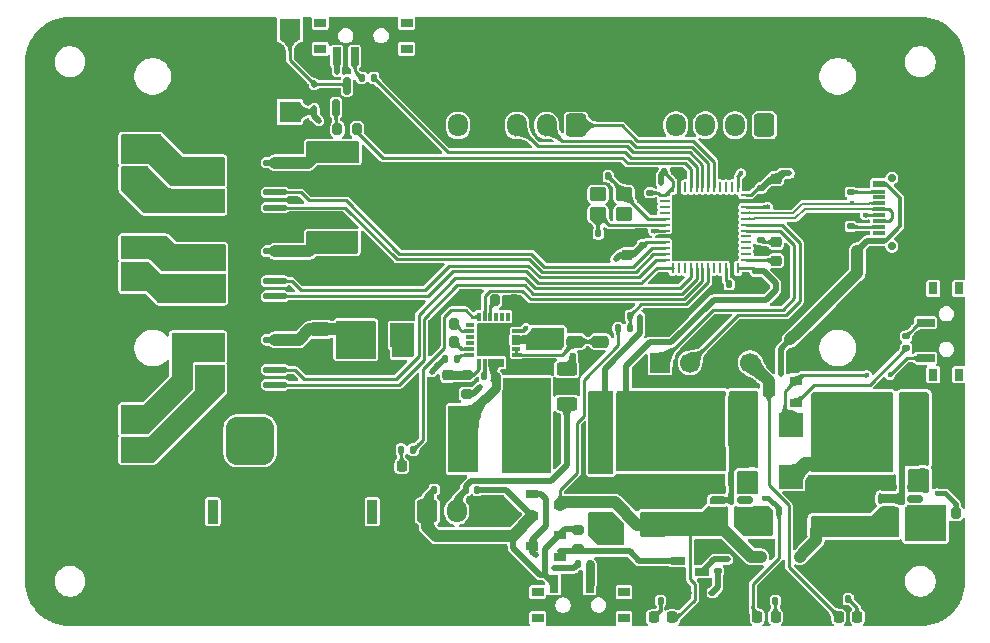
<source format=gbr>
%TF.GenerationSoftware,KiCad,Pcbnew,9.0.2*%
%TF.CreationDate,2025-12-02T14:10:35-05:00*%
%TF.ProjectId,VolleyBot,566f6c6c-6579-4426-9f74-2e6b69636164,rev?*%
%TF.SameCoordinates,Original*%
%TF.FileFunction,Copper,L1,Top*%
%TF.FilePolarity,Positive*%
%FSLAX46Y46*%
G04 Gerber Fmt 4.6, Leading zero omitted, Abs format (unit mm)*
G04 Created by KiCad (PCBNEW 9.0.2) date 2025-12-02 14:10:35*
%MOMM*%
%LPD*%
G01*
G04 APERTURE LIST*
G04 Aperture macros list*
%AMRoundRect*
0 Rectangle with rounded corners*
0 $1 Rounding radius*
0 $2 $3 $4 $5 $6 $7 $8 $9 X,Y pos of 4 corners*
0 Add a 4 corners polygon primitive as box body*
4,1,4,$2,$3,$4,$5,$6,$7,$8,$9,$2,$3,0*
0 Add four circle primitives for the rounded corners*
1,1,$1+$1,$2,$3*
1,1,$1+$1,$4,$5*
1,1,$1+$1,$6,$7*
1,1,$1+$1,$8,$9*
0 Add four rect primitives between the rounded corners*
20,1,$1+$1,$2,$3,$4,$5,0*
20,1,$1+$1,$4,$5,$6,$7,0*
20,1,$1+$1,$6,$7,$8,$9,0*
20,1,$1+$1,$8,$9,$2,$3,0*%
G04 Aperture macros list end*
%TA.AperFunction,ComponentPad*%
%ADD10R,0.900000X2.000000*%
%TD*%
%TA.AperFunction,ComponentPad*%
%ADD11RoundRect,1.025000X1.025000X1.025000X-1.025000X1.025000X-1.025000X-1.025000X1.025000X-1.025000X0*%
%TD*%
%TA.AperFunction,ComponentPad*%
%ADD12C,4.100000*%
%TD*%
%TA.AperFunction,SMDPad,CuDef*%
%ADD13R,1.000000X0.800000*%
%TD*%
%TA.AperFunction,SMDPad,CuDef*%
%ADD14RoundRect,0.200000X0.275000X-0.200000X0.275000X0.200000X-0.275000X0.200000X-0.275000X-0.200000X0*%
%TD*%
%TA.AperFunction,SMDPad,CuDef*%
%ADD15R,0.700000X1.500000*%
%TD*%
%TA.AperFunction,SMDPad,CuDef*%
%ADD16R,0.800000X1.000000*%
%TD*%
%TA.AperFunction,SMDPad,CuDef*%
%ADD17R,1.500000X0.700000*%
%TD*%
%TA.AperFunction,SMDPad,CuDef*%
%ADD18RoundRect,0.062500X-0.375000X-0.062500X0.375000X-0.062500X0.375000X0.062500X-0.375000X0.062500X0*%
%TD*%
%TA.AperFunction,SMDPad,CuDef*%
%ADD19RoundRect,0.062500X-0.062500X-0.375000X0.062500X-0.375000X0.062500X0.375000X-0.062500X0.375000X0*%
%TD*%
%TA.AperFunction,HeatsinkPad*%
%ADD20R,5.600000X5.600000*%
%TD*%
%TA.AperFunction,ComponentPad*%
%ADD21C,0.700000*%
%TD*%
%TA.AperFunction,SMDPad,CuDef*%
%ADD22R,1.100000X0.550000*%
%TD*%
%TA.AperFunction,SMDPad,CuDef*%
%ADD23R,1.100000X0.300000*%
%TD*%
%TA.AperFunction,ComponentPad*%
%ADD24O,2.000000X1.100000*%
%TD*%
%TA.AperFunction,ComponentPad*%
%ADD25O,1.800000X1.200000*%
%TD*%
%TA.AperFunction,SMDPad,CuDef*%
%ADD26RoundRect,0.200000X0.200000X0.275000X-0.200000X0.275000X-0.200000X-0.275000X0.200000X-0.275000X0*%
%TD*%
%TA.AperFunction,SMDPad,CuDef*%
%ADD27RoundRect,0.250000X-0.650000X0.325000X-0.650000X-0.325000X0.650000X-0.325000X0.650000X0.325000X0*%
%TD*%
%TA.AperFunction,SMDPad,CuDef*%
%ADD28O,2.050000X0.590000*%
%TD*%
%TA.AperFunction,SMDPad,CuDef*%
%ADD29RoundRect,0.140000X-0.170000X0.140000X-0.170000X-0.140000X0.170000X-0.140000X0.170000X0.140000X0*%
%TD*%
%TA.AperFunction,SMDPad,CuDef*%
%ADD30RoundRect,0.250000X-0.475000X0.250000X-0.475000X-0.250000X0.475000X-0.250000X0.475000X0.250000X0*%
%TD*%
%TA.AperFunction,SMDPad,CuDef*%
%ADD31RoundRect,0.135000X-0.135000X-0.185000X0.135000X-0.185000X0.135000X0.185000X-0.135000X0.185000X0*%
%TD*%
%TA.AperFunction,SMDPad,CuDef*%
%ADD32RoundRect,0.150000X-0.512500X-0.150000X0.512500X-0.150000X0.512500X0.150000X-0.512500X0.150000X0*%
%TD*%
%TA.AperFunction,SMDPad,CuDef*%
%ADD33RoundRect,0.135000X0.135000X0.185000X-0.135000X0.185000X-0.135000X-0.185000X0.135000X-0.185000X0*%
%TD*%
%TA.AperFunction,SMDPad,CuDef*%
%ADD34RoundRect,0.250000X0.475000X-0.250000X0.475000X0.250000X-0.475000X0.250000X-0.475000X-0.250000X0*%
%TD*%
%TA.AperFunction,SMDPad,CuDef*%
%ADD35RoundRect,0.225000X0.250000X-0.225000X0.250000X0.225000X-0.250000X0.225000X-0.250000X-0.225000X0*%
%TD*%
%TA.AperFunction,SMDPad,CuDef*%
%ADD36R,2.500000X5.700000*%
%TD*%
%TA.AperFunction,SMDPad,CuDef*%
%ADD37RoundRect,0.200000X-0.200000X-0.275000X0.200000X-0.275000X0.200000X0.275000X-0.200000X0.275000X0*%
%TD*%
%TA.AperFunction,SMDPad,CuDef*%
%ADD38R,1.800000X4.200000*%
%TD*%
%TA.AperFunction,ComponentPad*%
%ADD39RoundRect,0.250000X-0.600000X-0.725000X0.600000X-0.725000X0.600000X0.725000X-0.600000X0.725000X0*%
%TD*%
%TA.AperFunction,ComponentPad*%
%ADD40O,1.700000X1.950000*%
%TD*%
%TA.AperFunction,SMDPad,CuDef*%
%ADD41RoundRect,0.135000X-0.185000X0.135000X-0.185000X-0.135000X0.185000X-0.135000X0.185000X0.135000X0*%
%TD*%
%TA.AperFunction,ComponentPad*%
%ADD42R,1.700000X1.700000*%
%TD*%
%TA.AperFunction,ComponentPad*%
%ADD43C,1.700000*%
%TD*%
%TA.AperFunction,SMDPad,CuDef*%
%ADD44RoundRect,0.140000X0.170000X-0.140000X0.170000X0.140000X-0.170000X0.140000X-0.170000X-0.140000X0*%
%TD*%
%TA.AperFunction,SMDPad,CuDef*%
%ADD45RoundRect,0.250000X-0.625000X0.312500X-0.625000X-0.312500X0.625000X-0.312500X0.625000X0.312500X0*%
%TD*%
%TA.AperFunction,SMDPad,CuDef*%
%ADD46RoundRect,0.250000X0.450000X0.350000X-0.450000X0.350000X-0.450000X-0.350000X0.450000X-0.350000X0*%
%TD*%
%TA.AperFunction,SMDPad,CuDef*%
%ADD47RoundRect,0.225000X-0.250000X0.225000X-0.250000X-0.225000X0.250000X-0.225000X0.250000X0.225000X0*%
%TD*%
%TA.AperFunction,SMDPad,CuDef*%
%ADD48RoundRect,0.218750X0.218750X0.256250X-0.218750X0.256250X-0.218750X-0.256250X0.218750X-0.256250X0*%
%TD*%
%TA.AperFunction,SMDPad,CuDef*%
%ADD49R,2.000000X2.000000*%
%TD*%
%TA.AperFunction,SMDPad,CuDef*%
%ADD50RoundRect,0.135000X0.185000X-0.135000X0.185000X0.135000X-0.185000X0.135000X-0.185000X-0.135000X0*%
%TD*%
%TA.AperFunction,SMDPad,CuDef*%
%ADD51R,1.250000X0.700000*%
%TD*%
%TA.AperFunction,SMDPad,CuDef*%
%ADD52RoundRect,0.112500X-0.187500X-0.112500X0.187500X-0.112500X0.187500X0.112500X-0.187500X0.112500X0*%
%TD*%
%TA.AperFunction,SMDPad,CuDef*%
%ADD53RoundRect,0.140000X-0.140000X-0.170000X0.140000X-0.170000X0.140000X0.170000X-0.140000X0.170000X0*%
%TD*%
%TA.AperFunction,ComponentPad*%
%ADD54RoundRect,0.250000X0.600000X0.725000X-0.600000X0.725000X-0.600000X-0.725000X0.600000X-0.725000X0*%
%TD*%
%TA.AperFunction,SMDPad,CuDef*%
%ADD55RoundRect,0.140000X0.140000X0.170000X-0.140000X0.170000X-0.140000X-0.170000X0.140000X-0.170000X0*%
%TD*%
%TA.AperFunction,SMDPad,CuDef*%
%ADD56RoundRect,0.200000X-0.275000X0.200000X-0.275000X-0.200000X0.275000X-0.200000X0.275000X0.200000X0*%
%TD*%
%TA.AperFunction,ComponentPad*%
%ADD57RoundRect,0.250000X-0.750000X0.600000X-0.750000X-0.600000X0.750000X-0.600000X0.750000X0.600000X0*%
%TD*%
%TA.AperFunction,ComponentPad*%
%ADD58O,2.000000X1.700000*%
%TD*%
%TA.AperFunction,SMDPad,CuDef*%
%ADD59RoundRect,0.150000X0.150000X-0.587500X0.150000X0.587500X-0.150000X0.587500X-0.150000X-0.587500X0*%
%TD*%
%TA.AperFunction,SMDPad,CuDef*%
%ADD60RoundRect,0.218750X-0.256250X0.218750X-0.256250X-0.218750X0.256250X-0.218750X0.256250X0.218750X0*%
%TD*%
%TA.AperFunction,SMDPad,CuDef*%
%ADD61R,0.300000X0.700000*%
%TD*%
%TA.AperFunction,SMDPad,CuDef*%
%ADD62R,0.700000X0.300000*%
%TD*%
%TA.AperFunction,SMDPad,CuDef*%
%ADD63R,2.600000X2.600000*%
%TD*%
%TA.AperFunction,SMDPad,CuDef*%
%ADD64RoundRect,0.218750X-0.218750X-0.256250X0.218750X-0.256250X0.218750X0.256250X-0.218750X0.256250X0*%
%TD*%
%TA.AperFunction,SMDPad,CuDef*%
%ADD65RoundRect,0.112500X0.112500X-0.187500X0.112500X0.187500X-0.112500X0.187500X-0.112500X-0.187500X0*%
%TD*%
%TA.AperFunction,SMDPad,CuDef*%
%ADD66R,1.800000X1.800000*%
%TD*%
%TA.AperFunction,ViaPad*%
%ADD67C,0.450000*%
%TD*%
%TA.AperFunction,ViaPad*%
%ADD68C,0.600000*%
%TD*%
%TA.AperFunction,Conductor*%
%ADD69C,0.508000*%
%TD*%
%TA.AperFunction,Conductor*%
%ADD70C,1.016000*%
%TD*%
%TA.AperFunction,Conductor*%
%ADD71C,0.254000*%
%TD*%
%TA.AperFunction,Conductor*%
%ADD72C,0.406400*%
%TD*%
%TA.AperFunction,Conductor*%
%ADD73C,0.762000*%
%TD*%
%TA.AperFunction,Conductor*%
%ADD74C,0.200000*%
%TD*%
%TA.AperFunction,Conductor*%
%ADD75C,0.304800*%
%TD*%
G04 APERTURE END LIST*
D10*
%TO.P,J3,*%
%TO.N,*%
X103100000Y-106350000D03*
X89600000Y-106350000D03*
D11*
%TO.P,J3,1,Pin_1*%
%TO.N,+BATT*%
X92750000Y-100350000D03*
D12*
%TO.P,J3,2,Pin_2*%
%TO.N,-BATT*%
X99950000Y-100350000D03*
%TD*%
D13*
%TO.P,Q5,1,G*%
%TO.N,Net-(Q3-D)*%
X118948586Y-110200000D03*
%TO.P,Q5,2,S*%
%TO.N,+BATT*%
X118948586Y-108300000D03*
%TO.P,Q5,3,D*%
%TO.N,Net-(Q2-G)*%
X116648586Y-109250000D03*
%TD*%
D14*
%TO.P,R25,1*%
%TO.N,Net-(Q3-D)*%
X120500000Y-109525000D03*
%TO.P,R25,2*%
%TO.N,+BATT*%
X120500000Y-107875000D03*
%TD*%
D13*
%TO.P,SW1,*%
%TO.N,*%
X106000000Y-67160000D03*
X106000000Y-64950000D03*
X98700000Y-67160000D03*
X98700000Y-64950000D03*
D15*
%TO.P,SW1,1,A*%
%TO.N,-BATT*%
X104600000Y-67810000D03*
%TO.P,SW1,2,B*%
%TO.N,Net-(SW1-B)*%
X101600000Y-67810000D03*
%TO.P,SW1,3,C*%
%TO.N,+3.3V*%
X100100000Y-67810000D03*
%TD*%
D16*
%TO.P,SW2,*%
%TO.N,*%
X150600000Y-94750000D03*
X152810000Y-94750000D03*
X150600000Y-87450000D03*
X152810000Y-87450000D03*
D17*
%TO.P,SW2,1,A*%
%TO.N,+5V*%
X149950000Y-93350000D03*
%TO.P,SW2,2,B*%
%TO.N,Net-(SW2-B)*%
X149950000Y-90350000D03*
%TO.P,SW2,3,C*%
%TO.N,-BATT*%
X149950000Y-88850000D03*
%TD*%
D13*
%TO.P,SW3,*%
%TO.N,*%
X117100000Y-113150000D03*
X117100000Y-115360000D03*
X124400000Y-113150000D03*
X124400000Y-115360000D03*
D15*
%TO.P,SW3,1,A*%
%TO.N,+BATT*%
X118500000Y-112500000D03*
%TO.P,SW3,2,B*%
%TO.N,Net-(SW3-B)*%
X121500000Y-112500000D03*
%TO.P,SW3,3,C*%
%TO.N,-BATT*%
X123000000Y-112500000D03*
%TD*%
D18*
%TO.P,U1,1,VBAT*%
%TO.N,+3.3V*%
X127862500Y-79550000D03*
%TO.P,U1,2,PC13*%
%TO.N,/NSLEEP1*%
X127862500Y-80050000D03*
%TO.P,U1,3,PC14*%
%TO.N,/NSLEEP2*%
X127862500Y-80550000D03*
%TO.P,U1,4,PC15*%
%TO.N,unconnected-(U1-PC15-Pad4)*%
X127862500Y-81050000D03*
%TO.P,U1,5,PH0*%
%TO.N,/HSE_IN*%
X127862500Y-81550000D03*
%TO.P,U1,6,PH1*%
%TO.N,/HSE_OUT*%
X127862500Y-82050000D03*
%TO.P,U1,7,NRST*%
%TO.N,/NRST*%
X127862500Y-82550000D03*
%TO.P,U1,8,VSSA*%
%TO.N,-BATT*%
X127862500Y-83050000D03*
%TO.P,U1,9,VDDA*%
%TO.N,+3.3VA*%
X127862500Y-83550000D03*
%TO.P,U1,10,PA0*%
%TO.N,/TIM2_CH1*%
X127862500Y-84050000D03*
%TO.P,U1,11,PA1*%
%TO.N,/TIM2_CH2*%
X127862500Y-84550000D03*
%TO.P,U1,12,PA2*%
%TO.N,/TIM2_CH3*%
X127862500Y-85050000D03*
D19*
%TO.P,U1,13,PA3*%
%TO.N,/TIM2_CH4*%
X128550000Y-85737500D03*
%TO.P,U1,14,PA4*%
%TO.N,unconnected-(U1-PA4-Pad14)*%
X129050000Y-85737500D03*
%TO.P,U1,15,PA5*%
%TO.N,unconnected-(U1-PA5-Pad15)*%
X129550000Y-85737500D03*
%TO.P,U1,16,PA6*%
%TO.N,/TIM3_CH1*%
X130050000Y-85737500D03*
%TO.P,U1,17,PA7*%
%TO.N,/TIM3_CH2*%
X130550000Y-85737500D03*
%TO.P,U1,18,PB0*%
%TO.N,/BAT_STAT*%
X131050000Y-85737500D03*
%TO.P,U1,19,PB1*%
%TO.N,/ADC1_IN9*%
X131550000Y-85737500D03*
%TO.P,U1,20,PB2*%
%TO.N,unconnected-(U1-PB2-Pad20)*%
X132050000Y-85737500D03*
%TO.P,U1,21,PB10*%
%TO.N,unconnected-(U1-PB10-Pad21)*%
X132550000Y-85737500D03*
%TO.P,U1,22,VCAP1*%
%TO.N,Net-(U1-VCAP1)*%
X133050000Y-85737500D03*
%TO.P,U1,23,VSS*%
%TO.N,-BATT*%
X133550000Y-85737500D03*
%TO.P,U1,24,VDD*%
%TO.N,+3.3V*%
X134050000Y-85737500D03*
D18*
%TO.P,U1,25,PB12*%
%TO.N,Net-(D3-A)*%
X134737500Y-85050000D03*
%TO.P,U1,26,PB13*%
%TO.N,unconnected-(U1-PB13-Pad26)*%
X134737500Y-84550000D03*
%TO.P,U1,27,PB14*%
%TO.N,unconnected-(U1-PB14-Pad27)*%
X134737500Y-84050000D03*
%TO.P,U1,28,PB15*%
%TO.N,unconnected-(U1-PB15-Pad28)*%
X134737500Y-83550000D03*
%TO.P,U1,29,PA8*%
%TO.N,unconnected-(U1-PA8-Pad29)*%
X134737500Y-83050000D03*
%TO.P,U1,30,PA9*%
%TO.N,/USART1_TX*%
X134737500Y-82550000D03*
%TO.P,U1,31,PA10*%
%TO.N,/USART1_RX*%
X134737500Y-82050000D03*
%TO.P,U1,32,PA11*%
%TO.N,/USB_D-*%
X134737500Y-81550000D03*
%TO.P,U1,33,PA12*%
%TO.N,/USB_D+*%
X134737500Y-81050000D03*
%TO.P,U1,34,PA13*%
%TO.N,/SWDIO*%
X134737500Y-80550000D03*
%TO.P,U1,35,VSS*%
%TO.N,-BATT*%
X134737500Y-80050000D03*
%TO.P,U1,36,VDD*%
%TO.N,+3.3V*%
X134737500Y-79550000D03*
D19*
%TO.P,U1,37,PA14*%
%TO.N,/SWCLK*%
X134050000Y-78862500D03*
%TO.P,U1,38,PA15*%
%TO.N,/SPI1_NSS*%
X133550000Y-78862500D03*
%TO.P,U1,39,PB3*%
%TO.N,unconnected-(U1-PB3-Pad39)*%
X133050000Y-78862500D03*
%TO.P,U1,40,PB4*%
%TO.N,unconnected-(U1-PB4-Pad40)*%
X132550000Y-78862500D03*
%TO.P,U1,41,PB5*%
%TO.N,/GPIO_EXT5*%
X132050000Y-78862500D03*
%TO.P,U1,42,PB6*%
%TO.N,/I2C1_CLK*%
X131550000Y-78862500D03*
%TO.P,U1,43,PB7*%
%TO.N,/I2C1_SDA*%
X131050000Y-78862500D03*
%TO.P,U1,44,BOOT0*%
%TO.N,/BOOT0*%
X130550000Y-78862500D03*
%TO.P,U1,45,PB8*%
%TO.N,/BUZZER_CTRL*%
X130050000Y-78862500D03*
%TO.P,U1,46,PB9*%
%TO.N,unconnected-(U1-PB9-Pad46)*%
X129550000Y-78862500D03*
%TO.P,U1,47,VSS*%
%TO.N,-BATT*%
X129050000Y-78862500D03*
%TO.P,U1,48,VDD*%
%TO.N,+3.3V*%
X128550000Y-78862500D03*
D20*
%TO.P,U1,49,VSS*%
%TO.N,-BATT*%
X131300000Y-82300000D03*
%TD*%
D21*
%TO.P,USB2,*%
%TO.N,*%
X147080000Y-83890000D03*
X147080000Y-78110000D03*
D22*
%TO.P,USB2,1,GND*%
%TO.N,-BATT*%
X146000000Y-84200000D03*
%TO.P,USB2,2,VBUS*%
%TO.N,VBUS*%
X146000000Y-83400000D03*
D23*
%TO.P,USB2,3,SBU2*%
%TO.N,unconnected-(USB2-SBU2-Pad3)*%
X146000000Y-82750000D03*
%TO.P,USB2,4,CC1*%
%TO.N,Net-(USB2-CC1)*%
X146000000Y-82250000D03*
%TO.P,USB2,5,DN2*%
%TO.N,/USB_D-*%
X146000000Y-81750000D03*
%TO.P,USB2,6,DP1*%
%TO.N,/USB_D+*%
X146000000Y-81250000D03*
%TO.P,USB2,7,DN1*%
%TO.N,/USB_D-*%
X146000000Y-80750000D03*
%TO.P,USB2,8,DP2*%
%TO.N,/USB_D+*%
X146000000Y-80250000D03*
%TO.P,USB2,9,SBU1*%
%TO.N,unconnected-(USB2-SBU1-Pad9)*%
X146000000Y-79750000D03*
%TO.P,USB2,10,CC2*%
%TO.N,Net-(USB2-CC2)*%
X146000000Y-79250000D03*
D22*
%TO.P,USB2,11,VBUS*%
%TO.N,VBUS*%
X146000000Y-78600000D03*
%TO.P,USB2,12,GND*%
%TO.N,-BATT*%
X146000000Y-77800000D03*
D24*
%TO.P,USB2,13,SHELL*%
X146550000Y-85320000D03*
D25*
X150760000Y-85320000D03*
D24*
%TO.P,USB2,14,SHELL*%
X146550000Y-76680000D03*
D25*
X150760000Y-76680000D03*
%TD*%
D26*
%TO.P,R10,1*%
%TO.N,-BATT*%
X152500000Y-108000000D03*
%TO.P,R10,2*%
%TO.N,/FB2*%
X150850000Y-108000000D03*
%TD*%
D27*
%TO.P,C36,1*%
%TO.N,/BATT+_IN*%
X98600000Y-75850000D03*
%TO.P,C36,2*%
%TO.N,-BATT*%
X98600000Y-78800000D03*
%TD*%
%TO.P,C19,1*%
%TO.N,/BATT+_IN*%
X98700000Y-90925000D03*
%TO.P,C19,2*%
%TO.N,-BATT*%
X98700000Y-93875000D03*
%TD*%
%TO.P,C16,1*%
%TO.N,/BATT+_IN*%
X98600000Y-83450000D03*
%TO.P,C16,2*%
%TO.N,-BATT*%
X98600000Y-86400000D03*
%TD*%
D28*
%TO.P,U8,1,BI*%
%TO.N,/TIM3_CH2*%
X94870000Y-95610000D03*
%TO.P,U8,2,FI*%
%TO.N,/TIM3_CH1*%
X94870000Y-94330000D03*
%TO.P,U8,3,GND*%
%TO.N,-BATT*%
X94870000Y-93070000D03*
%TO.P,U8,4,VCC*%
%TO.N,/BATT+_IN*%
X94870000Y-91800000D03*
%TO.P,U8,5,FO*%
%TO.N,Net-(J7-Pin_1)*%
X89330000Y-91800000D03*
%TO.P,U8,6,FO*%
X89330000Y-93070000D03*
%TO.P,U8,7,BO*%
%TO.N,Net-(J7-Pin_2)*%
X89330000Y-94330000D03*
%TO.P,U8,8,BO*%
X89330000Y-95610000D03*
%TD*%
%TO.P,U3,1,BI*%
%TO.N,/TIM2_CH2*%
X94870000Y-80610000D03*
%TO.P,U3,2,FI*%
%TO.N,/TIM2_CH1*%
X94870000Y-79330000D03*
%TO.P,U3,3,GND*%
%TO.N,-BATT*%
X94870000Y-78070000D03*
%TO.P,U3,4,VCC*%
%TO.N,/BATT+_IN*%
X94870000Y-76800000D03*
%TO.P,U3,5,FO*%
%TO.N,Net-(J5-Pin_1)*%
X89330000Y-76800000D03*
%TO.P,U3,6,FO*%
X89330000Y-78070000D03*
%TO.P,U3,7,BO*%
%TO.N,Net-(J5-Pin_2)*%
X89330000Y-79330000D03*
%TO.P,U3,8,BO*%
X89330000Y-80610000D03*
%TD*%
%TO.P,U2,1,BI*%
%TO.N,/TIM2_CH4*%
X94870000Y-88110000D03*
%TO.P,U2,2,FI*%
%TO.N,/TIM2_CH3*%
X94870000Y-86830000D03*
%TO.P,U2,3,GND*%
%TO.N,-BATT*%
X94870000Y-85570000D03*
%TO.P,U2,4,VCC*%
%TO.N,/BATT+_IN*%
X94870000Y-84300000D03*
%TO.P,U2,5,FO*%
%TO.N,Net-(J6-Pin_1)*%
X89330000Y-84300000D03*
%TO.P,U2,6,FO*%
X89330000Y-85570000D03*
%TO.P,U2,7,BO*%
%TO.N,Net-(J6-Pin_2)*%
X89330000Y-86830000D03*
%TO.P,U2,8,BO*%
X89330000Y-88110000D03*
%TD*%
D29*
%TO.P,C37,1*%
%TO.N,/BATT+_IN*%
X96800000Y-76940000D03*
%TO.P,C37,2*%
%TO.N,-BATT*%
X96800000Y-77900000D03*
%TD*%
D30*
%TO.P,C15,1*%
%TO.N,+3.3V*%
X127500000Y-102150000D03*
%TO.P,C15,2*%
%TO.N,-BATT*%
X127500000Y-104050000D03*
%TD*%
%TO.P,C25,1*%
%TO.N,/5.55V*%
X144200000Y-102250000D03*
%TO.P,C25,2*%
%TO.N,-BATT*%
X144200000Y-104150000D03*
%TD*%
D31*
%TO.P,R26,1*%
%TO.N,VBUS*%
X109230000Y-93422500D03*
%TO.P,R26,2*%
%TO.N,Net-(U7-EN)*%
X110250000Y-93422500D03*
%TD*%
D32*
%TO.P,U4,1,GND*%
%TO.N,-BATT*%
X132362500Y-104450000D03*
%TO.P,U4,2,SW*%
%TO.N,/SW1*%
X132362500Y-105400000D03*
%TO.P,U4,3,IN*%
%TO.N,/BATT+_IN*%
X132362500Y-106350000D03*
%TO.P,U4,4,FB*%
%TO.N,/FB1*%
X134637500Y-106350000D03*
%TO.P,U4,5,EN*%
%TO.N,unconnected-(U4-EN-Pad5)*%
X134637500Y-105400000D03*
%TO.P,U4,6,BST*%
%TO.N,/BST1*%
X134637500Y-104450000D03*
%TD*%
D33*
%TO.P,R9,1*%
%TO.N,+3.3V*%
X137520000Y-106400000D03*
%TO.P,R9,2*%
%TO.N,/FB1*%
X136500000Y-106400000D03*
%TD*%
D34*
%TO.P,C30,1*%
%TO.N,Net-(C29-Pad1)*%
X122400000Y-91947500D03*
%TO.P,C30,2*%
%TO.N,-BATT*%
X122400000Y-90047500D03*
%TD*%
D26*
%TO.P,R18,1*%
%TO.N,-BATT*%
X115125000Y-88460000D03*
%TO.P,R18,2*%
%TO.N,Net-(U7-NTC)*%
X113475000Y-88460000D03*
%TD*%
D30*
%TO.P,C14,1*%
%TO.N,+3.3V*%
X129750000Y-102150000D03*
%TO.P,C14,2*%
%TO.N,-BATT*%
X129750000Y-104050000D03*
%TD*%
D35*
%TO.P,C23,1*%
%TO.N,/BATT+_IN*%
X144450000Y-107250000D03*
%TO.P,C23,2*%
%TO.N,-BATT*%
X144450000Y-105700000D03*
%TD*%
D36*
%TO.P,L4,1,1*%
%TO.N,Net-(C31-Pad2)*%
X110800000Y-100210000D03*
%TO.P,L4,2,2*%
%TO.N,VBUS*%
X115500000Y-100190000D03*
%TD*%
D37*
%TO.P,R16,1*%
%TO.N,-BATT*%
X108400000Y-92022500D03*
%TO.P,R16,2*%
%TO.N,Net-(U7-ISET)*%
X110050000Y-92022500D03*
%TD*%
D38*
%TO.P,L1,1,1*%
%TO.N,/SW1*%
X134150000Y-98650000D03*
%TO.P,L1,2,2*%
%TO.N,+3.3V*%
X129850000Y-98650000D03*
%TD*%
D30*
%TO.P,C7,1*%
%TO.N,+3.3VA*%
X122450000Y-102150000D03*
%TO.P,C7,2*%
%TO.N,-BATT*%
X122450000Y-104050000D03*
%TD*%
D29*
%TO.P,C2,1*%
%TO.N,+3.3V*%
X135600000Y-86000000D03*
%TO.P,C2,2*%
%TO.N,-BATT*%
X135600000Y-86960000D03*
%TD*%
D39*
%TO.P,J4,1,Pin_1*%
%TO.N,+BATT*%
X107750000Y-106305000D03*
D40*
%TO.P,J4,2,Pin_2*%
%TO.N,Net-(J4-Pin_2)*%
X110250000Y-106305000D03*
%TO.P,J4,3,Pin_3*%
%TO.N,-BATT*%
X112750000Y-106305000D03*
%TD*%
D30*
%TO.P,C26,1*%
%TO.N,/5.55V*%
X141950000Y-102250000D03*
%TO.P,C26,2*%
%TO.N,-BATT*%
X141950000Y-104150000D03*
%TD*%
D41*
%TO.P,R14,1*%
%TO.N,-BATT*%
X117750000Y-94427500D03*
%TO.P,R14,2*%
%TO.N,VBUS*%
X117750000Y-95447500D03*
%TD*%
D29*
%TO.P,C4,1*%
%TO.N,+3.3V*%
X136000000Y-78940000D03*
%TO.P,C4,2*%
%TO.N,-BATT*%
X136000000Y-79900000D03*
%TD*%
D35*
%TO.P,C12,1*%
%TO.N,/BATT+_IN*%
X130000000Y-107200000D03*
%TO.P,C12,2*%
%TO.N,-BATT*%
X130000000Y-105650000D03*
%TD*%
D42*
%TO.P,J1,1,Pin_1*%
%TO.N,/USART1_TX*%
X127460000Y-93750000D03*
D43*
%TO.P,J1,2,Pin_2*%
%TO.N,/USART1_RX*%
X130000000Y-93750000D03*
%TO.P,J1,3,Pin_3*%
%TO.N,-BATT*%
X132540000Y-93750000D03*
%TO.P,J1,4,Pin_4*%
%TO.N,/PI_POWER*%
X135080000Y-93750000D03*
%TD*%
D44*
%TO.P,C5,1*%
%TO.N,+3.3VA*%
X126000000Y-83790000D03*
%TO.P,C5,2*%
%TO.N,-BATT*%
X126000000Y-82830000D03*
%TD*%
D45*
%TO.P,R19,1*%
%TO.N,Net-(U7-VBATM)*%
X119550000Y-94300000D03*
%TO.P,R19,2*%
%TO.N,Net-(J4-Pin_2)*%
X119550000Y-97225000D03*
%TD*%
D46*
%TO.P,Y1,1,1*%
%TO.N,/HSE_IN*%
X124400000Y-79472000D03*
%TO.P,Y1,2,2*%
%TO.N,unconnected-(Y1-Pad2)*%
X122200000Y-79472000D03*
%TO.P,Y1,3,3*%
%TO.N,/HSE_OUT*%
X122200000Y-81172000D03*
%TO.P,Y1,4,4*%
%TO.N,unconnected-(Y1-Pad4)*%
X124400000Y-81172000D03*
%TD*%
D44*
%TO.P,C22,1*%
%TO.N,+3.3V*%
X126598586Y-79350000D03*
%TO.P,C22,2*%
%TO.N,-BATT*%
X126598586Y-78390000D03*
%TD*%
D47*
%TO.P,C33,1*%
%TO.N,Net-(U7-VIN)*%
X109475000Y-94800000D03*
%TO.P,C33,2*%
%TO.N,-BATT*%
X109475000Y-96350000D03*
%TD*%
D48*
%TO.P,D2,1,K*%
%TO.N,/POWER_LED_K*%
X137252500Y-115240000D03*
%TO.P,D2,2,A*%
%TO.N,+3.3V*%
X135677500Y-115240000D03*
%TD*%
D30*
%TO.P,C8,1*%
%TO.N,+3.3V*%
X124550000Y-102150000D03*
%TO.P,C8,2*%
%TO.N,-BATT*%
X124550000Y-104050000D03*
%TD*%
D49*
%TO.P,D1,1,K*%
%TO.N,+5V*%
X138550000Y-99025000D03*
%TO.P,D1,2,A*%
%TO.N,/5.55V*%
X138550000Y-103425000D03*
%TD*%
D44*
%TO.P,C24,1*%
%TO.N,/BST2*%
X149700000Y-102960000D03*
%TO.P,C24,2*%
%TO.N,/SW2*%
X149700000Y-102000000D03*
%TD*%
D50*
%TO.P,R8,1*%
%TO.N,-BATT*%
X135575000Y-108925000D03*
%TO.P,R8,2*%
%TO.N,/FB1*%
X135575000Y-107905000D03*
%TD*%
D51*
%TO.P,Q3,1,G*%
%TO.N,VBUS*%
X131000000Y-111450000D03*
%TO.P,Q3,2,S*%
%TO.N,-BATT*%
X131000000Y-109550000D03*
%TO.P,Q3,3,D*%
%TO.N,Net-(Q3-D)*%
X129000000Y-110500000D03*
%TD*%
D49*
%TO.P,D12,1,K*%
%TO.N,/BATT+_IN*%
X126900000Y-107450000D03*
%TO.P,D12,2,A*%
%TO.N,VBUS*%
X122500000Y-107450000D03*
%TD*%
D52*
%TO.P,D8,1,K*%
%TO.N,-BATT*%
X129800000Y-113200000D03*
%TO.P,D8,2,A*%
%TO.N,Net-(D8-A)*%
X131900000Y-113200000D03*
%TD*%
D31*
%TO.P,R5,1*%
%TO.N,/BATT+_IN*%
X123905000Y-90825000D03*
%TO.P,R5,2*%
%TO.N,/ADC1_IN9*%
X124925000Y-90825000D03*
%TD*%
D50*
%TO.P,R2,1*%
%TO.N,Net-(USB2-CC2)*%
X143600000Y-79300000D03*
%TO.P,R2,2*%
%TO.N,-BATT*%
X143600000Y-78280000D03*
%TD*%
D53*
%TO.P,C11,1*%
%TO.N,Net-(U1-VCAP1)*%
X133340000Y-87100000D03*
%TO.P,C11,2*%
%TO.N,-BATT*%
X134300000Y-87100000D03*
%TD*%
D13*
%TO.P,Q1,1,G*%
%TO.N,Net-(Q1-G)*%
X138950000Y-97150000D03*
%TO.P,Q1,2,S*%
%TO.N,+5V*%
X138950000Y-95250000D03*
%TO.P,Q1,3,D*%
%TO.N,/PI_POWER*%
X136650000Y-96200000D03*
%TD*%
D53*
%TO.P,C10,1*%
%TO.N,/HSE_OUT*%
X122240000Y-82800000D03*
%TO.P,C10,2*%
%TO.N,-BATT*%
X123200000Y-82800000D03*
%TD*%
D54*
%TO.P,J8,1,Pin_1*%
%TO.N,/GPIO_EXT5*%
X120350000Y-73650000D03*
D40*
%TO.P,J8,2,Pin_2*%
%TO.N,/I2C1_CLK*%
X117850000Y-73650000D03*
%TO.P,J8,3,Pin_3*%
%TO.N,/I2C1_SDA*%
X115350000Y-73650000D03*
%TO.P,J8,4,Pin_4*%
%TO.N,-BATT*%
X112850000Y-73650000D03*
%TO.P,J8,5,Pin_5*%
%TO.N,+3.3V*%
X110350000Y-73650000D03*
%TD*%
D53*
%TO.P,C3,1*%
%TO.N,+3.3V*%
X127828798Y-77606497D03*
%TO.P,C3,2*%
%TO.N,-BATT*%
X128788798Y-77606497D03*
%TD*%
D34*
%TO.P,C29,1*%
%TO.N,Net-(C29-Pad1)*%
X120300000Y-91947500D03*
%TO.P,C29,2*%
%TO.N,-BATT*%
X120300000Y-90047500D03*
%TD*%
D55*
%TO.P,C35,1*%
%TO.N,+BATT*%
X111980000Y-104500000D03*
%TO.P,C35,2*%
%TO.N,Net-(J4-Pin_2)*%
X111020000Y-104500000D03*
%TD*%
D33*
%TO.P,R6,1*%
%TO.N,/ADC1_IN9*%
X124925000Y-89775000D03*
%TO.P,R6,2*%
%TO.N,-BATT*%
X123905000Y-89775000D03*
%TD*%
D31*
%TO.P,R13,1*%
%TO.N,-BATT*%
X142377500Y-113751000D03*
%TO.P,R13,2*%
%TO.N,Net-(D4-K)*%
X143397500Y-113751000D03*
%TD*%
D33*
%TO.P,R27,1*%
%TO.N,/POWER_LED_K*%
X137227500Y-113890000D03*
%TO.P,R27,2*%
%TO.N,-BATT*%
X136207500Y-113890000D03*
%TD*%
D56*
%TO.P,R7,1*%
%TO.N,Net-(U7-VIN)*%
X111075000Y-94750000D03*
%TO.P,R7,2*%
%TO.N,VBUS*%
X111075000Y-96400000D03*
%TD*%
D33*
%TO.P,R15,1*%
%TO.N,-BATT*%
X128520000Y-113900000D03*
%TO.P,R15,2*%
%TO.N,Net-(D5-K)*%
X127500000Y-113900000D03*
%TD*%
D31*
%TO.P,R1,1*%
%TO.N,Net-(SW1-B)*%
X102190000Y-69625000D03*
%TO.P,R1,2*%
%TO.N,/BOOT0*%
X103210000Y-69625000D03*
%TD*%
D29*
%TO.P,C18,1*%
%TO.N,/BATT+_IN*%
X96800000Y-91900000D03*
%TO.P,C18,2*%
%TO.N,-BATT*%
X96800000Y-92860000D03*
%TD*%
D57*
%TO.P,J7,1,Pin_1*%
%TO.N,Net-(J7-Pin_1)*%
X82945000Y-98500000D03*
D58*
%TO.P,J7,2,Pin_2*%
%TO.N,Net-(J7-Pin_2)*%
X82945000Y-101000000D03*
%TD*%
D59*
%TO.P,Q4,1,B*%
%TO.N,Net-(Q4-B)*%
X100025000Y-72150000D03*
%TO.P,Q4,2,E*%
%TO.N,-BATT*%
X101925000Y-72150000D03*
%TO.P,Q4,3,C*%
%TO.N,Net-(D7-A)*%
X100975000Y-70275000D03*
%TD*%
D53*
%TO.P,C34,1*%
%TO.N,+BATT*%
X108340000Y-104500000D03*
%TO.P,C34,2*%
%TO.N,-BATT*%
X109300000Y-104500000D03*
%TD*%
D54*
%TO.P,J2,1,Pin_1*%
%TO.N,+3.3V*%
X136300000Y-73645000D03*
D40*
%TO.P,J2,2,Pin_2*%
%TO.N,/SWCLK*%
X133800000Y-73645000D03*
%TO.P,J2,3,Pin_3*%
%TO.N,/SWDIO*%
X131300000Y-73645000D03*
%TO.P,J2,4,Pin_4*%
%TO.N,/NRST*%
X128800000Y-73645000D03*
%TO.P,J2,5,Pin_5*%
%TO.N,-BATT*%
X126300000Y-73645000D03*
%TD*%
D60*
%TO.P,D3,1,K*%
%TO.N,Net-(D3-K)*%
X137300000Y-83537500D03*
%TO.P,D3,2,A*%
%TO.N,Net-(D3-A)*%
X137300000Y-85112500D03*
%TD*%
D48*
%TO.P,FB1,1*%
%TO.N,+3.3V*%
X124337500Y-100550000D03*
%TO.P,FB1,2*%
%TO.N,+3.3VA*%
X122762500Y-100550000D03*
%TD*%
D55*
%TO.P,C9,1*%
%TO.N,/HSE_IN*%
X123080000Y-77972000D03*
%TO.P,C9,2*%
%TO.N,-BATT*%
X122120000Y-77972000D03*
%TD*%
D48*
%TO.P,D4,1,K*%
%TO.N,Net-(D4-K)*%
X144175000Y-115251000D03*
%TO.P,D4,2,A*%
%TO.N,/PI_POWER*%
X142600000Y-115251000D03*
%TD*%
D37*
%TO.P,R17,1*%
%TO.N,-BATT*%
X108400000Y-90422500D03*
%TO.P,R17,2*%
%TO.N,Net-(U7-VIN_UVSET)*%
X110050000Y-90422500D03*
%TD*%
D33*
%TO.P,R21,1*%
%TO.N,Net-(SW3-B)*%
X121510000Y-110800000D03*
%TO.P,R21,2*%
%TO.N,Net-(Q2-G)*%
X120490000Y-110800000D03*
%TD*%
D49*
%TO.P,D10,1,K*%
%TO.N,/BATT+_IN*%
X101200000Y-91400000D03*
%TO.P,D10,2,A*%
%TO.N,VBUS*%
X105600000Y-91400000D03*
%TD*%
D37*
%TO.P,R22,1*%
%TO.N,Net-(Q4-B)*%
X100150000Y-73975000D03*
%TO.P,R22,2*%
%TO.N,/BUZZER_CTRL*%
X101800000Y-73975000D03*
%TD*%
D61*
%TO.P,U7,1,DM*%
%TO.N,unconnected-(U7-DM-Pad1)*%
X114600000Y-89860000D03*
%TO.P,U7,2,DP*%
%TO.N,unconnected-(U7-DP-Pad2)*%
X114100000Y-89860000D03*
%TO.P,U7,3,VSET*%
%TO.N,unconnected-(U7-VSET-Pad3)*%
X113600000Y-89860000D03*
%TO.P,U7,4,NTC*%
%TO.N,Net-(U7-NTC)*%
X113100000Y-89860000D03*
%TO.P,U7,5,BAT_STAT*%
%TO.N,/BAT_STAT*%
X112600000Y-89860000D03*
%TO.P,U7,6,LED*%
%TO.N,Net-(U7-LED)*%
X112100000Y-89860000D03*
D62*
%TO.P,U7,7,TIME_SET*%
%TO.N,unconnected-(U7-TIME_SET-Pad7)*%
X111400000Y-90550000D03*
%TO.P,U7,8,VIN_UVSET*%
%TO.N,Net-(U7-VIN_UVSET)*%
X111400000Y-91050000D03*
%TO.P,U7,9,VIN_OVSET*%
%TO.N,unconnected-(U7-VIN_OVSET-Pad9)*%
X111400000Y-91550000D03*
%TO.P,U7,10,CON_SEL*%
%TO.N,unconnected-(U7-CON_SEL-Pad10)*%
X111400000Y-92050000D03*
%TO.P,U7,11,ISET*%
%TO.N,Net-(U7-ISET)*%
X111400000Y-92550000D03*
%TO.P,U7,12,EN*%
%TO.N,Net-(U7-EN)*%
X111400000Y-93050000D03*
D61*
%TO.P,U7,13,VIN*%
%TO.N,Net-(U7-VIN)*%
X112100000Y-93740000D03*
%TO.P,U7,14,BST*%
%TO.N,Net-(U7-BST)*%
X112600000Y-93740000D03*
%TO.P,U7,15,LX*%
%TO.N,Net-(C31-Pad2)*%
X113100000Y-93740000D03*
%TO.P,U7,16,LX*%
X113600000Y-93740000D03*
%TO.P,U7,17,LX*%
X114100000Y-93740000D03*
%TO.P,U7,18,PGND*%
%TO.N,-BATT*%
X114600000Y-93740000D03*
D62*
%TO.P,U7,19,VSYS*%
%TO.N,Net-(C29-Pad1)*%
X115300000Y-93050000D03*
%TO.P,U7,20,VSYS*%
X115300000Y-92550000D03*
%TO.P,U7,21,VOUT*%
%TO.N,+BATT*%
X115300000Y-92050000D03*
%TO.P,U7,22,VOUT*%
X115300000Y-91550000D03*
%TO.P,U7,23,VBATM*%
%TO.N,Net-(U7-VBATM)*%
X115300000Y-91050000D03*
%TO.P,U7,24,VBAT_GND*%
%TO.N,-BATT*%
X115300000Y-90550000D03*
D63*
%TO.P,U7,25,EP*%
X113350000Y-91800000D03*
%TD*%
D57*
%TO.P,J6,1,Pin_1*%
%TO.N,Net-(J6-Pin_1)*%
X82945000Y-84000000D03*
D58*
%TO.P,J6,2,Pin_2*%
%TO.N,Net-(J6-Pin_2)*%
X82945000Y-86500000D03*
%TD*%
D57*
%TO.P,J5,1,Pin_1*%
%TO.N,Net-(J5-Pin_1)*%
X82945000Y-75500000D03*
D58*
%TO.P,J5,2,Pin_2*%
%TO.N,Net-(J5-Pin_2)*%
X82945000Y-78000000D03*
%TD*%
D33*
%TO.P,R28,1*%
%TO.N,Net-(U7-LED)*%
X106575000Y-101100000D03*
%TO.P,R28,2*%
%TO.N,Net-(D6-A)*%
X105555000Y-101100000D03*
%TD*%
D48*
%TO.P,D6,1,K*%
%TO.N,-BATT*%
X107175000Y-102500000D03*
%TO.P,D6,2,A*%
%TO.N,Net-(D6-A)*%
X105600000Y-102500000D03*
%TD*%
D35*
%TO.P,C28,1*%
%TO.N,+BATT*%
X118500000Y-91547500D03*
%TO.P,C28,2*%
%TO.N,-BATT*%
X118500000Y-89997500D03*
%TD*%
D64*
%TO.P,D5,1,K*%
%TO.N,Net-(D5-K)*%
X126925000Y-115300000D03*
%TO.P,D5,2,A*%
%TO.N,/BATT+_IN*%
X128500000Y-115300000D03*
%TD*%
D38*
%TO.P,L2,1,1*%
%TO.N,/SW2*%
X148600000Y-98750000D03*
%TO.P,L2,2,2*%
%TO.N,/5.55V*%
X144300000Y-98750000D03*
%TD*%
D50*
%TO.P,R12,1*%
%TO.N,-BATT*%
X136000000Y-84345000D03*
%TO.P,R12,2*%
%TO.N,Net-(D3-K)*%
X136000000Y-83325000D03*
%TD*%
D32*
%TO.P,U5,1,GND*%
%TO.N,-BATT*%
X146812500Y-104300000D03*
%TO.P,U5,2,SW*%
%TO.N,/SW2*%
X146812500Y-105250000D03*
%TO.P,U5,3,IN*%
%TO.N,/BATT+_IN*%
X146812500Y-106200000D03*
%TO.P,U5,4,FB*%
%TO.N,/FB2*%
X149087500Y-106200000D03*
%TO.P,U5,5,EN*%
%TO.N,unconnected-(U5-EN-Pad5)*%
X149087500Y-105250000D03*
%TO.P,U5,6,BST*%
%TO.N,/BST2*%
X149087500Y-104300000D03*
%TD*%
D65*
%TO.P,D7,1,K*%
%TO.N,+3.3V*%
X98175000Y-72262500D03*
%TO.P,D7,2,A*%
%TO.N,Net-(D7-A)*%
X98175000Y-70162500D03*
%TD*%
D47*
%TO.P,C1,1*%
%TO.N,+3.3V*%
X137300000Y-78150000D03*
%TO.P,C1,2*%
%TO.N,-BATT*%
X137300000Y-79700000D03*
%TD*%
D35*
%TO.P,C32,1*%
%TO.N,VBUS*%
X116350000Y-95622500D03*
%TO.P,C32,2*%
%TO.N,-BATT*%
X116350000Y-94072500D03*
%TD*%
D44*
%TO.P,C13,1*%
%TO.N,/BST1*%
X135250000Y-103130000D03*
%TO.P,C13,2*%
%TO.N,/SW1*%
X135250000Y-102170000D03*
%TD*%
D41*
%TO.P,R3,1*%
%TO.N,Net-(USB2-CC1)*%
X143600000Y-82200000D03*
%TO.P,R3,2*%
%TO.N,-BATT*%
X143600000Y-83220000D03*
%TD*%
D13*
%TO.P,Q2,1,G*%
%TO.N,Net-(Q2-G)*%
X116650000Y-104850000D03*
%TO.P,Q2,2,S*%
%TO.N,+BATT*%
X116650000Y-106750000D03*
%TO.P,Q2,3,D*%
%TO.N,/BATT+_IN*%
X118950000Y-105800000D03*
%TD*%
D41*
%TO.P,R4,1*%
%TO.N,Net-(SW2-B)*%
X148300000Y-91490000D03*
%TO.P,R4,2*%
%TO.N,Net-(Q1-G)*%
X148300000Y-92510000D03*
%TD*%
D29*
%TO.P,C17,1*%
%TO.N,/BATT+_IN*%
X96700000Y-84500000D03*
%TO.P,C17,2*%
%TO.N,-BATT*%
X96700000Y-85460000D03*
%TD*%
D35*
%TO.P,C6,1*%
%TO.N,+3.3VA*%
X124700000Y-84610000D03*
%TO.P,C6,2*%
%TO.N,-BATT*%
X124700000Y-83060000D03*
%TD*%
%TO.P,C27,1*%
%TO.N,+BATT*%
X116900000Y-91547500D03*
%TO.P,C27,2*%
%TO.N,-BATT*%
X116900000Y-89997500D03*
%TD*%
D50*
%TO.P,R23,1*%
%TO.N,Net-(D8-A)*%
X132350000Y-111410000D03*
%TO.P,R23,2*%
%TO.N,VBUS*%
X132350000Y-110390000D03*
%TD*%
D66*
%TO.P,BUZZER1,1,1*%
%TO.N,+3.3V*%
X96100000Y-72500000D03*
%TO.P,BUZZER1,2,2*%
%TO.N,Net-(D7-A)*%
X96100000Y-65520000D03*
%TO.P,BUZZER1,3,3*%
%TO.N,-BATT*%
X89120000Y-65520000D03*
%TO.P,BUZZER1,4,4*%
X89120000Y-72500000D03*
%TD*%
D26*
%TO.P,R11,1*%
%TO.N,/5.55V*%
X152500000Y-106500000D03*
%TO.P,R11,2*%
%TO.N,/FB2*%
X150850000Y-106500000D03*
%TD*%
D53*
%TO.P,C31,1*%
%TO.N,Net-(U7-BST)*%
X112590000Y-94900000D03*
%TO.P,C31,2*%
%TO.N,Net-(C31-Pad2)*%
X113550000Y-94900000D03*
%TD*%
D67*
%TO.N,-BATT*%
X127700000Y-86600000D03*
X139300000Y-79400000D03*
X134900000Y-87500000D03*
X111500000Y-105400000D03*
X114100000Y-107200000D03*
X114400000Y-110600000D03*
X112000000Y-109900000D03*
X111700000Y-88500000D03*
X110200000Y-88500000D03*
%TO.N,/BATT+_IN*%
X100900000Y-75400000D03*
X100900000Y-76400000D03*
X100800000Y-83000000D03*
X100800000Y-84100000D03*
X100200000Y-76400000D03*
X101600000Y-76400000D03*
X101600000Y-75400000D03*
X100200000Y-75400000D03*
X100200000Y-84100000D03*
X101400000Y-84100000D03*
X101400000Y-83000000D03*
X100200000Y-83000000D03*
%TO.N,VBUS*%
X106400000Y-93000000D03*
X105800000Y-93000000D03*
X105200000Y-93000000D03*
%TO.N,/BATT+_IN*%
X102800000Y-90600000D03*
X102200000Y-93000000D03*
X101600000Y-93000000D03*
X101000000Y-93000000D03*
X100400000Y-93000000D03*
X102800000Y-93000000D03*
X102800000Y-92400000D03*
X102800000Y-91800000D03*
X102800000Y-91200000D03*
%TO.N,+3.3V*%
X132550000Y-102400000D03*
X100100000Y-69125000D03*
X138400000Y-77700000D03*
X127550000Y-78500000D03*
X136300000Y-105200000D03*
X137250000Y-87600000D03*
X98575000Y-73275000D03*
%TO.N,+3.3VA*%
X125750000Y-89850000D03*
X123700000Y-84975000D03*
%TO.N,/NRST*%
X126900000Y-82602000D03*
%TO.N,/SWDIO*%
X136600000Y-80550000D03*
%TO.N,/SWCLK*%
X134300000Y-77700000D03*
%TO.N,+5V*%
X146900000Y-94800000D03*
X145000000Y-94800000D03*
%TO.N,-BATT*%
X115625000Y-78225000D03*
X118700000Y-98700000D03*
X127150000Y-105450000D03*
X137500000Y-86125000D03*
X132050000Y-109550000D03*
X128600000Y-90150000D03*
X122000000Y-83575000D03*
X120850000Y-81700000D03*
X133650000Y-115250000D03*
X120800000Y-80900000D03*
X142250000Y-105725000D03*
X126250000Y-105450000D03*
X133300000Y-75875000D03*
X120775000Y-79400000D03*
X136600000Y-109125000D03*
X118700000Y-100500000D03*
X134250000Y-111600000D03*
X121275000Y-78025000D03*
X129350000Y-113950000D03*
X126650000Y-77575000D03*
X123450000Y-89025000D03*
X126925000Y-90150000D03*
X132300000Y-87300000D03*
X126800000Y-113900000D03*
X136225000Y-113000000D03*
X121150000Y-82425000D03*
X131100000Y-104975000D03*
X152500000Y-109200000D03*
X143425000Y-112900000D03*
X115425000Y-89750000D03*
X145550000Y-104300000D03*
X143225000Y-105725000D03*
X120800000Y-78750000D03*
X121700000Y-93200000D03*
X128000000Y-105450000D03*
X131125000Y-103600000D03*
X123625000Y-83725000D03*
X122700000Y-83700000D03*
X121450000Y-83175000D03*
X141150000Y-105725000D03*
X129498000Y-77750000D03*
X132200000Y-103600000D03*
X120775000Y-80150000D03*
X137800000Y-88300000D03*
%TO.N,+BATT*%
X117700000Y-92300000D03*
X117100000Y-92300000D03*
X118300000Y-92300000D03*
%TO.N,/BATT+_IN*%
X128300000Y-108100000D03*
X128900000Y-107500000D03*
X128900000Y-108100000D03*
X128300000Y-107500000D03*
X128300000Y-106900000D03*
X139275000Y-110175000D03*
X135475000Y-110175000D03*
X128900000Y-106900000D03*
X135975000Y-110175000D03*
X139662500Y-109787500D03*
%TO.N,Net-(Q2-G)*%
X116946000Y-110054684D03*
X118450000Y-111150000D03*
%TO.N,Net-(U7-VBATM)*%
X116100000Y-90800000D03*
D68*
X120050000Y-93150000D03*
D67*
%TO.N,/5.55V*%
X146500000Y-102300000D03*
X150900000Y-104800000D03*
%TO.N,/USB_D+*%
X144800000Y-81250000D03*
X143700000Y-80200000D03*
%TO.N,VBUS*%
X112175000Y-95825000D03*
X117400000Y-102600000D03*
X117400000Y-101300000D03*
X139837500Y-90437500D03*
X117400000Y-100600000D03*
X133225000Y-110400000D03*
X117400000Y-98500000D03*
X108125000Y-94525000D03*
X117400000Y-102000000D03*
X139150000Y-91100000D03*
X124000000Y-107300000D03*
X124000000Y-108100000D03*
X124000000Y-108800000D03*
X138500000Y-91750000D03*
X117400000Y-99900000D03*
X137675000Y-94675000D03*
X117400000Y-97800000D03*
X117400000Y-99200000D03*
%TD*%
D69*
%TO.N,Net-(Q3-D)*%
X125700000Y-110500000D02*
X129000000Y-110500000D01*
X124900000Y-109700000D02*
X125700000Y-110500000D01*
X120675000Y-109700000D02*
X124900000Y-109700000D01*
X120500000Y-109525000D02*
X120675000Y-109700000D01*
%TO.N,+BATT*%
X115000000Y-109411414D02*
X115000000Y-108400000D01*
X117288586Y-111700000D02*
X115000000Y-109411414D01*
X117700000Y-111700000D02*
X117288586Y-111700000D01*
X118500000Y-112500000D02*
X117700000Y-111700000D01*
X114400000Y-104500000D02*
X116650000Y-106750000D01*
X111980000Y-104500000D02*
X114400000Y-104500000D01*
X107750000Y-105090000D02*
X107750000Y-106305000D01*
X108340000Y-104500000D02*
X107750000Y-105090000D01*
D70*
X115000000Y-108400000D02*
X116650000Y-106750000D01*
X108500000Y-108400000D02*
X115000000Y-108400000D01*
X107750000Y-106305000D02*
X107750000Y-107650000D01*
X107750000Y-107650000D02*
X108500000Y-108400000D01*
D71*
%TO.N,/TIM2_CH2*%
X100810000Y-80610000D02*
X94870000Y-80610000D01*
X105155000Y-84955000D02*
X100810000Y-80610000D01*
X125388467Y-86055000D02*
X117480000Y-86055000D01*
X126893468Y-84550000D02*
X125388467Y-86055000D01*
X117480000Y-86055000D02*
X116380000Y-84955000D01*
X116380000Y-84955000D02*
X105155000Y-84955000D01*
X127862500Y-84550000D02*
X126893468Y-84550000D01*
%TO.N,/TIM2_CH1*%
X97030000Y-79330000D02*
X94870000Y-79330000D01*
X97700000Y-80000000D02*
X97030000Y-79330000D01*
X105400000Y-84500000D02*
X100900000Y-80000000D01*
X116568468Y-84500000D02*
X105400000Y-84500000D01*
X117668468Y-85600000D02*
X116568468Y-84500000D01*
X125200000Y-85600000D02*
X117668468Y-85600000D01*
X126750000Y-84050000D02*
X125200000Y-85600000D01*
X100900000Y-80000000D02*
X97700000Y-80000000D01*
X127862500Y-84050000D02*
X126750000Y-84050000D01*
D70*
%TO.N,/BATT+_IN*%
X97650000Y-76800000D02*
X98600000Y-75850000D01*
X94870000Y-76800000D02*
X97650000Y-76800000D01*
X97750000Y-84300000D02*
X98600000Y-83450000D01*
X94870000Y-84300000D02*
X97750000Y-84300000D01*
X97746000Y-90925000D02*
X98700000Y-90925000D01*
X96871000Y-91800000D02*
X97746000Y-90925000D01*
X94870000Y-91800000D02*
X96871000Y-91800000D01*
X98700000Y-90925000D02*
X100725000Y-90925000D01*
X100725000Y-90925000D02*
X101200000Y-91400000D01*
D71*
%TO.N,/TIM2_CH3*%
X96270000Y-86830000D02*
X94870000Y-86830000D01*
X97040000Y-87600000D02*
X96270000Y-86830000D01*
X109611000Y-85545000D02*
X107556000Y-87600000D01*
X117278468Y-86510000D02*
X116313468Y-85545000D01*
X107556000Y-87600000D02*
X97040000Y-87600000D01*
X122623661Y-86509995D02*
X122623653Y-86510000D01*
X125690000Y-86510000D02*
X122623661Y-86509995D01*
X116313468Y-85545000D02*
X109611000Y-85545000D01*
X127150000Y-85050000D02*
X125690000Y-86510000D01*
X122623653Y-86510000D02*
X117278468Y-86510000D01*
X127862500Y-85050000D02*
X127150000Y-85050000D01*
%TO.N,/TIM2_CH4*%
X107790000Y-88110000D02*
X94870000Y-88110000D01*
X109900000Y-86000000D02*
X107790000Y-88110000D01*
%TO.N,/TIM3_CH1*%
X96530000Y-94330000D02*
X94870000Y-94330000D01*
X97300000Y-95100000D02*
X96530000Y-94330000D01*
X105100000Y-95100000D02*
X97300000Y-95100000D01*
X107034951Y-93165049D02*
X105100000Y-95100000D01*
X107034951Y-89665049D02*
X107034951Y-93165049D01*
X110100000Y-86600000D02*
X107034951Y-89665049D01*
X116050000Y-86600000D02*
X110100000Y-86600000D01*
X116213468Y-86745000D02*
X116195000Y-86745000D01*
X116888468Y-87420000D02*
X116213468Y-86745000D01*
X123000581Y-87420000D02*
X116888468Y-87420000D01*
X123209994Y-87420000D02*
X123209989Y-87420005D01*
X123209989Y-87420005D02*
X123000581Y-87420000D01*
X129150000Y-87400000D02*
X126143467Y-87400000D01*
X130050000Y-86500000D02*
X129150000Y-87400000D01*
X130050000Y-85737500D02*
X130050000Y-86500000D01*
X126143467Y-87400000D02*
X126123468Y-87420000D01*
X126123468Y-87420000D02*
X123209994Y-87420000D01*
X116195000Y-86745000D02*
X116050000Y-86600000D01*
%TO.N,/TIM3_CH2*%
X105390000Y-95610000D02*
X94870000Y-95610000D01*
X107500000Y-93500000D02*
X105390000Y-95610000D01*
X116725000Y-87900000D02*
X116025000Y-87200000D01*
X129300000Y-87900000D02*
X116725000Y-87900000D01*
X107500000Y-90000000D02*
X107500000Y-93500000D01*
X130550000Y-86650000D02*
X129300000Y-87900000D01*
X110300000Y-87200000D02*
X107500000Y-90000000D01*
X130550000Y-85737500D02*
X130550000Y-86650000D01*
X116025000Y-87200000D02*
X110300000Y-87200000D01*
%TO.N,Net-(U7-LED)*%
X111560000Y-89860000D02*
X112100000Y-89860000D01*
X109800000Y-89300000D02*
X111000000Y-89300000D01*
X109200000Y-92473978D02*
X109200000Y-89900000D01*
X107400000Y-94273978D02*
X109200000Y-92473978D01*
X109200000Y-89900000D02*
X109800000Y-89300000D01*
X107400000Y-100275000D02*
X107400000Y-94273978D01*
X106575000Y-101100000D02*
X107400000Y-100275000D01*
X111000000Y-89300000D02*
X111560000Y-89860000D01*
D69*
%TO.N,+3.3V*%
X98175000Y-72875000D02*
X98575000Y-73275000D01*
X126600000Y-98650000D02*
X124600000Y-96650000D01*
X97937500Y-72500000D02*
X98175000Y-72262500D01*
X136100000Y-78940000D02*
X136890000Y-78150000D01*
D71*
X128550000Y-78350000D02*
X127828798Y-77628798D01*
D69*
X97700000Y-72500000D02*
X97937500Y-72500000D01*
X136890000Y-78150000D02*
X137300000Y-78150000D01*
X129850000Y-98650000D02*
X126600000Y-98650000D01*
X100100000Y-69125000D02*
X100100000Y-67810000D01*
D71*
X135325000Y-112465000D02*
X135325000Y-114887500D01*
D69*
X138400000Y-77700000D02*
X137750000Y-77700000D01*
X97700000Y-72500000D02*
X96100000Y-72500000D01*
D71*
X127828798Y-77628798D02*
X127828798Y-77606497D01*
D69*
X127550000Y-78500000D02*
X127550000Y-77885295D01*
X137250000Y-87600000D02*
X137250000Y-87475000D01*
X137250000Y-87025000D02*
X136225000Y-86000000D01*
X137250000Y-87600000D02*
X137250000Y-87025000D01*
X136450000Y-88400000D02*
X137250000Y-87600000D01*
D71*
X127862500Y-79550000D02*
X128550000Y-78862500D01*
D69*
X131986928Y-88400000D02*
X136450000Y-88400000D01*
D71*
X136000000Y-78940000D02*
X135760000Y-78940000D01*
D69*
X124600000Y-94000000D02*
X126575000Y-92025000D01*
D72*
X137520000Y-106080001D02*
X136639999Y-105200000D01*
D69*
X126575000Y-92025000D02*
X128361928Y-92025000D01*
X127550000Y-77885295D02*
X127828798Y-77606497D01*
D71*
X137520000Y-106400000D02*
X137520000Y-110270000D01*
X137520000Y-110270000D02*
X135325000Y-112465000D01*
X135337500Y-85737500D02*
X135600000Y-86000000D01*
D69*
X136000000Y-78940000D02*
X136100000Y-78940000D01*
D71*
X134050000Y-85737500D02*
X135337500Y-85737500D01*
X127862500Y-79550000D02*
X127450000Y-79550000D01*
D69*
X128361928Y-92025000D02*
X131986928Y-88400000D01*
X98175000Y-72262500D02*
X98175000Y-72875000D01*
D71*
X135325000Y-114887500D02*
X135677500Y-115240000D01*
X127450000Y-79550000D02*
X127250000Y-79350000D01*
D69*
X136225000Y-86000000D02*
X135600000Y-86000000D01*
D72*
X136639999Y-105200000D02*
X136300000Y-105200000D01*
D71*
X127250000Y-79350000D02*
X126598586Y-79350000D01*
D69*
X137750000Y-77700000D02*
X137300000Y-78150000D01*
D72*
X137520000Y-106400000D02*
X137520000Y-106080001D01*
D69*
X124600000Y-96650000D02*
X124600000Y-94000000D01*
D71*
X135150000Y-79550000D02*
X134737500Y-79550000D01*
X128550000Y-78862500D02*
X128550000Y-78350000D01*
X135760000Y-78940000D02*
X135150000Y-79550000D01*
D69*
%TO.N,+3.3VA*%
X124700000Y-84610000D02*
X125180000Y-84610000D01*
X124065000Y-84610000D02*
X123700000Y-84975000D01*
X125750000Y-89850000D02*
X125750000Y-91248072D01*
X125180000Y-84610000D02*
X126000000Y-83790000D01*
X124700000Y-84610000D02*
X124065000Y-84610000D01*
D71*
X126240000Y-83550000D02*
X126000000Y-83790000D01*
D69*
X122762500Y-94235572D02*
X122762500Y-100550000D01*
D71*
X127862500Y-83550000D02*
X126240000Y-83550000D01*
D69*
X125750000Y-91248072D02*
X122762500Y-94235572D01*
D71*
%TO.N,/NRST*%
X126900000Y-82602000D02*
X126952000Y-82550000D01*
X126952000Y-82550000D02*
X127862500Y-82550000D01*
%TO.N,/HSE_IN*%
X124400000Y-79472000D02*
X124600000Y-79472000D01*
X123080000Y-77972000D02*
X124400000Y-79292000D01*
X124600000Y-79672000D02*
X126478000Y-81550000D01*
X126478000Y-81550000D02*
X127862500Y-81550000D01*
X124400000Y-79292000D02*
X124400000Y-79472000D01*
X124600000Y-79600000D02*
X124600000Y-79672000D01*
%TO.N,/HSE_OUT*%
X123128000Y-82100000D02*
X122200000Y-81172000D01*
X122200000Y-82760000D02*
X122240000Y-82800000D01*
X125096342Y-82100000D02*
X123128000Y-82100000D01*
X122200000Y-81172000D02*
X122200000Y-82760000D01*
X127862500Y-82050000D02*
X125146342Y-82050000D01*
X125146342Y-82050000D02*
X125096342Y-82100000D01*
%TO.N,/POWER_LED_K*%
X137227500Y-113890000D02*
X137227500Y-115215000D01*
X137227500Y-115215000D02*
X137252500Y-115240000D01*
%TO.N,/SWDIO*%
X134737500Y-80550000D02*
X136600000Y-80550000D01*
%TO.N,/SWCLK*%
X134050000Y-78862500D02*
X134050000Y-77950000D01*
X134050000Y-77950000D02*
X134300000Y-77700000D01*
%TO.N,/USART1_RX*%
X134737500Y-82050000D02*
X137775000Y-82050000D01*
X137775000Y-82050000D02*
X139300000Y-83575000D01*
X139300000Y-88550000D02*
X138150000Y-89700000D01*
X139300000Y-83575000D02*
X139300000Y-88550000D01*
X134050000Y-89700000D02*
X130000000Y-93750000D01*
X138150000Y-89700000D02*
X134050000Y-89700000D01*
%TO.N,/USART1_TX*%
X133856533Y-89250000D02*
X131960000Y-89250000D01*
X138825000Y-88300000D02*
X137880000Y-89245000D01*
X138825000Y-83775000D02*
X138825000Y-88300000D01*
X134737500Y-82550000D02*
X137600000Y-82550000D01*
X137880000Y-89245000D02*
X133861532Y-89245000D01*
X137600000Y-82550000D02*
X138825000Y-83775000D01*
X131960000Y-89250000D02*
X127460000Y-93750000D01*
X133861532Y-89245000D02*
X133856533Y-89250000D01*
%TO.N,/BOOT0*%
X130550000Y-78862500D02*
X130550000Y-77150000D01*
X130550000Y-77150000D02*
X129800000Y-76400000D01*
X125000000Y-76400000D02*
X124525000Y-75925000D01*
X129800000Y-76400000D02*
X125000000Y-76400000D01*
X124525000Y-75925000D02*
X109510000Y-75925000D01*
X109510000Y-75925000D02*
X103210000Y-69625000D01*
%TO.N,Net-(SW1-B)*%
X101600000Y-67810000D02*
X101600000Y-69035000D01*
X101600000Y-69035000D02*
X102190000Y-69625000D01*
%TO.N,Net-(USB2-CC2)*%
X143600000Y-79300000D02*
X143650000Y-79250000D01*
X143650000Y-79250000D02*
X146000000Y-79250000D01*
%TO.N,Net-(USB2-CC1)*%
X146000000Y-82250000D02*
X143650000Y-82250000D01*
X143650000Y-82250000D02*
X143600000Y-82200000D01*
%TO.N,Net-(D7-A)*%
X100862500Y-70162500D02*
X98175000Y-70162500D01*
X96100000Y-65520000D02*
X96100000Y-68087500D01*
X96100000Y-68087500D02*
X98175000Y-70162500D01*
X100975000Y-70275000D02*
X100862500Y-70162500D01*
%TO.N,Net-(D3-A)*%
X137237500Y-85050000D02*
X137300000Y-85112500D01*
X134737500Y-85050000D02*
X137237500Y-85050000D01*
%TO.N,/TIM2_CH4*%
X123398462Y-86965000D02*
X125934993Y-86965000D01*
X117090000Y-86965000D02*
X122812121Y-86965000D01*
X122812125Y-86964996D02*
X123398462Y-86965000D01*
X116125000Y-86000000D02*
X117090000Y-86965000D01*
X127162500Y-85737500D02*
X128550000Y-85737500D01*
X122812121Y-86965000D02*
X122812125Y-86964996D01*
X109900000Y-86000000D02*
X116125000Y-86000000D01*
X125934993Y-86965000D02*
X125954988Y-86945004D01*
X125954988Y-86945004D02*
X125954996Y-86945004D01*
X125954996Y-86945004D02*
X127162500Y-85737500D01*
%TO.N,Net-(C29-Pad1)*%
X120300000Y-91947500D02*
X122400000Y-91947500D01*
X115300000Y-93050000D02*
X115300000Y-92550000D01*
X115300000Y-93050000D02*
X119197500Y-93050000D01*
X119197500Y-93050000D02*
X120300000Y-91947500D01*
D73*
%TO.N,Net-(C31-Pad2)*%
X110800000Y-98600000D02*
X113550000Y-95850000D01*
X110800000Y-100210000D02*
X110800000Y-98600000D01*
X113550000Y-95850000D02*
X113550000Y-94900000D01*
D71*
%TO.N,/USB_D-*%
X146856000Y-81750000D02*
X146000000Y-81750000D01*
D74*
X138893198Y-81525000D02*
X135418751Y-81525000D01*
X145174999Y-80750000D02*
X145149999Y-80725000D01*
X139693198Y-80725000D02*
X138893198Y-81525000D01*
D71*
X146856000Y-80750000D02*
X147100000Y-80994000D01*
X147100000Y-81506000D02*
X146856000Y-81750000D01*
X146000000Y-80750000D02*
X146856000Y-80750000D01*
D74*
X135393751Y-81550000D02*
X134737500Y-81550000D01*
D71*
X147100000Y-80994000D02*
X147100000Y-81506000D01*
D74*
X145149999Y-80725000D02*
X139693198Y-80725000D01*
X146000000Y-80750000D02*
X145174999Y-80750000D01*
X135418751Y-81525000D02*
X135393751Y-81550000D01*
D71*
%TO.N,Net-(D3-K)*%
X137300000Y-83537500D02*
X136212500Y-83537500D01*
X136212500Y-83537500D02*
X136000000Y-83325000D01*
%TO.N,Net-(U7-BST)*%
X112600000Y-93740000D02*
X112600000Y-94890000D01*
X112600000Y-94890000D02*
X112590000Y-94900000D01*
%TO.N,Net-(U7-VIN)*%
X111627500Y-94750000D02*
X112100000Y-94277500D01*
X111075000Y-94750000D02*
X111627500Y-94750000D01*
D73*
X111025000Y-94800000D02*
X109475000Y-94800000D01*
X111075000Y-94750000D02*
X111025000Y-94800000D01*
D71*
X112100000Y-94277500D02*
X112100000Y-93740000D01*
D69*
%TO.N,Net-(J4-Pin_2)*%
X110250000Y-105270000D02*
X110250000Y-106305000D01*
X118215000Y-103735000D02*
X119550000Y-102400000D01*
X111020000Y-104190001D02*
X111475001Y-103735000D01*
X119550000Y-102400000D02*
X119550000Y-97225000D01*
X111475001Y-103735000D02*
X118215000Y-103735000D01*
X111020000Y-104500000D02*
X111020000Y-104190001D01*
X111020000Y-104500000D02*
X110250000Y-105270000D01*
D71*
%TO.N,Net-(D6-A)*%
X105555000Y-102455000D02*
X105600000Y-102500000D01*
X105555000Y-101100000D02*
X105555000Y-102455000D01*
%TO.N,Net-(U1-VCAP1)*%
X133050000Y-85737500D02*
X133050000Y-86810000D01*
X133050000Y-86810000D02*
X133340000Y-87100000D01*
%TO.N,+5V*%
X148350000Y-93350000D02*
X149950000Y-93350000D01*
X138950000Y-95250000D02*
X139400000Y-94800000D01*
X138075000Y-96125000D02*
X138075000Y-98550000D01*
X138075000Y-98550000D02*
X138550000Y-99025000D01*
X139400000Y-94800000D02*
X145000000Y-94800000D01*
X146900000Y-94800000D02*
X148350000Y-93350000D01*
X138950000Y-95250000D02*
X138075000Y-96125000D01*
D69*
%TO.N,+BATT*%
X120325000Y-107800000D02*
X119448586Y-107800000D01*
X117700000Y-109548586D02*
X117700000Y-111700000D01*
X120400000Y-107875000D02*
X120325000Y-107800000D01*
%TO.N,-BATT*%
X112750000Y-106925000D02*
X112750000Y-106305000D01*
%TO.N,+BATT*%
X118500000Y-112500000D02*
X118325000Y-112500000D01*
X119448586Y-107800000D02*
X117700000Y-109548586D01*
D71*
%TO.N,/ADC1_IN9*%
X129683468Y-88810000D02*
X131550000Y-86943468D01*
X124925000Y-90825000D02*
X124925000Y-89775000D01*
X125890000Y-88810000D02*
X129683468Y-88810000D01*
X131550000Y-86943468D02*
X131550000Y-85737500D01*
X124925000Y-89775000D02*
X125890000Y-88810000D01*
%TO.N,/PI_POWER*%
X136650000Y-104125000D02*
X136650000Y-96200000D01*
D70*
X136650000Y-95320000D02*
X135080000Y-93750000D01*
D71*
X138350000Y-105825000D02*
X136650000Y-104125000D01*
X138350000Y-111001000D02*
X138350000Y-105825000D01*
D70*
X136650000Y-96200000D02*
X136650000Y-95320000D01*
D71*
X142600000Y-115251000D02*
X138350000Y-111001000D01*
%TO.N,Net-(D4-K)*%
X144175000Y-115251000D02*
X144175000Y-114528500D01*
X144175000Y-114528500D02*
X143397500Y-113751000D01*
D69*
%TO.N,Net-(D8-A)*%
X132350000Y-112750000D02*
X131900000Y-113200000D01*
X132350000Y-111435000D02*
X132350000Y-112750000D01*
X132375000Y-111410000D02*
X132350000Y-111435000D01*
D70*
%TO.N,/BATT+_IN*%
X135200000Y-110175000D02*
X135475000Y-110175000D01*
X140700000Y-108750000D02*
X140700000Y-107900000D01*
D71*
X123890000Y-90840000D02*
X123905000Y-90825000D01*
X120400000Y-98825000D02*
X121000000Y-98225000D01*
D70*
X125550000Y-107450000D02*
X126750000Y-107450000D01*
X139662500Y-109787500D02*
X140700000Y-108750000D01*
X130000000Y-107200000D02*
X132225000Y-107200000D01*
D71*
X130000000Y-112081000D02*
X130000000Y-107200000D01*
D70*
X118950000Y-105800000D02*
X119200000Y-105550000D01*
D71*
X118950000Y-104550000D02*
X120400000Y-103100000D01*
X130428000Y-112509000D02*
X130000000Y-112081000D01*
D70*
X123650000Y-105550000D02*
X125550000Y-107450000D01*
X139275000Y-110175000D02*
X139662500Y-109787500D01*
D71*
X130428000Y-113809499D02*
X130428000Y-112509000D01*
D70*
X135475000Y-110175000D02*
X135975000Y-110175000D01*
D71*
X121000000Y-98225000D02*
X121000000Y-95175000D01*
D70*
X119200000Y-105550000D02*
X123650000Y-105550000D01*
X132225000Y-107200000D02*
X135200000Y-110175000D01*
D71*
X120400000Y-103100000D02*
X120400000Y-98825000D01*
X128500000Y-115300000D02*
X128937499Y-115300000D01*
X128937499Y-115300000D02*
X130428000Y-113809499D01*
X123890000Y-92285000D02*
X123890000Y-90840000D01*
X121000000Y-95175000D02*
X123890000Y-92285000D01*
X118950000Y-105800000D02*
X118950000Y-104550000D01*
%TO.N,Net-(D5-K)*%
X127500000Y-114725000D02*
X126925000Y-115300000D01*
X127500000Y-113900000D02*
X127500000Y-114725000D01*
%TO.N,Net-(Q1-G)*%
X145210000Y-95600000D02*
X148300000Y-92510000D01*
X138950000Y-97150000D02*
X140500000Y-95600000D01*
X140500000Y-95600000D02*
X145210000Y-95600000D01*
D69*
%TO.N,Net-(Q2-G)*%
X116946000Y-110054684D02*
X116946000Y-110046000D01*
X117800000Y-105300000D02*
X117800000Y-107600000D01*
X117350000Y-104850000D02*
X117800000Y-105300000D01*
X117800000Y-107600000D02*
X116648586Y-108751414D01*
X116650000Y-109750000D02*
X116650000Y-109251414D01*
X120140000Y-111150000D02*
X120490000Y-110800000D01*
X118450000Y-111150000D02*
X120140000Y-111150000D01*
X116650000Y-109251414D02*
X116648586Y-109250000D01*
X116946000Y-110046000D02*
X116650000Y-109750000D01*
X116650000Y-104850000D02*
X117350000Y-104850000D01*
X116648586Y-108751414D02*
X116648586Y-109250000D01*
D71*
%TO.N,Net-(SW2-B)*%
X149440000Y-90350000D02*
X148300000Y-91490000D01*
X149950000Y-90350000D02*
X149440000Y-90350000D01*
D73*
%TO.N,Net-(SW3-B)*%
X121500000Y-110810000D02*
X121510000Y-110800000D01*
X121500000Y-112500000D02*
X121500000Y-110810000D01*
D71*
%TO.N,Net-(Q4-B)*%
X100025000Y-72150000D02*
X100025000Y-73850000D01*
X100025000Y-73850000D02*
X100150000Y-73975000D01*
D69*
%TO.N,Net-(Q3-D)*%
X120325000Y-109700000D02*
X120500000Y-109525000D01*
X118950000Y-109700000D02*
X120325000Y-109700000D01*
D71*
%TO.N,Net-(U7-ISET)*%
X110577500Y-92550000D02*
X111400000Y-92550000D01*
X110050000Y-92022500D02*
X110577500Y-92550000D01*
%TO.N,Net-(U7-VIN_UVSET)*%
X110050000Y-90422500D02*
X110677500Y-91050000D01*
X110677500Y-91050000D02*
X111400000Y-91050000D01*
%TO.N,Net-(U7-NTC)*%
X113100000Y-89860000D02*
X113100000Y-88835000D01*
X113100000Y-88835000D02*
X113475000Y-88460000D01*
%TO.N,Net-(U7-VBATM)*%
X115850000Y-91050000D02*
X116100000Y-90800000D01*
X115300000Y-91050000D02*
X115850000Y-91050000D01*
D69*
X120050000Y-93800000D02*
X119550000Y-94300000D01*
X120050000Y-93150000D02*
X120050000Y-93800000D01*
D71*
%TO.N,/BUZZER_CTRL*%
X130050000Y-77350000D02*
X129575000Y-76875000D01*
X130050000Y-78862500D02*
X130050000Y-77350000D01*
X124276935Y-76390000D02*
X103967500Y-76390000D01*
X129575000Y-76875000D02*
X124761935Y-76875000D01*
X124761935Y-76875000D02*
X124276935Y-76390000D01*
X101800000Y-74222500D02*
X101800000Y-73975000D01*
X103967500Y-76390000D02*
X101800000Y-74222500D01*
%TO.N,Net-(U7-EN)*%
X111400000Y-93050000D02*
X110622500Y-93050000D01*
X110622500Y-93050000D02*
X110250000Y-93422500D01*
%TO.N,/BAT_STAT*%
X131050000Y-86800000D02*
X129495000Y-88355000D01*
X113052754Y-87655000D02*
X112600000Y-88107754D01*
X116505000Y-88355000D02*
X115805000Y-87655000D01*
X131050000Y-85737500D02*
X131050000Y-86800000D01*
X112600000Y-88107754D02*
X112600000Y-89860000D01*
X129495000Y-88355000D02*
X116505000Y-88355000D01*
X115805000Y-87655000D02*
X113052754Y-87655000D01*
D70*
%TO.N,/5.55V*%
X139725000Y-102250000D02*
X138550000Y-103425000D01*
D72*
X152500000Y-106500000D02*
X152500000Y-105700000D01*
D70*
X141950000Y-102250000D02*
X139725000Y-102250000D01*
D72*
X152500000Y-105700000D02*
X151600000Y-104800000D01*
X151600000Y-104800000D02*
X150900000Y-104800000D01*
D74*
%TO.N,/USB_D+*%
X135418751Y-81075000D02*
X135393751Y-81050000D01*
X135393751Y-81050000D02*
X134737500Y-81050000D01*
X145174999Y-80250000D02*
X145149999Y-80275000D01*
X145149999Y-80275000D02*
X139506802Y-80275000D01*
D71*
X146000000Y-81250000D02*
X144800000Y-81250000D01*
D74*
X146000000Y-80250000D02*
X145174999Y-80250000D01*
X139506802Y-80275000D02*
X138706802Y-81075000D01*
X138706802Y-81075000D02*
X135418751Y-81075000D01*
D75*
%TO.N,VBUS*%
X146000000Y-78600000D02*
X146575242Y-78600000D01*
D69*
X111600000Y-96400000D02*
X112175000Y-95825000D01*
X111075000Y-96400000D02*
X111600000Y-96400000D01*
X132060000Y-110390000D02*
X131000000Y-111450000D01*
D70*
X144150000Y-86125000D02*
X144150000Y-84250000D01*
D69*
X146000000Y-83400000D02*
X145000000Y-83400000D01*
X108597500Y-94052500D02*
X108600000Y-94052500D01*
D70*
X138500000Y-91750000D02*
X139150000Y-91100000D01*
D69*
X137675000Y-92575000D02*
X137675000Y-94675000D01*
D75*
X147800000Y-79824758D02*
X147800000Y-82175242D01*
D69*
X108600000Y-94052500D02*
X109230000Y-93422500D01*
D75*
X147787621Y-82187621D02*
X146575242Y-83400000D01*
D69*
X132510000Y-110400000D02*
X132500000Y-110390000D01*
D70*
X139837500Y-90437500D02*
X144150000Y-86125000D01*
D75*
X147787621Y-79812379D02*
X147800000Y-79824758D01*
X146575242Y-83400000D02*
X146000000Y-83400000D01*
D70*
X139812500Y-90437500D02*
X139837500Y-90437500D01*
D75*
X146575242Y-78600000D02*
X147787621Y-79812379D01*
X147800000Y-82175242D02*
X147787621Y-82187621D01*
D69*
X138500000Y-91750000D02*
X137675000Y-92575000D01*
X133225000Y-110400000D02*
X132510000Y-110400000D01*
X132500000Y-110390000D02*
X132060000Y-110390000D01*
D70*
X139150000Y-91100000D02*
X139812500Y-90437500D01*
D69*
X145000000Y-83400000D02*
X144150000Y-84250000D01*
X108125000Y-94525000D02*
X108597500Y-94052500D01*
D71*
%TO.N,/I2C1_CLK*%
X119170000Y-74970000D02*
X117850000Y-73650000D01*
X124900000Y-74970000D02*
X119170000Y-74970000D01*
X131550000Y-78862500D02*
X131550000Y-76863066D01*
X125400000Y-75470000D02*
X124900000Y-74970000D01*
X130156934Y-75470000D02*
X125400000Y-75470000D01*
X131550000Y-76863066D02*
X130156934Y-75470000D01*
%TO.N,/GPIO_EXT5*%
X132050000Y-78862500D02*
X132050000Y-76719599D01*
X124223468Y-73650000D02*
X120350000Y-73650000D01*
X130278401Y-74948000D02*
X125521468Y-74948000D01*
X132050000Y-76719599D02*
X130278401Y-74948000D01*
X125521468Y-74948000D02*
X124223468Y-73650000D01*
%TO.N,/I2C1_SDA*%
X131050000Y-78862500D02*
X131050000Y-77006533D01*
X117125000Y-75425000D02*
X115350000Y-73650000D01*
X125168467Y-75925000D02*
X124668467Y-75425000D01*
X124668467Y-75425000D02*
X117125000Y-75425000D01*
X129968467Y-75925000D02*
X125168467Y-75925000D01*
X131050000Y-77006533D02*
X129968467Y-75925000D01*
%TD*%
%TA.AperFunction,Conductor*%
%TO.N,/BATT+_IN*%
G36*
X101859191Y-82618907D02*
G01*
X101895155Y-82668407D01*
X101900000Y-82699000D01*
X101900000Y-84401000D01*
X101881093Y-84459191D01*
X101831593Y-84495155D01*
X101801000Y-84500000D01*
X97599000Y-84500000D01*
X97540809Y-84481093D01*
X97504845Y-84431593D01*
X97500000Y-84401000D01*
X97500000Y-82699000D01*
X97518907Y-82640809D01*
X97568407Y-82604845D01*
X97599000Y-82600000D01*
X101801000Y-82600000D01*
X101859191Y-82618907D01*
G37*
%TD.AperFunction*%
%TD*%
%TA.AperFunction,Conductor*%
%TO.N,/BATT+_IN*%
G36*
X101959191Y-75018907D02*
G01*
X101995155Y-75068407D01*
X102000000Y-75099000D01*
X102000000Y-76701000D01*
X101981093Y-76759191D01*
X101931593Y-76795155D01*
X101901000Y-76800000D01*
X97599000Y-76800000D01*
X97540809Y-76781093D01*
X97504845Y-76731593D01*
X97500000Y-76701000D01*
X97500000Y-75099000D01*
X97518907Y-75040809D01*
X97568407Y-75004845D01*
X97599000Y-75000000D01*
X101901000Y-75000000D01*
X101959191Y-75018907D01*
G37*
%TD.AperFunction*%
%TD*%
%TA.AperFunction,Conductor*%
%TO.N,Net-(J7-Pin_1)*%
G36*
X90559191Y-91218907D02*
G01*
X90595155Y-91268407D01*
X90600000Y-91299000D01*
X90600000Y-93601000D01*
X90581093Y-93659191D01*
X90531593Y-93695155D01*
X90501000Y-93700000D01*
X88000000Y-93700000D01*
X87900000Y-93800000D01*
X87900000Y-93800001D01*
X87900000Y-95958992D01*
X87881093Y-96017183D01*
X87871004Y-96028996D01*
X84128996Y-99771004D01*
X84074479Y-99798781D01*
X84058992Y-99800000D01*
X81899000Y-99800000D01*
X81840809Y-99781093D01*
X81804845Y-99731593D01*
X81800000Y-99701000D01*
X81800000Y-97399000D01*
X81818907Y-97340809D01*
X81868407Y-97304845D01*
X81899000Y-97300000D01*
X83699999Y-97300000D01*
X83700000Y-97300000D01*
X86100000Y-94900000D01*
X86100000Y-91299000D01*
X86118907Y-91240809D01*
X86168407Y-91204845D01*
X86199000Y-91200000D01*
X90501000Y-91200000D01*
X90559191Y-91218907D01*
G37*
%TD.AperFunction*%
%TD*%
%TA.AperFunction,Conductor*%
%TO.N,Net-(J7-Pin_2)*%
G36*
X90559191Y-93924407D02*
G01*
X90595155Y-93973907D01*
X90600000Y-94004500D01*
X90600000Y-96158992D01*
X90581093Y-96217183D01*
X90571004Y-96228996D01*
X84628996Y-102171004D01*
X84574479Y-102198781D01*
X84558992Y-102200000D01*
X81899000Y-102200000D01*
X81840809Y-102181093D01*
X81804845Y-102131593D01*
X81800000Y-102101000D01*
X81800000Y-100104500D01*
X81818907Y-100046309D01*
X81868407Y-100010345D01*
X81899000Y-100005500D01*
X84058978Y-100005500D01*
X84058992Y-100005500D01*
X84075117Y-100004866D01*
X84090604Y-100003647D01*
X84167772Y-99981884D01*
X84222289Y-99954107D01*
X84274306Y-99916314D01*
X88016314Y-96174306D01*
X88027269Y-96162456D01*
X88037358Y-96150643D01*
X88076536Y-96080685D01*
X88095443Y-96022494D01*
X88105500Y-95958992D01*
X88105500Y-94004500D01*
X88124407Y-93946309D01*
X88173907Y-93910345D01*
X88204500Y-93905500D01*
X90501000Y-93905500D01*
X90559191Y-93924407D01*
G37*
%TD.AperFunction*%
%TD*%
%TA.AperFunction,Conductor*%
%TO.N,Net-(J6-Pin_2)*%
G36*
X84217183Y-85218907D02*
G01*
X84228996Y-85228996D01*
X85200000Y-86200000D01*
X90601000Y-86200000D01*
X90659191Y-86218907D01*
X90695155Y-86268407D01*
X90700000Y-86299000D01*
X90700000Y-88601000D01*
X90681093Y-88659191D01*
X90631593Y-88695155D01*
X90601000Y-88700000D01*
X85041008Y-88700000D01*
X84982817Y-88681093D01*
X84971004Y-88671004D01*
X84901000Y-88601000D01*
X84000000Y-87700000D01*
X83999999Y-87700000D01*
X81899000Y-87700000D01*
X81840809Y-87681093D01*
X81804845Y-87631593D01*
X81800000Y-87601000D01*
X81800000Y-85299000D01*
X81818907Y-85240809D01*
X81868407Y-85204845D01*
X81899000Y-85200000D01*
X84158992Y-85200000D01*
X84217183Y-85218907D01*
G37*
%TD.AperFunction*%
%TD*%
%TA.AperFunction,Conductor*%
%TO.N,Net-(J6-Pin_1)*%
G36*
X85717183Y-83018907D02*
G01*
X85728996Y-83028996D01*
X86400000Y-83700000D01*
X90558992Y-83700000D01*
X90566589Y-83702468D01*
X90574479Y-83701219D01*
X90595134Y-83711743D01*
X90617183Y-83718907D01*
X90628996Y-83728996D01*
X90671004Y-83771004D01*
X90698781Y-83825521D01*
X90700000Y-83841008D01*
X90700000Y-85895500D01*
X90681093Y-85953691D01*
X90631593Y-85989655D01*
X90601000Y-85994500D01*
X85326128Y-85994500D01*
X85267937Y-85975593D01*
X85256124Y-85965504D01*
X85186120Y-85895500D01*
X84374306Y-85083686D01*
X84374292Y-85083673D01*
X84374286Y-85083667D01*
X84362465Y-85072739D01*
X84362456Y-85072731D01*
X84350643Y-85062642D01*
X84280685Y-85023464D01*
X84222494Y-85004557D01*
X84222491Y-85004556D01*
X84222492Y-85004556D01*
X84158995Y-84994500D01*
X84158992Y-84994500D01*
X81899000Y-84994500D01*
X81840809Y-84975593D01*
X81804845Y-84926093D01*
X81800000Y-84895500D01*
X81800000Y-83099000D01*
X81818907Y-83040809D01*
X81868407Y-83004845D01*
X81899000Y-83000000D01*
X85658992Y-83000000D01*
X85717183Y-83018907D01*
G37*
%TD.AperFunction*%
%TD*%
%TA.AperFunction,Conductor*%
%TO.N,Net-(J5-Pin_1)*%
G36*
X85217183Y-74418907D02*
G01*
X85228996Y-74428996D01*
X87100000Y-76300000D01*
X90501000Y-76300000D01*
X90559191Y-76318907D01*
X90595155Y-76368407D01*
X90600000Y-76399000D01*
X90600000Y-78701000D01*
X90581093Y-78759191D01*
X90531593Y-78795155D01*
X90501000Y-78800000D01*
X86141008Y-78800000D01*
X86082817Y-78781093D01*
X86071004Y-78771004D01*
X86001000Y-78701000D01*
X84200000Y-76900000D01*
X84199999Y-76900000D01*
X81899000Y-76900000D01*
X81840809Y-76881093D01*
X81804845Y-76831593D01*
X81800000Y-76801000D01*
X81800000Y-74499000D01*
X81818907Y-74440809D01*
X81868407Y-74404845D01*
X81899000Y-74400000D01*
X85158992Y-74400000D01*
X85217183Y-74418907D01*
G37*
%TD.AperFunction*%
%TD*%
%TA.AperFunction,Conductor*%
%TO.N,Net-(J5-Pin_2)*%
G36*
X84132063Y-77124407D02*
G01*
X84143876Y-77134496D01*
X85925694Y-78916314D01*
X85937544Y-78927269D01*
X85949357Y-78937358D01*
X86019315Y-78976536D01*
X86077506Y-78995443D01*
X86089560Y-78997352D01*
X86141004Y-79005500D01*
X90501000Y-79005500D01*
X90559191Y-79024407D01*
X90595155Y-79073907D01*
X90600000Y-79104500D01*
X90600000Y-81001000D01*
X90581093Y-81059191D01*
X90531593Y-81095155D01*
X90501000Y-81100000D01*
X83841008Y-81100000D01*
X83782817Y-81081093D01*
X83771004Y-81071004D01*
X81828996Y-79128996D01*
X81801219Y-79074479D01*
X81800000Y-79058992D01*
X81800000Y-77204500D01*
X81818907Y-77146309D01*
X81868407Y-77110345D01*
X81899000Y-77105500D01*
X84073872Y-77105500D01*
X84132063Y-77124407D01*
G37*
%TD.AperFunction*%
%TD*%
%TA.AperFunction,Conductor*%
%TO.N,VBUS*%
G36*
X106559191Y-90418907D02*
G01*
X106595155Y-90468407D01*
X106600000Y-90499000D01*
X106600000Y-93095837D01*
X106597531Y-93103434D01*
X106598781Y-93111324D01*
X106588256Y-93131979D01*
X106581093Y-93154028D01*
X106571004Y-93165841D01*
X106465841Y-93271004D01*
X106411324Y-93298781D01*
X106395837Y-93300000D01*
X104899000Y-93300000D01*
X104840809Y-93281093D01*
X104804845Y-93231593D01*
X104800000Y-93201000D01*
X104800000Y-90499000D01*
X104818907Y-90440809D01*
X104868407Y-90404845D01*
X104899000Y-90400000D01*
X106501000Y-90400000D01*
X106559191Y-90418907D01*
G37*
%TD.AperFunction*%
%TD*%
%TA.AperFunction,Conductor*%
%TO.N,/BATT+_IN*%
G36*
X103359191Y-90218907D02*
G01*
X103395155Y-90268407D01*
X103400000Y-90299000D01*
X103400000Y-93301000D01*
X103381093Y-93359191D01*
X103331593Y-93395155D01*
X103301000Y-93400000D01*
X100099000Y-93400000D01*
X100040809Y-93381093D01*
X100004845Y-93331593D01*
X100000000Y-93301000D01*
X100000000Y-90299000D01*
X100018907Y-90240809D01*
X100068407Y-90204845D01*
X100099000Y-90200000D01*
X103301000Y-90200000D01*
X103359191Y-90218907D01*
G37*
%TD.AperFunction*%
%TD*%
%TA.AperFunction,Conductor*%
%TO.N,-BATT*%
G36*
X94945232Y-64470185D02*
G01*
X94990987Y-64522989D01*
X95000931Y-64592147D01*
X94999810Y-64598694D01*
X94999500Y-64600252D01*
X94999500Y-66439752D01*
X95011131Y-66498229D01*
X95011132Y-66498230D01*
X95055447Y-66564552D01*
X95099762Y-66594162D01*
X95121769Y-66608867D01*
X95172826Y-66619022D01*
X95195257Y-66626788D01*
X95269440Y-66637009D01*
X95272372Y-66637559D01*
X95275181Y-66638988D01*
X95297662Y-66645155D01*
X95358488Y-66670763D01*
X95383382Y-66684820D01*
X95460747Y-66741178D01*
X95479084Y-66757551D01*
X95545474Y-66829879D01*
X95567166Y-66853512D01*
X95580382Y-66870717D01*
X95580647Y-66871133D01*
X95625940Y-66942199D01*
X95664798Y-67003167D01*
X95674586Y-67021868D01*
X95738212Y-67173629D01*
X95743943Y-67190668D01*
X95757093Y-67241765D01*
X95759942Y-67256457D01*
X95766329Y-67304887D01*
X95766867Y-67311571D01*
X95767386Y-67315736D01*
X95768865Y-67324113D01*
X95771430Y-67343516D01*
X95772500Y-67359767D01*
X95772500Y-68044384D01*
X95772500Y-68130616D01*
X95774128Y-68136690D01*
X95794819Y-68213910D01*
X95837934Y-68288588D01*
X95837936Y-68288591D01*
X97548555Y-69999210D01*
X97555216Y-70006420D01*
X97559623Y-70011587D01*
X97571545Y-70029132D01*
X97587252Y-70044597D01*
X97646781Y-70104703D01*
X97653855Y-70112480D01*
X97697591Y-70164867D01*
X97710123Y-70182917D01*
X97728893Y-70215837D01*
X97730648Y-70220752D01*
X97732647Y-70222946D01*
X97739292Y-70244960D01*
X97743432Y-70256552D01*
X97743887Y-70259242D01*
X97743937Y-70259754D01*
X97747712Y-70281825D01*
X97747759Y-70282103D01*
X97747749Y-70282185D01*
X97749500Y-70302806D01*
X97749500Y-70386679D01*
X97755500Y-70432256D01*
X97755502Y-70432263D01*
X97795904Y-70518905D01*
X97802150Y-70532299D01*
X97880201Y-70610350D01*
X97980240Y-70656999D01*
X98025821Y-70663000D01*
X98324178Y-70662999D01*
X98324180Y-70662999D01*
X98339372Y-70660999D01*
X98369760Y-70656999D01*
X98469799Y-70610350D01*
X98547850Y-70532299D01*
X98547850Y-70532298D01*
X98552082Y-70528067D01*
X98568860Y-70518905D01*
X98582665Y-70505676D01*
X98611539Y-70495600D01*
X98613405Y-70494582D01*
X98615868Y-70494072D01*
X98624939Y-70492299D01*
X98648711Y-70490000D01*
X100331589Y-70490000D01*
X100360802Y-70494235D01*
X100360854Y-70493966D01*
X100366728Y-70495094D01*
X100366800Y-70495104D01*
X100366835Y-70495115D01*
X100366844Y-70495115D01*
X100372818Y-70496264D01*
X100372326Y-70498820D01*
X100426758Y-70520357D01*
X100467515Y-70577107D01*
X100474500Y-70618136D01*
X100474500Y-70895760D01*
X100484426Y-70963891D01*
X100535803Y-71068985D01*
X100618514Y-71151696D01*
X100618515Y-71151696D01*
X100618517Y-71151698D01*
X100723607Y-71203073D01*
X100757673Y-71208036D01*
X100791739Y-71213000D01*
X100791740Y-71213000D01*
X101158261Y-71213000D01*
X101180971Y-71209691D01*
X101226393Y-71203073D01*
X101331483Y-71151698D01*
X101414198Y-71068983D01*
X101465573Y-70963893D01*
X101475500Y-70895760D01*
X101475500Y-69887826D01*
X101495185Y-69820787D01*
X101547989Y-69775032D01*
X101617147Y-69765088D01*
X101680703Y-69794113D01*
X101718477Y-69852891D01*
X101722439Y-69871642D01*
X101725931Y-69898170D01*
X101725931Y-69898171D01*
X101725932Y-69898173D01*
X101775935Y-70005404D01*
X101859596Y-70089065D01*
X101966827Y-70139068D01*
X102015683Y-70145500D01*
X102015684Y-70145500D01*
X102364317Y-70145500D01*
X102380601Y-70143356D01*
X102413173Y-70139068D01*
X102520404Y-70089065D01*
X102604065Y-70005404D01*
X102604065Y-70005403D01*
X102611736Y-69997733D01*
X102614564Y-70000561D01*
X102652977Y-69969843D01*
X102722474Y-69962635D01*
X102784835Y-69994143D01*
X102788093Y-69997903D01*
X102788264Y-69997733D01*
X102795935Y-70005404D01*
X102879596Y-70089065D01*
X102986827Y-70139068D01*
X103035683Y-70145500D01*
X103035684Y-70145500D01*
X103127024Y-70145500D01*
X103138034Y-70145990D01*
X103144114Y-70146532D01*
X103164319Y-70150359D01*
X103184923Y-70150169D01*
X103190983Y-70150710D01*
X103197881Y-70153421D01*
X103221517Y-70157386D01*
X103229306Y-70160156D01*
X103256480Y-70173773D01*
X103270213Y-70182917D01*
X103319832Y-70215955D01*
X103334564Y-70227456D01*
X103415041Y-70300688D01*
X103415043Y-70300689D01*
X103415044Y-70300690D01*
X103422394Y-70305234D01*
X103444869Y-70323024D01*
X108972664Y-75850819D01*
X109006149Y-75912142D01*
X109001165Y-75981834D01*
X108959293Y-76037767D01*
X108893829Y-76062184D01*
X108884983Y-76062500D01*
X104154517Y-76062500D01*
X104087478Y-76042815D01*
X104066836Y-76026181D01*
X102434466Y-74393811D01*
X102400981Y-74332488D01*
X102399674Y-74286732D01*
X102400500Y-74281519D01*
X102400499Y-73668482D01*
X102385646Y-73574696D01*
X102328050Y-73461658D01*
X102328046Y-73461654D01*
X102328045Y-73461652D01*
X102238347Y-73371954D01*
X102238344Y-73371952D01*
X102238342Y-73371950D01*
X102150710Y-73327299D01*
X102125301Y-73314352D01*
X102031524Y-73299500D01*
X101568482Y-73299500D01*
X101487519Y-73312323D01*
X101474696Y-73314354D01*
X101361658Y-73371950D01*
X101361657Y-73371951D01*
X101361652Y-73371954D01*
X101271954Y-73461652D01*
X101271951Y-73461657D01*
X101214352Y-73574698D01*
X101199500Y-73668475D01*
X101199500Y-74281517D01*
X101204104Y-74310583D01*
X101214354Y-74375304D01*
X101271950Y-74488342D01*
X101271952Y-74488344D01*
X101271954Y-74488347D01*
X101366426Y-74582819D01*
X101399911Y-74644142D01*
X101394927Y-74713834D01*
X101353055Y-74769767D01*
X101287591Y-74794184D01*
X101278745Y-74794500D01*
X100671255Y-74794500D01*
X100604216Y-74774815D01*
X100558461Y-74722011D01*
X100548517Y-74652853D01*
X100577542Y-74589297D01*
X100583574Y-74582819D01*
X100678045Y-74488347D01*
X100678050Y-74488342D01*
X100735646Y-74375304D01*
X100735646Y-74375302D01*
X100735647Y-74375301D01*
X100750499Y-74281524D01*
X100750500Y-74281519D01*
X100750499Y-73668482D01*
X100735646Y-73574696D01*
X100678050Y-73461658D01*
X100678046Y-73461654D01*
X100678045Y-73461652D01*
X100588347Y-73371954D01*
X100588344Y-73371952D01*
X100588342Y-73371950D01*
X100475304Y-73314354D01*
X100475302Y-73314353D01*
X100475301Y-73314353D01*
X100462637Y-73312347D01*
X100459714Y-73310961D01*
X100456490Y-73311214D01*
X100428357Y-73296095D01*
X100399503Y-73282416D01*
X100397793Y-73279670D01*
X100394944Y-73278139D01*
X100379449Y-73250208D01*
X100362573Y-73223104D01*
X100362150Y-73219025D01*
X100361050Y-73217042D01*
X100358297Y-73181855D01*
X100359962Y-73156159D01*
X100364056Y-73092983D01*
X100365937Y-73078065D01*
X100367161Y-73071568D01*
X100383791Y-73038974D01*
X100388034Y-73027362D01*
X100390779Y-73025278D01*
X100398914Y-73009334D01*
X100401265Y-73006915D01*
X100464198Y-72943983D01*
X100494976Y-72881023D01*
X100496928Y-72877986D01*
X100497249Y-72876374D01*
X100515573Y-72838893D01*
X100525500Y-72770760D01*
X100525500Y-71529240D01*
X100524411Y-71521769D01*
X100515573Y-71461108D01*
X100515573Y-71461107D01*
X100464198Y-71356017D01*
X100464196Y-71356015D01*
X100464196Y-71356014D01*
X100381485Y-71273303D01*
X100276391Y-71221926D01*
X100208261Y-71212000D01*
X100208260Y-71212000D01*
X99841740Y-71212000D01*
X99841739Y-71212000D01*
X99773608Y-71221926D01*
X99668514Y-71273303D01*
X99585803Y-71356014D01*
X99534426Y-71461108D01*
X99524500Y-71529239D01*
X99524500Y-72770760D01*
X99534426Y-72838891D01*
X99585803Y-72943985D01*
X99646944Y-73005126D01*
X99658686Y-73026631D01*
X99673993Y-73045765D01*
X99677845Y-73061717D01*
X99680429Y-73066449D01*
X99682599Y-73079994D01*
X99682724Y-73081199D01*
X99692328Y-73194193D01*
X99695831Y-73207365D01*
X99696836Y-73217033D01*
X99696244Y-73220243D01*
X99697500Y-73229846D01*
X99697500Y-73334745D01*
X99677815Y-73401784D01*
X99661181Y-73422426D01*
X99621954Y-73461652D01*
X99621951Y-73461657D01*
X99564352Y-73574698D01*
X99549500Y-73668475D01*
X99549500Y-74281517D01*
X99554104Y-74310583D01*
X99564354Y-74375304D01*
X99621950Y-74488342D01*
X99621952Y-74488344D01*
X99621954Y-74488347D01*
X99716426Y-74582819D01*
X99749911Y-74644142D01*
X99744927Y-74713834D01*
X99703055Y-74769767D01*
X99637591Y-74794184D01*
X99628745Y-74794500D01*
X97598994Y-74794500D01*
X97566861Y-74797029D01*
X97536222Y-74801881D01*
X97531717Y-74802646D01*
X97531714Y-74802647D01*
X97447617Y-74838592D01*
X97398115Y-74874557D01*
X97370371Y-74898797D01*
X97323464Y-74977305D01*
X97304557Y-75035494D01*
X97304557Y-75035497D01*
X97294500Y-75098995D01*
X97294500Y-75967500D01*
X97274815Y-76034539D01*
X97222011Y-76080294D01*
X97170500Y-76091500D01*
X94800214Y-76091500D01*
X94663345Y-76118725D01*
X94663337Y-76118727D01*
X94534402Y-76172134D01*
X94534392Y-76172139D01*
X94418358Y-76249671D01*
X94418354Y-76249674D01*
X94399848Y-76268181D01*
X94338525Y-76301666D01*
X94312167Y-76304500D01*
X94074766Y-76304500D01*
X93948742Y-76338267D01*
X93835756Y-76403501D01*
X93835753Y-76403503D01*
X93743503Y-76495753D01*
X93743501Y-76495756D01*
X93678267Y-76608742D01*
X93653547Y-76701000D01*
X93644500Y-76734766D01*
X93644500Y-76865234D01*
X93654138Y-76901203D01*
X93678267Y-76991257D01*
X93707460Y-77041819D01*
X93743501Y-77104244D01*
X93835756Y-77196499D01*
X93948744Y-77261733D01*
X94074766Y-77295500D01*
X94312167Y-77295500D01*
X94379206Y-77315185D01*
X94399848Y-77331819D01*
X94418354Y-77350325D01*
X94418358Y-77350328D01*
X94534392Y-77427860D01*
X94534396Y-77427862D01*
X94534399Y-77427864D01*
X94663338Y-77481273D01*
X94781241Y-77504725D01*
X94800214Y-77508499D01*
X94800218Y-77508500D01*
X94800219Y-77508500D01*
X97719783Y-77508500D01*
X97738800Y-77504717D01*
X97792065Y-77494122D01*
X97856662Y-77481273D01*
X97904398Y-77461500D01*
X97985601Y-77427865D01*
X98101643Y-77350328D01*
X98410152Y-77041819D01*
X98471475Y-77008334D01*
X98497833Y-77005500D01*
X101900994Y-77005500D01*
X101901000Y-77005500D01*
X101933144Y-77002970D01*
X101963737Y-76998125D01*
X101966371Y-76997677D01*
X101968282Y-76997353D01*
X101968282Y-76997352D01*
X101968287Y-76997352D01*
X102052383Y-76961408D01*
X102101883Y-76925444D01*
X102129628Y-76901203D01*
X102176536Y-76822693D01*
X102195443Y-76764502D01*
X102202887Y-76717500D01*
X102205500Y-76701004D01*
X102205500Y-75390517D01*
X102225185Y-75323478D01*
X102277989Y-75277723D01*
X102347147Y-75267779D01*
X102410703Y-75296804D01*
X102417181Y-75302836D01*
X103766410Y-76652065D01*
X103841090Y-76695181D01*
X103924384Y-76717500D01*
X104010616Y-76717500D01*
X124089918Y-76717500D01*
X124156957Y-76737185D01*
X124177599Y-76753819D01*
X124560845Y-77137065D01*
X124635525Y-77180181D01*
X124718819Y-77202500D01*
X124805051Y-77202500D01*
X127232456Y-77202500D01*
X127248366Y-77207171D01*
X127264945Y-77206832D01*
X127281198Y-77216812D01*
X127299495Y-77222185D01*
X127310351Y-77234714D01*
X127324485Y-77243393D01*
X127332762Y-77260577D01*
X127345250Y-77274989D01*
X127347862Y-77291926D01*
X127354806Y-77306341D01*
X127355360Y-77340525D01*
X127355530Y-77341627D01*
X127354883Y-77346886D01*
X127354826Y-77347010D01*
X127348298Y-77396596D01*
X127348298Y-77400465D01*
X127347372Y-77407999D01*
X127336402Y-77433384D01*
X127328613Y-77459911D01*
X127320691Y-77469741D01*
X127319656Y-77472137D01*
X127317703Y-77473449D01*
X127311979Y-77480553D01*
X127263883Y-77528648D01*
X127263858Y-77528676D01*
X127186308Y-77606226D01*
X127186307Y-77606228D01*
X127126472Y-77709863D01*
X127126473Y-77709863D01*
X127126473Y-77709864D01*
X127126473Y-77709865D01*
X127105990Y-77786309D01*
X127095499Y-77825460D01*
X127095499Y-77955120D01*
X127095500Y-77955133D01*
X127095500Y-78559836D01*
X127126185Y-78674354D01*
X127126473Y-78675430D01*
X127126474Y-78675433D01*
X127127771Y-78677679D01*
X127186309Y-78779070D01*
X127186311Y-78779072D01*
X127209771Y-78802532D01*
X127224332Y-78829198D01*
X127240890Y-78854680D01*
X127240914Y-78859566D01*
X127243256Y-78863855D01*
X127241088Y-78894165D01*
X127241241Y-78924549D01*
X127238620Y-78928671D01*
X127238272Y-78933547D01*
X127220059Y-78957875D01*
X127203763Y-78983516D01*
X127199328Y-78985568D01*
X127196400Y-78989480D01*
X127167929Y-79000098D01*
X127140355Y-79012860D01*
X127133625Y-79012893D01*
X127130936Y-79013897D01*
X127105061Y-79013038D01*
X127086034Y-79010400D01*
X127022333Y-78981695D01*
X127015382Y-78975256D01*
X126966902Y-78926776D01*
X126962126Y-78924549D01*
X126858073Y-78876028D01*
X126858071Y-78876027D01*
X126858072Y-78876027D01*
X126808487Y-78869500D01*
X126388691Y-78869500D01*
X126372972Y-78871569D01*
X126339099Y-78876028D01*
X126339097Y-78876029D01*
X126339095Y-78876029D01*
X126230269Y-78926776D01*
X126145362Y-79011683D01*
X126094613Y-79120514D01*
X126088086Y-79170097D01*
X126088086Y-79529894D01*
X126088087Y-79529900D01*
X126094614Y-79579487D01*
X126094615Y-79579489D01*
X126094615Y-79579490D01*
X126144689Y-79686873D01*
X126145362Y-79688316D01*
X126230270Y-79773224D01*
X126339099Y-79823972D01*
X126388685Y-79830500D01*
X126808486Y-79830499D01*
X126858073Y-79823972D01*
X126966902Y-79773224D01*
X127000803Y-79739322D01*
X127008748Y-79734983D01*
X127014175Y-79727735D01*
X127038930Y-79718501D01*
X127062124Y-79705836D01*
X127071156Y-79706481D01*
X127079639Y-79703318D01*
X127105456Y-79708934D01*
X127131816Y-79710819D01*
X127140871Y-79716638D01*
X127147912Y-79718170D01*
X127176166Y-79739321D01*
X127206492Y-79769647D01*
X127239977Y-79830970D01*
X127240428Y-79881519D01*
X127224500Y-79961594D01*
X127224500Y-80138398D01*
X127239760Y-80215119D01*
X127250446Y-80231111D01*
X127271323Y-80297788D01*
X127252837Y-80365168D01*
X127250446Y-80368889D01*
X127239759Y-80384882D01*
X127224500Y-80461596D01*
X127224500Y-80638398D01*
X127239760Y-80715119D01*
X127250446Y-80731111D01*
X127271323Y-80797788D01*
X127252837Y-80865168D01*
X127250446Y-80868889D01*
X127239759Y-80884882D01*
X127224500Y-80961596D01*
X127224500Y-80961598D01*
X127224500Y-80961599D01*
X127224500Y-81048810D01*
X127224501Y-81098499D01*
X127204817Y-81165539D01*
X127152013Y-81211294D01*
X127100501Y-81222500D01*
X126665017Y-81222500D01*
X126597978Y-81202815D01*
X126577336Y-81186181D01*
X125654958Y-80263803D01*
X125645486Y-80253176D01*
X125638326Y-80244149D01*
X125633831Y-80235623D01*
X125533105Y-80111483D01*
X125532671Y-80110935D01*
X125532549Y-80110635D01*
X125524779Y-80099772D01*
X125475704Y-80021535D01*
X125470982Y-80013325D01*
X125420722Y-79917680D01*
X125416659Y-79909180D01*
X125406161Y-79884883D01*
X125373409Y-79809079D01*
X125369782Y-79799640D01*
X125335221Y-79697432D01*
X125332172Y-79686897D01*
X125311504Y-79601526D01*
X125309207Y-79589453D01*
X125301685Y-79535440D01*
X125300500Y-79518336D01*
X125300500Y-79376830D01*
X125302195Y-79359401D01*
X125302844Y-79328115D01*
X125302647Y-79324568D01*
X125300600Y-79304887D01*
X125300500Y-79304633D01*
X125300500Y-79067734D01*
X125298064Y-79041763D01*
X125297646Y-79037300D01*
X125297646Y-79037298D01*
X125258375Y-78925070D01*
X125252793Y-78909118D01*
X125172150Y-78799850D01*
X125062882Y-78719207D01*
X125062880Y-78719206D01*
X124934700Y-78674353D01*
X124904270Y-78671500D01*
X124904266Y-78671500D01*
X124727070Y-78671500D01*
X124710992Y-78670453D01*
X124699819Y-78668992D01*
X124690483Y-78665988D01*
X124574227Y-78652569D01*
X124573271Y-78652444D01*
X124572566Y-78652133D01*
X124552690Y-78647948D01*
X124405406Y-78602368D01*
X124388674Y-78595828D01*
X124195087Y-78503475D01*
X124181687Y-78496032D01*
X123971066Y-78361380D01*
X123958183Y-78351922D01*
X123785795Y-78207358D01*
X123785793Y-78207357D01*
X123783034Y-78205043D01*
X123769131Y-78190180D01*
X123768715Y-78190553D01*
X123760976Y-78181894D01*
X123710196Y-78125075D01*
X123663549Y-78072880D01*
X123654301Y-78061187D01*
X123617780Y-78008825D01*
X123608989Y-77994161D01*
X123583556Y-77944221D01*
X123575700Y-77924945D01*
X123572351Y-77914232D01*
X123567539Y-77891595D01*
X123563286Y-77855099D01*
X123562490Y-77848272D01*
X123561961Y-77842604D01*
X123561642Y-77838061D01*
X123561443Y-77836458D01*
X123560499Y-77821183D01*
X123560499Y-77762105D01*
X123560499Y-77762100D01*
X123553972Y-77712513D01*
X123503224Y-77603684D01*
X123418316Y-77518776D01*
X123309487Y-77468028D01*
X123309485Y-77468027D01*
X123309486Y-77468027D01*
X123259902Y-77461500D01*
X122900105Y-77461500D01*
X122884386Y-77463569D01*
X122850513Y-77468028D01*
X122850511Y-77468029D01*
X122850509Y-77468029D01*
X122741683Y-77518776D01*
X122656776Y-77603683D01*
X122606027Y-77712514D01*
X122599500Y-77762098D01*
X122599500Y-78181894D01*
X122599932Y-78185172D01*
X122606028Y-78231487D01*
X122606029Y-78231489D01*
X122606029Y-78231490D01*
X122648461Y-78322485D01*
X122656776Y-78340316D01*
X122741684Y-78425224D01*
X122850513Y-78475972D01*
X122900099Y-78482500D01*
X122967057Y-78482499D01*
X122993945Y-78485449D01*
X123004445Y-78487782D01*
X123004444Y-78487782D01*
X123006577Y-78487829D01*
X123028999Y-78488327D01*
X123032193Y-78488924D01*
X123033914Y-78488533D01*
X123068467Y-78495705D01*
X123090269Y-78503600D01*
X123115965Y-78516446D01*
X123188729Y-78564084D01*
X123203610Y-78575525D01*
X123233530Y-78602368D01*
X123297938Y-78660152D01*
X123297398Y-78660753D01*
X123314265Y-78677267D01*
X123368754Y-78747371D01*
X123380337Y-78762272D01*
X123393155Y-78782542D01*
X123465020Y-78925070D01*
X123471320Y-78939888D01*
X123494041Y-79004722D01*
X123500477Y-79057306D01*
X123499501Y-79067730D01*
X123499500Y-79067738D01*
X123499500Y-79876269D01*
X123502353Y-79906699D01*
X123502353Y-79906701D01*
X123547206Y-80034880D01*
X123547207Y-80034882D01*
X123627850Y-80144150D01*
X123708606Y-80203750D01*
X123733645Y-80222230D01*
X123775895Y-80277878D01*
X123781354Y-80347534D01*
X123748286Y-80409083D01*
X123733645Y-80421770D01*
X123627850Y-80499850D01*
X123547207Y-80609117D01*
X123547206Y-80609119D01*
X123502353Y-80737298D01*
X123502353Y-80737300D01*
X123499500Y-80767730D01*
X123499500Y-81576269D01*
X123502353Y-81606699D01*
X123502353Y-81606700D01*
X123502650Y-81607547D01*
X123502683Y-81608212D01*
X123503964Y-81614073D01*
X123502993Y-81614284D01*
X123504151Y-81636978D01*
X123508346Y-81666147D01*
X123505912Y-81671475D01*
X123506211Y-81677326D01*
X123491563Y-81702895D01*
X123479321Y-81729703D01*
X123474392Y-81732870D01*
X123471481Y-81737953D01*
X123445334Y-81751544D01*
X123420543Y-81767477D01*
X123412445Y-81768641D01*
X123409487Y-81770179D01*
X123385608Y-81772500D01*
X123369617Y-81772500D01*
X123302578Y-81752815D01*
X123263809Y-81713158D01*
X123261580Y-81709511D01*
X123204276Y-81615736D01*
X123196537Y-81600907D01*
X123166325Y-81532059D01*
X123162389Y-81521900D01*
X123134557Y-81439467D01*
X123131527Y-81428991D01*
X123127956Y-81414239D01*
X123111298Y-81345414D01*
X123109117Y-81334145D01*
X123101799Y-81283987D01*
X123100500Y-81266085D01*
X123100500Y-81054890D01*
X123100649Y-81048810D01*
X123100776Y-81046220D01*
X123100777Y-81046214D01*
X123102728Y-81006469D01*
X123102512Y-81001964D01*
X123101344Y-80992015D01*
X123100500Y-80977568D01*
X123100500Y-80767730D01*
X123097646Y-80737300D01*
X123097646Y-80737298D01*
X123063041Y-80638404D01*
X123052793Y-80609118D01*
X122972150Y-80499850D01*
X122972148Y-80499849D01*
X122972148Y-80499848D01*
X122866355Y-80421770D01*
X122824104Y-80366123D01*
X122818645Y-80296467D01*
X122851712Y-80234917D01*
X122866355Y-80222230D01*
X122924500Y-80179317D01*
X122972150Y-80144150D01*
X123052793Y-80034882D01*
X123078436Y-79961599D01*
X123097646Y-79906701D01*
X123097646Y-79906699D01*
X123100500Y-79876269D01*
X123100500Y-79067730D01*
X123097646Y-79037300D01*
X123097646Y-79037298D01*
X123058375Y-78925070D01*
X123052793Y-78909118D01*
X122972150Y-78799850D01*
X122873231Y-78726845D01*
X122865813Y-78721370D01*
X122865812Y-78721369D01*
X122862882Y-78719207D01*
X122734699Y-78674354D01*
X122704266Y-78671500D01*
X121695734Y-78671500D01*
X121695730Y-78671500D01*
X121665300Y-78674353D01*
X121665298Y-78674353D01*
X121537119Y-78719206D01*
X121537117Y-78719207D01*
X121427850Y-78799850D01*
X121347207Y-78909117D01*
X121347206Y-78909119D01*
X121302353Y-79037298D01*
X121302353Y-79037300D01*
X121299500Y-79067730D01*
X121299500Y-79876269D01*
X121302353Y-79906699D01*
X121302353Y-79906701D01*
X121347206Y-80034880D01*
X121347207Y-80034882D01*
X121427850Y-80144150D01*
X121508606Y-80203750D01*
X121533645Y-80222230D01*
X121575895Y-80277878D01*
X121581354Y-80347534D01*
X121548286Y-80409083D01*
X121533645Y-80421770D01*
X121427850Y-80499850D01*
X121347207Y-80609117D01*
X121347206Y-80609119D01*
X121302353Y-80737298D01*
X121302353Y-80737300D01*
X121299500Y-80767730D01*
X121299500Y-81576269D01*
X121302353Y-81606699D01*
X121302353Y-81606701D01*
X121345887Y-81731111D01*
X121347207Y-81734882D01*
X121427850Y-81844150D01*
X121537118Y-81924793D01*
X121603810Y-81948129D01*
X121653846Y-81965638D01*
X121666137Y-81973776D01*
X121677449Y-81976810D01*
X121704658Y-81999284D01*
X121734109Y-82031693D01*
X121749774Y-82053169D01*
X121802370Y-82144436D01*
X121812230Y-82166133D01*
X121835785Y-82234833D01*
X121848819Y-82272851D01*
X121851307Y-82280106D01*
X121856976Y-82304342D01*
X121859134Y-82320947D01*
X121848253Y-82389965D01*
X121823855Y-82424603D01*
X121816776Y-82431682D01*
X121766027Y-82540514D01*
X121759500Y-82590098D01*
X121759500Y-83009894D01*
X121759501Y-83009900D01*
X121766028Y-83059487D01*
X121766029Y-83059489D01*
X121766029Y-83059490D01*
X121791039Y-83113123D01*
X121816776Y-83168316D01*
X121901684Y-83253224D01*
X122010513Y-83303972D01*
X122060099Y-83310500D01*
X122419900Y-83310499D01*
X122469487Y-83303972D01*
X122578316Y-83253224D01*
X122663224Y-83168316D01*
X122713972Y-83059487D01*
X122720500Y-83009901D01*
X122720499Y-82590100D01*
X122713972Y-82540513D01*
X122669202Y-82444505D01*
X122658711Y-82375430D01*
X122687230Y-82311646D01*
X122745707Y-82273406D01*
X122815574Y-82272851D01*
X122869266Y-82304421D01*
X122926910Y-82362065D01*
X123001590Y-82405181D01*
X123084884Y-82427500D01*
X123084886Y-82427500D01*
X125139456Y-82427500D01*
X125139458Y-82427500D01*
X125222752Y-82405181D01*
X125241922Y-82394112D01*
X125303923Y-82377500D01*
X126358045Y-82377500D01*
X126425084Y-82397185D01*
X126470839Y-82449989D01*
X126480783Y-82519147D01*
X126477821Y-82533586D01*
X126474500Y-82545982D01*
X126474500Y-82658018D01*
X126503497Y-82766237D01*
X126559515Y-82863263D01*
X126638737Y-82942485D01*
X126711256Y-82984354D01*
X126722963Y-82991113D01*
X126725071Y-82993324D01*
X126728002Y-82994185D01*
X126749015Y-83018435D01*
X126771179Y-83041680D01*
X126771757Y-83044681D01*
X126773757Y-83046989D01*
X126778324Y-83078752D01*
X126784402Y-83110287D01*
X126783266Y-83113123D01*
X126783701Y-83116147D01*
X126770368Y-83145342D01*
X126758434Y-83175152D01*
X126755944Y-83176924D01*
X126754676Y-83179703D01*
X126727667Y-83197059D01*
X126701519Y-83215680D01*
X126697693Y-83216323D01*
X126695898Y-83217477D01*
X126660963Y-83222500D01*
X126540155Y-83222500D01*
X126530625Y-83222133D01*
X126523917Y-83221616D01*
X126509911Y-83220536D01*
X126509904Y-83220536D01*
X126500908Y-83221616D01*
X126486131Y-83222500D01*
X126283116Y-83222500D01*
X126196884Y-83222500D01*
X126141354Y-83237379D01*
X126113589Y-83244819D01*
X126037858Y-83288542D01*
X126025221Y-83292307D01*
X126017357Y-83298004D01*
X125992732Y-83301988D01*
X125982756Y-83304962D01*
X125978037Y-83305224D01*
X125959318Y-83304843D01*
X125936005Y-83305691D01*
X125933372Y-83305937D01*
X125921758Y-83307357D01*
X125918784Y-83308525D01*
X125904736Y-83309308D01*
X125902876Y-83308872D01*
X125897840Y-83309500D01*
X125790105Y-83309500D01*
X125772201Y-83311856D01*
X125740513Y-83316028D01*
X125740511Y-83316028D01*
X125740510Y-83316029D01*
X125740509Y-83316029D01*
X125631683Y-83366776D01*
X125546776Y-83451683D01*
X125496027Y-83560514D01*
X125489499Y-83610104D01*
X125489234Y-83614150D01*
X125487255Y-83614020D01*
X125469815Y-83673416D01*
X125453181Y-83694058D01*
X125203904Y-83943334D01*
X125142581Y-83976819D01*
X125093154Y-83974347D01*
X125092765Y-83976807D01*
X124983493Y-83959500D01*
X124983488Y-83959500D01*
X124416512Y-83959500D01*
X124416507Y-83959500D01*
X124316878Y-83975279D01*
X124316874Y-83975280D01*
X124316874Y-83975281D01*
X124236811Y-84016075D01*
X124196778Y-84036473D01*
X124155425Y-84077826D01*
X124114070Y-84119181D01*
X124052750Y-84152665D01*
X124050512Y-84153130D01*
X124038566Y-84155499D01*
X124005164Y-84155499D01*
X123913997Y-84179927D01*
X123910048Y-84180985D01*
X123910044Y-84180986D01*
X123889570Y-84186472D01*
X123839956Y-84215117D01*
X123813799Y-84230219D01*
X123805923Y-84234766D01*
X123785930Y-84246308D01*
X123785928Y-84246310D01*
X123336312Y-84695927D01*
X123336310Y-84695930D01*
X123276473Y-84799569D01*
X123272289Y-84815185D01*
X123245499Y-84915164D01*
X123245499Y-85034836D01*
X123259823Y-85088294D01*
X123267356Y-85116406D01*
X123265693Y-85186256D01*
X123226531Y-85244119D01*
X123162302Y-85271623D01*
X123147581Y-85272500D01*
X117855485Y-85272500D01*
X117788446Y-85252815D01*
X117767804Y-85236181D01*
X116769559Y-84237936D01*
X116769558Y-84237935D01*
X116694878Y-84194819D01*
X116694879Y-84194819D01*
X116655472Y-84184260D01*
X116611584Y-84172500D01*
X116611582Y-84172500D01*
X105587017Y-84172500D01*
X105519978Y-84152815D01*
X105499336Y-84136181D01*
X101101091Y-79737936D01*
X101101090Y-79737935D01*
X101026410Y-79694819D01*
X101026411Y-79694819D01*
X100996756Y-79686873D01*
X100943116Y-79672500D01*
X100943114Y-79672500D01*
X97887017Y-79672500D01*
X97819978Y-79652815D01*
X97799336Y-79636181D01*
X97231091Y-79067936D01*
X97231090Y-79067935D01*
X97156410Y-79024819D01*
X97156411Y-79024819D01*
X97115649Y-79013897D01*
X97073116Y-79002500D01*
X97073114Y-79002500D01*
X96024605Y-79002500D01*
X95957566Y-78982815D01*
X95936924Y-78966181D01*
X95904246Y-78933503D01*
X95904244Y-78933501D01*
X95837122Y-78894748D01*
X95791257Y-78868267D01*
X95728245Y-78851383D01*
X95665234Y-78834500D01*
X94074766Y-78834500D01*
X93948742Y-78868267D01*
X93835756Y-78933501D01*
X93835753Y-78933503D01*
X93743503Y-79025753D01*
X93743501Y-79025756D01*
X93678267Y-79138742D01*
X93655880Y-79222295D01*
X93644500Y-79264766D01*
X93644500Y-79395234D01*
X93651303Y-79420622D01*
X93678267Y-79521257D01*
X93699698Y-79558375D01*
X93743501Y-79634244D01*
X93835756Y-79726499D01*
X93948744Y-79791733D01*
X94074766Y-79825500D01*
X94074768Y-79825500D01*
X95665232Y-79825500D01*
X95665234Y-79825500D01*
X95791256Y-79791733D01*
X95904244Y-79726499D01*
X95936924Y-79693819D01*
X95998247Y-79660334D01*
X96024605Y-79657500D01*
X96842983Y-79657500D01*
X96910022Y-79677185D01*
X96930664Y-79693819D01*
X97307664Y-80070819D01*
X97341149Y-80132142D01*
X97336165Y-80201834D01*
X97294293Y-80257767D01*
X97228829Y-80282184D01*
X97219983Y-80282500D01*
X96024605Y-80282500D01*
X95957566Y-80262815D01*
X95936924Y-80246181D01*
X95904246Y-80213503D01*
X95904244Y-80213501D01*
X95839722Y-80176249D01*
X95791257Y-80148267D01*
X95702555Y-80124500D01*
X95665234Y-80114500D01*
X94074766Y-80114500D01*
X93948742Y-80148267D01*
X93835756Y-80213501D01*
X93835753Y-80213503D01*
X93743503Y-80305753D01*
X93743501Y-80305756D01*
X93678269Y-80418740D01*
X93678268Y-80418741D01*
X93678267Y-80418743D01*
X93678267Y-80418744D01*
X93644500Y-80544766D01*
X93644500Y-80675234D01*
X93655187Y-80715119D01*
X93678267Y-80801257D01*
X93678820Y-80802214D01*
X93743501Y-80914244D01*
X93835756Y-81006499D01*
X93948744Y-81071733D01*
X94074766Y-81105500D01*
X94074768Y-81105500D01*
X95665232Y-81105500D01*
X95665234Y-81105500D01*
X95791256Y-81071733D01*
X95904244Y-81006499D01*
X95936924Y-80973819D01*
X95998247Y-80940334D01*
X96024605Y-80937500D01*
X100622983Y-80937500D01*
X100690022Y-80957185D01*
X100710664Y-80973819D01*
X101923657Y-82186812D01*
X101957142Y-82248135D01*
X101952158Y-82317827D01*
X101910286Y-82373760D01*
X101844822Y-82398177D01*
X101816582Y-82396967D01*
X101801003Y-82394500D01*
X101801000Y-82394500D01*
X97599000Y-82394500D01*
X97598994Y-82394500D01*
X97566861Y-82397029D01*
X97536222Y-82401881D01*
X97531717Y-82402646D01*
X97531714Y-82402647D01*
X97447617Y-82438592D01*
X97398115Y-82474557D01*
X97370371Y-82498797D01*
X97323464Y-82577305D01*
X97304557Y-82635494D01*
X97304557Y-82635497D01*
X97294500Y-82698995D01*
X97294500Y-83467500D01*
X97274815Y-83534539D01*
X97222011Y-83580294D01*
X97170500Y-83591500D01*
X94800214Y-83591500D01*
X94663345Y-83618725D01*
X94663337Y-83618727D01*
X94534402Y-83672134D01*
X94534392Y-83672139D01*
X94418358Y-83749671D01*
X94418354Y-83749674D01*
X94399848Y-83768181D01*
X94338525Y-83801666D01*
X94312167Y-83804500D01*
X94074766Y-83804500D01*
X93948742Y-83838267D01*
X93835756Y-83903501D01*
X93835753Y-83903503D01*
X93743503Y-83995753D01*
X93743501Y-83995756D01*
X93678267Y-84108742D01*
X93649766Y-84215112D01*
X93644500Y-84234766D01*
X93644500Y-84365234D01*
X93654615Y-84402984D01*
X93678267Y-84491257D01*
X93696417Y-84522693D01*
X93743501Y-84604244D01*
X93835756Y-84696499D01*
X93948744Y-84761733D01*
X94074766Y-84795500D01*
X94312167Y-84795500D01*
X94379206Y-84815185D01*
X94399848Y-84831819D01*
X94418354Y-84850325D01*
X94418358Y-84850328D01*
X94534392Y-84927860D01*
X94534396Y-84927862D01*
X94534399Y-84927864D01*
X94663338Y-84981273D01*
X94795081Y-85007478D01*
X94800214Y-85008499D01*
X94800218Y-85008500D01*
X94800219Y-85008500D01*
X97819783Y-85008500D01*
X97819783Y-85008499D01*
X97890165Y-84994500D01*
X97956662Y-84981273D01*
X98004159Y-84961599D01*
X98085601Y-84927865D01*
X98201643Y-84850328D01*
X98310153Y-84741817D01*
X98371474Y-84708334D01*
X98397833Y-84705500D01*
X101800994Y-84705500D01*
X101801000Y-84705500D01*
X101833144Y-84702970D01*
X101863737Y-84698125D01*
X101866371Y-84697677D01*
X101868282Y-84697353D01*
X101868282Y-84697352D01*
X101868287Y-84697352D01*
X101952383Y-84661408D01*
X102001883Y-84625444D01*
X102029628Y-84601203D01*
X102076536Y-84522693D01*
X102095443Y-84464502D01*
X102105186Y-84402984D01*
X102105500Y-84401004D01*
X102105500Y-82699006D01*
X102105499Y-82698995D01*
X102103652Y-82675518D01*
X102118014Y-82607141D01*
X102167064Y-82557382D01*
X102235229Y-82542042D01*
X102300866Y-82565989D01*
X102314950Y-82578105D01*
X104892935Y-85156090D01*
X104953910Y-85217065D01*
X105028590Y-85260181D01*
X105111884Y-85282500D01*
X109110982Y-85282500D01*
X109178021Y-85302185D01*
X109223776Y-85354989D01*
X109233720Y-85424147D01*
X109204695Y-85487703D01*
X109198663Y-85494181D01*
X107456664Y-87236181D01*
X107395341Y-87269666D01*
X107368983Y-87272500D01*
X97227017Y-87272500D01*
X97159978Y-87252815D01*
X97139336Y-87236181D01*
X96471091Y-86567936D01*
X96471090Y-86567935D01*
X96396410Y-86524819D01*
X96396411Y-86524819D01*
X96367271Y-86517011D01*
X96313116Y-86502500D01*
X96313114Y-86502500D01*
X96024605Y-86502500D01*
X95957566Y-86482815D01*
X95936924Y-86466181D01*
X95904246Y-86433503D01*
X95904244Y-86433501D01*
X95831656Y-86391592D01*
X95791257Y-86368267D01*
X95728245Y-86351383D01*
X95665234Y-86334500D01*
X94074766Y-86334500D01*
X93948742Y-86368267D01*
X93835756Y-86433501D01*
X93835753Y-86433503D01*
X93743503Y-86525753D01*
X93743501Y-86525756D01*
X93678267Y-86638742D01*
X93663853Y-86692539D01*
X93644500Y-86764766D01*
X93644500Y-86895234D01*
X93653882Y-86930247D01*
X93678267Y-87021257D01*
X93704472Y-87066644D01*
X93743501Y-87134244D01*
X93835756Y-87226499D01*
X93948744Y-87291733D01*
X94074766Y-87325500D01*
X94074768Y-87325500D01*
X95665232Y-87325500D01*
X95665234Y-87325500D01*
X95791256Y-87291733D01*
X95904244Y-87226499D01*
X95936924Y-87193819D01*
X95963851Y-87179115D01*
X95989670Y-87162523D01*
X95995870Y-87161631D01*
X95998247Y-87160334D01*
X96024605Y-87157500D01*
X96082983Y-87157500D01*
X96150022Y-87177185D01*
X96170664Y-87193819D01*
X96547664Y-87570819D01*
X96581149Y-87632142D01*
X96576165Y-87701834D01*
X96534293Y-87757767D01*
X96468829Y-87782184D01*
X96459983Y-87782500D01*
X96024605Y-87782500D01*
X95957566Y-87762815D01*
X95936924Y-87746181D01*
X95904246Y-87713503D01*
X95904244Y-87713501D01*
X95827421Y-87669147D01*
X95791257Y-87648267D01*
X95728245Y-87631383D01*
X95665234Y-87614500D01*
X94074766Y-87614500D01*
X93948742Y-87648267D01*
X93835756Y-87713501D01*
X93835753Y-87713503D01*
X93743503Y-87805753D01*
X93743501Y-87805756D01*
X93678267Y-87918742D01*
X93644500Y-88044766D01*
X93644500Y-88175233D01*
X93678267Y-88301257D01*
X93710884Y-88357750D01*
X93743501Y-88414244D01*
X93835756Y-88506499D01*
X93948744Y-88571733D01*
X94074766Y-88605500D01*
X94074768Y-88605500D01*
X95665232Y-88605500D01*
X95665234Y-88605500D01*
X95791256Y-88571733D01*
X95904244Y-88506499D01*
X95936924Y-88473819D01*
X95998247Y-88440334D01*
X96024605Y-88437500D01*
X107499983Y-88437500D01*
X107567022Y-88457185D01*
X107612777Y-88509989D01*
X107622721Y-88579147D01*
X107593696Y-88642703D01*
X107587664Y-88649181D01*
X106772887Y-89463957D01*
X106772885Y-89463960D01*
X106729770Y-89538638D01*
X106707451Y-89621934D01*
X106707451Y-90075500D01*
X106704900Y-90084185D01*
X106706189Y-90093147D01*
X106695210Y-90117187D01*
X106687766Y-90142539D01*
X106680925Y-90148466D01*
X106677164Y-90156703D01*
X106654929Y-90170992D01*
X106634962Y-90188294D01*
X106624447Y-90190581D01*
X106618386Y-90194477D01*
X106583451Y-90199500D01*
X106542332Y-90199500D01*
X106522936Y-90197974D01*
X106501000Y-90194500D01*
X104899000Y-90194500D01*
X104898994Y-90194500D01*
X104866865Y-90197029D01*
X104866861Y-90197029D01*
X104866856Y-90197030D01*
X104860887Y-90197975D01*
X104841501Y-90199500D01*
X104580247Y-90199500D01*
X104521770Y-90211131D01*
X104521769Y-90211132D01*
X104455447Y-90255447D01*
X104411132Y-90321769D01*
X104411131Y-90321770D01*
X104399500Y-90380247D01*
X104399500Y-92419752D01*
X104411131Y-92478229D01*
X104411132Y-92478230D01*
X104455447Y-92544552D01*
X104531923Y-92595652D01*
X104530666Y-92597532D01*
X104572353Y-92631123D01*
X104594421Y-92697416D01*
X104594500Y-92701847D01*
X104594500Y-93201005D01*
X104597029Y-93233138D01*
X104601881Y-93263777D01*
X104602646Y-93268282D01*
X104602647Y-93268285D01*
X104611760Y-93289606D01*
X104638592Y-93352383D01*
X104674556Y-93401883D01*
X104698797Y-93429628D01*
X104777307Y-93476536D01*
X104835498Y-93495443D01*
X104864268Y-93499999D01*
X104898996Y-93505500D01*
X104899000Y-93505500D01*
X105931983Y-93505500D01*
X105999022Y-93525185D01*
X106044777Y-93577989D01*
X106054721Y-93647147D01*
X106025696Y-93710703D01*
X106019664Y-93717181D01*
X105000664Y-94736181D01*
X104939341Y-94769666D01*
X104912983Y-94772500D01*
X97487017Y-94772500D01*
X97419978Y-94752815D01*
X97399336Y-94736181D01*
X96731091Y-94067936D01*
X96731090Y-94067935D01*
X96656410Y-94024819D01*
X96656411Y-94024819D01*
X96628645Y-94017379D01*
X96573116Y-94002500D01*
X96573114Y-94002500D01*
X96024605Y-94002500D01*
X95957566Y-93982815D01*
X95936924Y-93966181D01*
X95904246Y-93933503D01*
X95904244Y-93933501D01*
X95822949Y-93886565D01*
X95791257Y-93868267D01*
X95702749Y-93844552D01*
X95665234Y-93834500D01*
X94074766Y-93834500D01*
X93948742Y-93868267D01*
X93835756Y-93933501D01*
X93835753Y-93933503D01*
X93743503Y-94025753D01*
X93743501Y-94025756D01*
X93678267Y-94138742D01*
X93656968Y-94218233D01*
X93644500Y-94264766D01*
X93644500Y-94395234D01*
X93655767Y-94437284D01*
X93678267Y-94521257D01*
X93704086Y-94565975D01*
X93743501Y-94634244D01*
X93835756Y-94726499D01*
X93948744Y-94791733D01*
X94074766Y-94825500D01*
X94074768Y-94825500D01*
X95665232Y-94825500D01*
X95665234Y-94825500D01*
X95791256Y-94791733D01*
X95904244Y-94726499D01*
X95936924Y-94693819D01*
X95998247Y-94660334D01*
X96024605Y-94657500D01*
X96342983Y-94657500D01*
X96410022Y-94677185D01*
X96430664Y-94693819D01*
X96807664Y-95070819D01*
X96841149Y-95132142D01*
X96836165Y-95201834D01*
X96794293Y-95257767D01*
X96728829Y-95282184D01*
X96719983Y-95282500D01*
X96024605Y-95282500D01*
X95957566Y-95262815D01*
X95936924Y-95246181D01*
X95904246Y-95213503D01*
X95904244Y-95213501D01*
X95833977Y-95172932D01*
X95791257Y-95148267D01*
X95726329Y-95130870D01*
X95665234Y-95114500D01*
X94074766Y-95114500D01*
X93948742Y-95148267D01*
X93835756Y-95213501D01*
X93835753Y-95213503D01*
X93743503Y-95305753D01*
X93743501Y-95305756D01*
X93678267Y-95418742D01*
X93653152Y-95512476D01*
X93644500Y-95544766D01*
X93644500Y-95675234D01*
X93658700Y-95728231D01*
X93678267Y-95801257D01*
X93706698Y-95850500D01*
X93743501Y-95914244D01*
X93835756Y-96006499D01*
X93920060Y-96055172D01*
X93942470Y-96068111D01*
X93948744Y-96071733D01*
X94074766Y-96105500D01*
X94074768Y-96105500D01*
X95665232Y-96105500D01*
X95665234Y-96105500D01*
X95791256Y-96071733D01*
X95904244Y-96006499D01*
X95936924Y-95973819D01*
X95998247Y-95940334D01*
X96024605Y-95937500D01*
X105433114Y-95937500D01*
X105433116Y-95937500D01*
X105516410Y-95915181D01*
X105591090Y-95872065D01*
X106860819Y-94602336D01*
X106922142Y-94568851D01*
X106991834Y-94573835D01*
X107047767Y-94615707D01*
X107072184Y-94681171D01*
X107072500Y-94690017D01*
X107072500Y-100087982D01*
X107052815Y-100155021D01*
X107036181Y-100175663D01*
X106806949Y-100404894D01*
X106800670Y-100410753D01*
X106793401Y-100417077D01*
X106777135Y-100427302D01*
X106725034Y-100476573D01*
X106723074Y-100478280D01*
X106722657Y-100478471D01*
X106718342Y-100482196D01*
X106661077Y-100527247D01*
X106643987Y-100538539D01*
X106601331Y-100561909D01*
X106536921Y-100577066D01*
X106528242Y-100576728D01*
X106521414Y-100576462D01*
X106521412Y-100576462D01*
X106520706Y-100576488D01*
X106517874Y-100576592D01*
X106489930Y-100578960D01*
X106489874Y-100578300D01*
X106479029Y-100579500D01*
X106400683Y-100579500D01*
X106351828Y-100585931D01*
X106244595Y-100635935D01*
X106153264Y-100727267D01*
X106150440Y-100724443D01*
X106111958Y-100755183D01*
X106042458Y-100762352D01*
X105980114Y-100730808D01*
X105976901Y-100727101D01*
X105976736Y-100727267D01*
X105885404Y-100635935D01*
X105778173Y-100585932D01*
X105778171Y-100585931D01*
X105778172Y-100585931D01*
X105729317Y-100579500D01*
X105729316Y-100579500D01*
X105380684Y-100579500D01*
X105380683Y-100579500D01*
X105331828Y-100585931D01*
X105224595Y-100635935D01*
X105140935Y-100719595D01*
X105090931Y-100826828D01*
X105084500Y-100875683D01*
X105084500Y-101324316D01*
X105090931Y-101373171D01*
X105140935Y-101480404D01*
X105181819Y-101521288D01*
X105195128Y-101545661D01*
X105211265Y-101568261D01*
X105213358Y-101579048D01*
X105215304Y-101582611D01*
X105217990Y-101602908D01*
X105219158Y-101626777D01*
X105219097Y-101640035D01*
X105218468Y-101650854D01*
X105217204Y-101662713D01*
X105205056Y-101740821D01*
X105202573Y-101752836D01*
X105184530Y-101822545D01*
X105179774Y-101837133D01*
X105177292Y-101843400D01*
X105138550Y-101893342D01*
X105138649Y-101893441D01*
X105137869Y-101894220D01*
X105134895Y-101898055D01*
X105131749Y-101900340D01*
X105037846Y-101994243D01*
X105037843Y-101994248D01*
X104977547Y-102112582D01*
X104962000Y-102210748D01*
X104962000Y-102789251D01*
X104977547Y-102887417D01*
X104979784Y-102891807D01*
X105037842Y-103005751D01*
X105037844Y-103005753D01*
X105037846Y-103005756D01*
X105131743Y-103099653D01*
X105131745Y-103099654D01*
X105131749Y-103099658D01*
X105250080Y-103159951D01*
X105250081Y-103159951D01*
X105250083Y-103159952D01*
X105250082Y-103159952D01*
X105348249Y-103175500D01*
X105348254Y-103175500D01*
X105851751Y-103175500D01*
X105949917Y-103159952D01*
X105949918Y-103159951D01*
X105949920Y-103159951D01*
X106068251Y-103099658D01*
X106162158Y-103005751D01*
X106222451Y-102887420D01*
X106222451Y-102887418D01*
X106222452Y-102887417D01*
X106238000Y-102789251D01*
X106238000Y-102210748D01*
X106222452Y-102112582D01*
X106216553Y-102101005D01*
X106162158Y-101994249D01*
X106162154Y-101994245D01*
X106162153Y-101994243D01*
X106068256Y-101900346D01*
X106068252Y-101900343D01*
X106068251Y-101900342D01*
X106039446Y-101885665D01*
X106001384Y-101866271D01*
X105980189Y-101846253D01*
X105957154Y-101828385D01*
X105953120Y-101820687D01*
X105950589Y-101818297D01*
X105940774Y-101797127D01*
X105908076Y-101704648D01*
X105902139Y-101680185D01*
X105894479Y-101624350D01*
X105904870Y-101555262D01*
X105929649Y-101519820D01*
X105976737Y-101472733D01*
X105979570Y-101475566D01*
X106017912Y-101444869D01*
X106087405Y-101437622D01*
X106149784Y-101469096D01*
X106153089Y-101472907D01*
X106153264Y-101472733D01*
X106160935Y-101480404D01*
X106244596Y-101564065D01*
X106351827Y-101614068D01*
X106400683Y-101620500D01*
X106400684Y-101620500D01*
X106749317Y-101620500D01*
X106765601Y-101618356D01*
X106798173Y-101614068D01*
X106905404Y-101564065D01*
X106989065Y-101480404D01*
X107039068Y-101373173D01*
X107045500Y-101324316D01*
X107045500Y-101257806D01*
X107046929Y-101239038D01*
X107048498Y-101228786D01*
X107050833Y-101221713D01*
X107055945Y-101180151D01*
X107056222Y-101178348D01*
X107057413Y-101175801D01*
X107065199Y-101147393D01*
X107083598Y-101105360D01*
X107096354Y-101082919D01*
X107159918Y-100994106D01*
X107169842Y-100981947D01*
X107249188Y-100896430D01*
X107254369Y-100888183D01*
X107271685Y-100866469D01*
X107418559Y-100719595D01*
X107662065Y-100476090D01*
X107705181Y-100401410D01*
X107727500Y-100318116D01*
X107727500Y-100231884D01*
X107727500Y-95035089D01*
X107747185Y-94968050D01*
X107799989Y-94922295D01*
X107869147Y-94912351D01*
X107913499Y-94927701D01*
X107949570Y-94948527D01*
X108065164Y-94979501D01*
X108065166Y-94979501D01*
X108184834Y-94979501D01*
X108184836Y-94979501D01*
X108300430Y-94948527D01*
X108404070Y-94888690D01*
X108587819Y-94704941D01*
X108649142Y-94671456D01*
X108718834Y-94676440D01*
X108774767Y-94718312D01*
X108799184Y-94783776D01*
X108799500Y-94792622D01*
X108799500Y-95058493D01*
X108815279Y-95158121D01*
X108815280Y-95158124D01*
X108815281Y-95158126D01*
X108876472Y-95278220D01*
X108876473Y-95278221D01*
X108876476Y-95278225D01*
X108971774Y-95373523D01*
X108971778Y-95373526D01*
X108971780Y-95373528D01*
X109091874Y-95434719D01*
X109091876Y-95434719D01*
X109091878Y-95434720D01*
X109191507Y-95450500D01*
X109191512Y-95450500D01*
X109758493Y-95450500D01*
X109858123Y-95434720D01*
X109858124Y-95434719D01*
X109858126Y-95434719D01*
X109936049Y-95395014D01*
X109992344Y-95381500D01*
X110348533Y-95381500D01*
X110359975Y-95383005D01*
X110373336Y-95384320D01*
X110374862Y-95384420D01*
X110376782Y-95384537D01*
X110394655Y-95381500D01*
X110940832Y-95381500D01*
X110940848Y-95381501D01*
X110948444Y-95381501D01*
X111101554Y-95381501D01*
X111101556Y-95381501D01*
X111201486Y-95354723D01*
X111233580Y-95350499D01*
X111381517Y-95350499D01*
X111381518Y-95350499D01*
X111475304Y-95335646D01*
X111588342Y-95278050D01*
X111678050Y-95188342D01*
X111725886Y-95094457D01*
X111758538Y-95054223D01*
X111766024Y-95048186D01*
X111828590Y-95012065D01*
X111902521Y-94938133D01*
X111907669Y-94933983D01*
X111934063Y-94923042D01*
X111959140Y-94909349D01*
X111965928Y-94909834D01*
X111972214Y-94907229D01*
X112000333Y-94912294D01*
X112028832Y-94914333D01*
X112034279Y-94918410D01*
X112040976Y-94919617D01*
X112061893Y-94939081D01*
X112084766Y-94956203D01*
X112087143Y-94962577D01*
X112092126Y-94967214D01*
X112099199Y-94994898D01*
X112109184Y-95021667D01*
X112109500Y-95030514D01*
X112109500Y-95109894D01*
X112110106Y-95114500D01*
X112116028Y-95159487D01*
X112116029Y-95159489D01*
X112116029Y-95159490D01*
X112140946Y-95212924D01*
X112151438Y-95282002D01*
X112122918Y-95345786D01*
X112064442Y-95384025D01*
X112060659Y-95385103D01*
X111999571Y-95401472D01*
X111999570Y-95401472D01*
X111934800Y-95438868D01*
X111914655Y-95450499D01*
X111895928Y-95461311D01*
X111578321Y-95778918D01*
X111516998Y-95812403D01*
X111471242Y-95813710D01*
X111381524Y-95799500D01*
X110768482Y-95799500D01*
X110689282Y-95812044D01*
X110674696Y-95814354D01*
X110561658Y-95871950D01*
X110561657Y-95871951D01*
X110561652Y-95871954D01*
X110471954Y-95961652D01*
X110471951Y-95961657D01*
X110471950Y-95961658D01*
X110456629Y-95991727D01*
X110414352Y-96074698D01*
X110399500Y-96168475D01*
X110399500Y-96631517D01*
X110406899Y-96678230D01*
X110414354Y-96725304D01*
X110471950Y-96838342D01*
X110471952Y-96838344D01*
X110471954Y-96838347D01*
X110561652Y-96928045D01*
X110561655Y-96928047D01*
X110561658Y-96928050D01*
X110561660Y-96928051D01*
X110569550Y-96933783D01*
X110567692Y-96936339D01*
X110606497Y-96972986D01*
X110623294Y-97040807D01*
X110600759Y-97106943D01*
X110546045Y-97150396D01*
X110499408Y-97159500D01*
X109530247Y-97159500D01*
X109471770Y-97171131D01*
X109471769Y-97171132D01*
X109405447Y-97215447D01*
X109361132Y-97281769D01*
X109361131Y-97281770D01*
X109349500Y-97340247D01*
X109349500Y-103079752D01*
X109361131Y-103138229D01*
X109361132Y-103138230D01*
X109405447Y-103204552D01*
X109471769Y-103248867D01*
X109471770Y-103248868D01*
X109530247Y-103260499D01*
X109530250Y-103260500D01*
X111007378Y-103260500D01*
X111074417Y-103280185D01*
X111120172Y-103332989D01*
X111130116Y-103402147D01*
X111101091Y-103465703D01*
X111095059Y-103472181D01*
X110656311Y-103910928D01*
X110656307Y-103910934D01*
X110597031Y-104013602D01*
X110597030Y-104013604D01*
X110596473Y-104014570D01*
X110596473Y-104014571D01*
X110565499Y-104130165D01*
X110565499Y-104182726D01*
X110563398Y-104193995D01*
X110558184Y-104204260D01*
X110553881Y-104223672D01*
X110546029Y-104240509D01*
X110546027Y-104240516D01*
X110539499Y-104290104D01*
X110539234Y-104294150D01*
X110537255Y-104294020D01*
X110530854Y-104315819D01*
X110524331Y-104345806D01*
X110520577Y-104350820D01*
X110519815Y-104353416D01*
X110503184Y-104374054D01*
X110485164Y-104392075D01*
X110474048Y-104403191D01*
X110465909Y-104410635D01*
X110449246Y-104424567D01*
X110449242Y-104424571D01*
X110439243Y-104436986D01*
X110430355Y-104446883D01*
X109970932Y-104906307D01*
X109886311Y-104990927D01*
X109886307Y-104990933D01*
X109826473Y-105094567D01*
X109822342Y-105109987D01*
X109822341Y-105109988D01*
X109804281Y-105177386D01*
X109767916Y-105237046D01*
X109753397Y-105248393D01*
X109580349Y-105364019D01*
X109580341Y-105364025D01*
X109434024Y-105510342D01*
X109319058Y-105682403D01*
X109239870Y-105873579D01*
X109239868Y-105873587D01*
X109199500Y-106076530D01*
X109199500Y-106533469D01*
X109227289Y-106673173D01*
X109239870Y-106736420D01*
X109319059Y-106927598D01*
X109356964Y-106984327D01*
X109434024Y-107099657D01*
X109580342Y-107245975D01*
X109580345Y-107245977D01*
X109752402Y-107360941D01*
X109943580Y-107440130D01*
X109956424Y-107442685D01*
X109972500Y-107445883D01*
X110034411Y-107478268D01*
X110068985Y-107538983D01*
X110065246Y-107608753D01*
X110024380Y-107665425D01*
X109959361Y-107691006D01*
X109948309Y-107691500D01*
X108844833Y-107691500D01*
X108815392Y-107682855D01*
X108785406Y-107676332D01*
X108780390Y-107672577D01*
X108777794Y-107671815D01*
X108757152Y-107655181D01*
X108648591Y-107546620D01*
X108615106Y-107485297D01*
X108620090Y-107415605D01*
X108661962Y-107359672D01*
X108662484Y-107359283D01*
X108672150Y-107352150D01*
X108752793Y-107242882D01*
X108794831Y-107122745D01*
X108797646Y-107114701D01*
X108797646Y-107114699D01*
X108800500Y-107084269D01*
X108800500Y-105525730D01*
X108797646Y-105495300D01*
X108797646Y-105495298D01*
X108762737Y-105395536D01*
X108752793Y-105367118D01*
X108672150Y-105257850D01*
X108601707Y-105205861D01*
X108589533Y-105196876D01*
X108547282Y-105141228D01*
X108541824Y-105071572D01*
X108574892Y-105010023D01*
X108610756Y-104984727D01*
X108678316Y-104953224D01*
X108763224Y-104868316D01*
X108813972Y-104759487D01*
X108820500Y-104709901D01*
X108820499Y-104290100D01*
X108813972Y-104240513D01*
X108763224Y-104131684D01*
X108678316Y-104046776D01*
X108569487Y-103996028D01*
X108569485Y-103996027D01*
X108569486Y-103996027D01*
X108519902Y-103989500D01*
X108160105Y-103989500D01*
X108144386Y-103991569D01*
X108110513Y-103996028D01*
X108110511Y-103996029D01*
X108110509Y-103996029D01*
X108001683Y-104046776D01*
X107916776Y-104131683D01*
X107866027Y-104240514D01*
X107859499Y-104290104D01*
X107859234Y-104294150D01*
X107857255Y-104294020D01*
X107839815Y-104353416D01*
X107823181Y-104374058D01*
X107386311Y-104810927D01*
X107386307Y-104810933D01*
X107326472Y-104914570D01*
X107326471Y-104914571D01*
X107320648Y-104936307D01*
X107320647Y-104936311D01*
X107305153Y-104994131D01*
X107268787Y-105053791D01*
X107257887Y-105062626D01*
X107229644Y-105082984D01*
X107215582Y-105091755D01*
X107178333Y-105111662D01*
X107159628Y-105119758D01*
X107153984Y-105121668D01*
X107153339Y-105121887D01*
X107130297Y-105127297D01*
X107122391Y-105128371D01*
X107105703Y-105129500D01*
X107095730Y-105129500D01*
X107065300Y-105132353D01*
X107065298Y-105132353D01*
X106937119Y-105177206D01*
X106937117Y-105177207D01*
X106827850Y-105257850D01*
X106747207Y-105367117D01*
X106747206Y-105367119D01*
X106702353Y-105495298D01*
X106702353Y-105495300D01*
X106699500Y-105525730D01*
X106699500Y-107084269D01*
X106702353Y-107114699D01*
X106702353Y-107114701D01*
X106747206Y-107242880D01*
X106747207Y-107242882D01*
X106827850Y-107352150D01*
X106937118Y-107432793D01*
X106958454Y-107440258D01*
X106975223Y-107452286D01*
X106994366Y-107459998D01*
X107003040Y-107472236D01*
X107015229Y-107480978D01*
X107022834Y-107500163D01*
X107034769Y-107517001D01*
X107038598Y-107539927D01*
X107040978Y-107545930D01*
X107041372Y-107551672D01*
X107041500Y-107554489D01*
X107041500Y-107580218D01*
X107041500Y-107719782D01*
X107049403Y-107759515D01*
X107051231Y-107768709D01*
X107051232Y-107768712D01*
X107068724Y-107856654D01*
X107068726Y-107856658D01*
X107068727Y-107856662D01*
X107078921Y-107881273D01*
X107078921Y-107881274D01*
X107122131Y-107985594D01*
X107122138Y-107985607D01*
X107199671Y-108101642D01*
X107199674Y-108101646D01*
X108048353Y-108950325D01*
X108048357Y-108950328D01*
X108164394Y-109027862D01*
X108164395Y-109027862D01*
X108164399Y-109027865D01*
X108245030Y-109061263D01*
X108293338Y-109081273D01*
X108361778Y-109094886D01*
X108416398Y-109105751D01*
X108430217Y-109108500D01*
X108430218Y-109108500D01*
X108430219Y-109108500D01*
X114421500Y-109108500D01*
X114430185Y-109111050D01*
X114439147Y-109109762D01*
X114463187Y-109120740D01*
X114488539Y-109128185D01*
X114494466Y-109135025D01*
X114502703Y-109138787D01*
X114516992Y-109161021D01*
X114534294Y-109180989D01*
X114536581Y-109191503D01*
X114540477Y-109197565D01*
X114545500Y-109232500D01*
X114545500Y-109343965D01*
X114545499Y-109343983D01*
X114545499Y-109351578D01*
X114545499Y-109471250D01*
X114564725Y-109543001D01*
X114564724Y-109543001D01*
X114576471Y-109586840D01*
X114576472Y-109586844D01*
X114576473Y-109586845D01*
X114636309Y-109690484D01*
X114636311Y-109690486D01*
X114727995Y-109782170D01*
X114728001Y-109782175D01*
X116920554Y-111974728D01*
X116920564Y-111974739D01*
X116924894Y-111979069D01*
X116924895Y-111979070D01*
X117009516Y-112063691D01*
X117113155Y-112123527D01*
X117228750Y-112154500D01*
X117460378Y-112154500D01*
X117489818Y-112163144D01*
X117519805Y-112169668D01*
X117524820Y-112173422D01*
X117527417Y-112174185D01*
X117548059Y-112190819D01*
X117572023Y-112214783D01*
X117583372Y-112227838D01*
X117595311Y-112243681D01*
X117644889Y-112287929D01*
X117649984Y-112292744D01*
X117695059Y-112337819D01*
X117728544Y-112399142D01*
X117723560Y-112468834D01*
X117681688Y-112524767D01*
X117616224Y-112549184D01*
X117607378Y-112549500D01*
X116580247Y-112549500D01*
X116521770Y-112561131D01*
X116521769Y-112561132D01*
X116455447Y-112605447D01*
X116411132Y-112671769D01*
X116411131Y-112671770D01*
X116399500Y-112730247D01*
X116399500Y-113569752D01*
X116411131Y-113628229D01*
X116411132Y-113628230D01*
X116455447Y-113694552D01*
X116521769Y-113738867D01*
X116521770Y-113738868D01*
X116580247Y-113750499D01*
X116580250Y-113750500D01*
X116580252Y-113750500D01*
X117619750Y-113750500D01*
X117619751Y-113750499D01*
X117634568Y-113747552D01*
X117678229Y-113738868D01*
X117678229Y-113738867D01*
X117678231Y-113738867D01*
X117744552Y-113694552D01*
X117788867Y-113628231D01*
X117788867Y-113628229D01*
X117788868Y-113628229D01*
X117800499Y-113569752D01*
X117800500Y-113569750D01*
X117800500Y-113488967D01*
X117820185Y-113421928D01*
X117872989Y-113376173D01*
X117942147Y-113366229D01*
X117993893Y-113389860D01*
X117995293Y-113387767D01*
X118071769Y-113438867D01*
X118071770Y-113438868D01*
X118130247Y-113450499D01*
X118130250Y-113450500D01*
X118130252Y-113450500D01*
X118858788Y-113450500D01*
X118869748Y-113450500D01*
X118928231Y-113438867D01*
X118994552Y-113394552D01*
X119038867Y-113328231D01*
X119038867Y-113328229D01*
X119038868Y-113328229D01*
X119050499Y-113269752D01*
X119050500Y-113269750D01*
X119050500Y-111728500D01*
X119070185Y-111661461D01*
X119122989Y-111615706D01*
X119174500Y-111604500D01*
X120072552Y-111604500D01*
X120072568Y-111604501D01*
X120080164Y-111604501D01*
X120199834Y-111604501D01*
X120199836Y-111604501D01*
X120298752Y-111577996D01*
X120315431Y-111573527D01*
X120419070Y-111513691D01*
X120503691Y-111429070D01*
X120503691Y-111429068D01*
X120513893Y-111418867D01*
X120513897Y-111418862D01*
X120575943Y-111356817D01*
X120637267Y-111323333D01*
X120660271Y-111320860D01*
X120660265Y-111320766D01*
X120662528Y-111320617D01*
X120663623Y-111320500D01*
X120664317Y-111320500D01*
X120680601Y-111318356D01*
X120713173Y-111314068D01*
X120742096Y-111300580D01*
X120811172Y-111290089D01*
X120874956Y-111318609D01*
X120913196Y-111377085D01*
X120918500Y-111412963D01*
X120918500Y-112576556D01*
X120944993Y-112675431D01*
X120945275Y-112676481D01*
X120949500Y-112708574D01*
X120949500Y-113269752D01*
X120961131Y-113328229D01*
X120961132Y-113328230D01*
X121005447Y-113394552D01*
X121071769Y-113438867D01*
X121071770Y-113438868D01*
X121130247Y-113450499D01*
X121130250Y-113450500D01*
X121130252Y-113450500D01*
X121858788Y-113450500D01*
X121869748Y-113450500D01*
X121928231Y-113438867D01*
X121994552Y-113394552D01*
X122038867Y-113328231D01*
X122038867Y-113328229D01*
X122038868Y-113328229D01*
X122050499Y-113269752D01*
X122050500Y-113269750D01*
X122050500Y-112730247D01*
X123699500Y-112730247D01*
X123699500Y-113569752D01*
X123711131Y-113628229D01*
X123711132Y-113628230D01*
X123755447Y-113694552D01*
X123821769Y-113738867D01*
X123821770Y-113738868D01*
X123880247Y-113750499D01*
X123880250Y-113750500D01*
X123880252Y-113750500D01*
X124919750Y-113750500D01*
X124919751Y-113750499D01*
X124934568Y-113747552D01*
X124978229Y-113738868D01*
X124978229Y-113738867D01*
X124978231Y-113738867D01*
X125044552Y-113694552D01*
X125088867Y-113628231D01*
X125088867Y-113628229D01*
X125088868Y-113628229D01*
X125100499Y-113569752D01*
X125100500Y-113569750D01*
X125100500Y-112730249D01*
X125100499Y-112730247D01*
X125088868Y-112671770D01*
X125088867Y-112671769D01*
X125044552Y-112605447D01*
X124978230Y-112561132D01*
X124978229Y-112561131D01*
X124919752Y-112549500D01*
X124919748Y-112549500D01*
X123880252Y-112549500D01*
X123880247Y-112549500D01*
X123821770Y-112561131D01*
X123821769Y-112561132D01*
X123755447Y-112605447D01*
X123711132Y-112671769D01*
X123711131Y-112671770D01*
X123699500Y-112730247D01*
X122050500Y-112730247D01*
X122050500Y-112708574D01*
X122054725Y-112676481D01*
X122081500Y-112576556D01*
X122081500Y-110930201D01*
X122085725Y-110898108D01*
X122086801Y-110894092D01*
X122091500Y-110876556D01*
X122091500Y-110723444D01*
X122051872Y-110575550D01*
X121975316Y-110442951D01*
X121898546Y-110366181D01*
X121865061Y-110304858D01*
X121870045Y-110235166D01*
X121911917Y-110179233D01*
X121977381Y-110154816D01*
X121986227Y-110154500D01*
X124660378Y-110154500D01*
X124727417Y-110174185D01*
X124748059Y-110190819D01*
X125331968Y-110774728D01*
X125331978Y-110774739D01*
X125336308Y-110779069D01*
X125336309Y-110779070D01*
X125420930Y-110863691D01*
X125524569Y-110923527D01*
X125542125Y-110928231D01*
X125640164Y-110954501D01*
X125640166Y-110954501D01*
X125767432Y-110954501D01*
X125767448Y-110954500D01*
X128029677Y-110954500D01*
X128057630Y-110957301D01*
X128086562Y-110954500D01*
X128139034Y-110954500D01*
X128206073Y-110974185D01*
X128226719Y-110990822D01*
X128230445Y-110994548D01*
X128230448Y-110994552D01*
X128230451Y-110994554D01*
X128296769Y-111038867D01*
X128296770Y-111038868D01*
X128355247Y-111050499D01*
X128355250Y-111050500D01*
X129548500Y-111050500D01*
X129615539Y-111070185D01*
X129661294Y-111122989D01*
X129672500Y-111174500D01*
X129672500Y-112037884D01*
X129672500Y-112124116D01*
X129694819Y-112207410D01*
X129727439Y-112263911D01*
X129737934Y-112282088D01*
X129737936Y-112282091D01*
X130064181Y-112608336D01*
X130097666Y-112669659D01*
X130100500Y-112696017D01*
X130100500Y-113622481D01*
X130080815Y-113689520D01*
X130064181Y-113710162D01*
X129102010Y-114672332D01*
X129040687Y-114705817D01*
X128970995Y-114700833D01*
X128958034Y-114695136D01*
X128849917Y-114640047D01*
X128751751Y-114624500D01*
X128751746Y-114624500D01*
X128248254Y-114624500D01*
X128248249Y-114624500D01*
X128150082Y-114640047D01*
X128031744Y-114700344D01*
X128024380Y-114705695D01*
X128012522Y-114709924D01*
X128003011Y-114718167D01*
X127980240Y-114721441D01*
X127958572Y-114729171D01*
X127946312Y-114726319D01*
X127933853Y-114728111D01*
X127912925Y-114718553D01*
X127890519Y-114713342D01*
X127881747Y-114704315D01*
X127870297Y-114699086D01*
X127857859Y-114679732D01*
X127841827Y-114663234D01*
X127838423Y-114649489D01*
X127832523Y-114640308D01*
X127827500Y-114605373D01*
X127827500Y-114521255D01*
X127830601Y-114493697D01*
X127831863Y-114488160D01*
X127832737Y-114484327D01*
X127834379Y-114425145D01*
X127835553Y-114411229D01*
X127838376Y-114391292D01*
X127867265Y-114327678D01*
X127873470Y-114320999D01*
X127914062Y-114280407D01*
X127914062Y-114280406D01*
X127914065Y-114280404D01*
X127964068Y-114173173D01*
X127970500Y-114124316D01*
X127970500Y-113675684D01*
X127964068Y-113626827D01*
X127914065Y-113519596D01*
X127830404Y-113435935D01*
X127723173Y-113385932D01*
X127723171Y-113385931D01*
X127723172Y-113385931D01*
X127674317Y-113379500D01*
X127674316Y-113379500D01*
X127325684Y-113379500D01*
X127325683Y-113379500D01*
X127276828Y-113385931D01*
X127169595Y-113435935D01*
X127085935Y-113519595D01*
X127035931Y-113626828D01*
X127029500Y-113675683D01*
X127029500Y-114124316D01*
X127035931Y-114173171D01*
X127085935Y-114280404D01*
X127126819Y-114321288D01*
X127140127Y-114345659D01*
X127156265Y-114368260D01*
X127158359Y-114379049D01*
X127160304Y-114382611D01*
X127162990Y-114402907D01*
X127164017Y-114423890D01*
X127147633Y-114491812D01*
X127115283Y-114528609D01*
X127081057Y-114554669D01*
X127061950Y-114566641D01*
X127031387Y-114582115D01*
X127017491Y-114588115D01*
X126989980Y-114598050D01*
X126972705Y-114604288D01*
X126958050Y-114608580D01*
X126915245Y-114618301D01*
X126899729Y-114620803D01*
X126877674Y-114622937D01*
X126867488Y-114623923D01*
X126855545Y-114624500D01*
X126833168Y-114624500D01*
X126825863Y-114624285D01*
X126819729Y-114623923D01*
X126769071Y-114620933D01*
X126769067Y-114620933D01*
X126769065Y-114620933D01*
X126724768Y-114623113D01*
X126721430Y-114623459D01*
X126721414Y-114623305D01*
X126706252Y-114624500D01*
X126673249Y-114624500D01*
X126575082Y-114640047D01*
X126511721Y-114672332D01*
X126456749Y-114700342D01*
X126456748Y-114700343D01*
X126456743Y-114700346D01*
X126362846Y-114794243D01*
X126362843Y-114794248D01*
X126302547Y-114912582D01*
X126287000Y-115010748D01*
X126287000Y-115589251D01*
X126302547Y-115687417D01*
X126302549Y-115687420D01*
X126362842Y-115805751D01*
X126362844Y-115805753D01*
X126362846Y-115805756D01*
X126394909Y-115837819D01*
X126428394Y-115899142D01*
X126423410Y-115968834D01*
X126381538Y-116024767D01*
X126316074Y-116049184D01*
X126307228Y-116049500D01*
X125179689Y-116049500D01*
X125112650Y-116029815D01*
X125066895Y-115977011D01*
X125056951Y-115907853D01*
X125076588Y-115856608D01*
X125088867Y-115838231D01*
X125088868Y-115838229D01*
X125100499Y-115779752D01*
X125100500Y-115779750D01*
X125100500Y-114940249D01*
X125100499Y-114940247D01*
X125088868Y-114881770D01*
X125088867Y-114881769D01*
X125044552Y-114815447D01*
X124978230Y-114771132D01*
X124978229Y-114771131D01*
X124919752Y-114759500D01*
X124919748Y-114759500D01*
X123880252Y-114759500D01*
X123880247Y-114759500D01*
X123821770Y-114771131D01*
X123821769Y-114771132D01*
X123755447Y-114815447D01*
X123711132Y-114881769D01*
X123711131Y-114881770D01*
X123699500Y-114940247D01*
X123699500Y-115779752D01*
X123711131Y-115838229D01*
X123711132Y-115838231D01*
X123723412Y-115856608D01*
X123744291Y-115923285D01*
X123725807Y-115990666D01*
X123673829Y-116037356D01*
X123620311Y-116049500D01*
X117879689Y-116049500D01*
X117812650Y-116029815D01*
X117766895Y-115977011D01*
X117756951Y-115907853D01*
X117776588Y-115856608D01*
X117788867Y-115838231D01*
X117788868Y-115838229D01*
X117800499Y-115779752D01*
X117800500Y-115779750D01*
X117800500Y-114940249D01*
X117800499Y-114940247D01*
X117788868Y-114881770D01*
X117788867Y-114881769D01*
X117744552Y-114815447D01*
X117678230Y-114771132D01*
X117678229Y-114771131D01*
X117619752Y-114759500D01*
X117619748Y-114759500D01*
X116580252Y-114759500D01*
X116580247Y-114759500D01*
X116521770Y-114771131D01*
X116521769Y-114771132D01*
X116455447Y-114815447D01*
X116411132Y-114881769D01*
X116411131Y-114881770D01*
X116399500Y-114940247D01*
X116399500Y-115779752D01*
X116411131Y-115838229D01*
X116411132Y-115838231D01*
X116423412Y-115856608D01*
X116444291Y-115923285D01*
X116425807Y-115990666D01*
X116373829Y-116037356D01*
X116320311Y-116049500D01*
X77503052Y-116049500D01*
X77496967Y-116049351D01*
X77133664Y-116031502D01*
X77121555Y-116030309D01*
X76764782Y-115977388D01*
X76752846Y-115975014D01*
X76402964Y-115887373D01*
X76391323Y-115883841D01*
X76051734Y-115762334D01*
X76040495Y-115757679D01*
X75788342Y-115638420D01*
X75714425Y-115603460D01*
X75703702Y-115597727D01*
X75439997Y-115439669D01*
X75394340Y-115412303D01*
X75384222Y-115405543D01*
X75094511Y-115190678D01*
X75085105Y-115182958D01*
X74980658Y-115088293D01*
X74817853Y-114940735D01*
X74809264Y-114932146D01*
X74567041Y-114664894D01*
X74559321Y-114655488D01*
X74504904Y-114582115D01*
X74344454Y-114365774D01*
X74337696Y-114355659D01*
X74327727Y-114339027D01*
X74318763Y-114324071D01*
X118599499Y-114324071D01*
X118624497Y-114449738D01*
X118624499Y-114449744D01*
X118673533Y-114568124D01*
X118673538Y-114568133D01*
X118744723Y-114674668D01*
X118744726Y-114674672D01*
X118835327Y-114765273D01*
X118835331Y-114765276D01*
X118941866Y-114836461D01*
X118941872Y-114836464D01*
X118941873Y-114836465D01*
X119060256Y-114885501D01*
X119060260Y-114885501D01*
X119060261Y-114885502D01*
X119185928Y-114910500D01*
X119185931Y-114910500D01*
X119314071Y-114910500D01*
X119398615Y-114893682D01*
X119439744Y-114885501D01*
X119558127Y-114836465D01*
X119664669Y-114765276D01*
X119755276Y-114674669D01*
X119826465Y-114568127D01*
X119875501Y-114449744D01*
X119889395Y-114379898D01*
X119900500Y-114324071D01*
X121599499Y-114324071D01*
X121624497Y-114449738D01*
X121624499Y-114449744D01*
X121673533Y-114568124D01*
X121673538Y-114568133D01*
X121744723Y-114674668D01*
X121744726Y-114674672D01*
X121835327Y-114765273D01*
X121835331Y-114765276D01*
X121941866Y-114836461D01*
X121941872Y-114836464D01*
X121941873Y-114836465D01*
X122060256Y-114885501D01*
X122060260Y-114885501D01*
X122060261Y-114885502D01*
X122185928Y-114910500D01*
X122185931Y-114910500D01*
X122314071Y-114910500D01*
X122398615Y-114893682D01*
X122439744Y-114885501D01*
X122558127Y-114836465D01*
X122664669Y-114765276D01*
X122755276Y-114674669D01*
X122826465Y-114568127D01*
X122875501Y-114449744D01*
X122889395Y-114379898D01*
X122900500Y-114324071D01*
X122900500Y-114195928D01*
X122875502Y-114070261D01*
X122875501Y-114070260D01*
X122875501Y-114070256D01*
X122826465Y-113951873D01*
X122826464Y-113951872D01*
X122826461Y-113951866D01*
X122755276Y-113845331D01*
X122755273Y-113845327D01*
X122664672Y-113754726D01*
X122664668Y-113754723D01*
X122558133Y-113683538D01*
X122558124Y-113683533D01*
X122439744Y-113634499D01*
X122439738Y-113634497D01*
X122314071Y-113609500D01*
X122314069Y-113609500D01*
X122185931Y-113609500D01*
X122185928Y-113609500D01*
X122077616Y-113631044D01*
X122077606Y-113631047D01*
X122060256Y-113634499D01*
X121941873Y-113683535D01*
X121939078Y-113685402D01*
X121939074Y-113685404D01*
X121835331Y-113754723D01*
X121835327Y-113754726D01*
X121744726Y-113845327D01*
X121744723Y-113845331D01*
X121673538Y-113951866D01*
X121673533Y-113951875D01*
X121624499Y-114070255D01*
X121624497Y-114070261D01*
X121599500Y-114195928D01*
X121599500Y-114195931D01*
X121599500Y-114324069D01*
X121599500Y-114324071D01*
X121599499Y-114324071D01*
X119900500Y-114324071D01*
X119900500Y-114195928D01*
X119875502Y-114070261D01*
X119875501Y-114070260D01*
X119875501Y-114070256D01*
X119826465Y-113951873D01*
X119826464Y-113951872D01*
X119826461Y-113951866D01*
X119755276Y-113845331D01*
X119755273Y-113845327D01*
X119664672Y-113754726D01*
X119664668Y-113754723D01*
X119558133Y-113683538D01*
X119558124Y-113683533D01*
X119439744Y-113634499D01*
X119439738Y-113634497D01*
X119314071Y-113609500D01*
X119314069Y-113609500D01*
X119185931Y-113609500D01*
X119185928Y-113609500D01*
X119077616Y-113631044D01*
X119077606Y-113631047D01*
X119060256Y-113634499D01*
X118941873Y-113683535D01*
X118939078Y-113685402D01*
X118939074Y-113685404D01*
X118835331Y-113754723D01*
X118835327Y-113754726D01*
X118744726Y-113845327D01*
X118744723Y-113845331D01*
X118673538Y-113951866D01*
X118673533Y-113951875D01*
X118624499Y-114070255D01*
X118624497Y-114070261D01*
X118599500Y-114195928D01*
X118599500Y-114195931D01*
X118599500Y-114324069D01*
X118599500Y-114324071D01*
X118599499Y-114324071D01*
X74318763Y-114324071D01*
X74152267Y-114046290D01*
X74146543Y-114035582D01*
X73992317Y-113709497D01*
X73987669Y-113698275D01*
X73866154Y-113358663D01*
X73862629Y-113347046D01*
X73774982Y-112997140D01*
X73772613Y-112985230D01*
X73719689Y-112628440D01*
X73718497Y-112616334D01*
X73716457Y-112574819D01*
X73702076Y-112282088D01*
X73700649Y-112253031D01*
X73700500Y-112246947D01*
X73700500Y-112147648D01*
X76199500Y-112147648D01*
X76199500Y-112352351D01*
X76231522Y-112554534D01*
X76294781Y-112749223D01*
X76336422Y-112830946D01*
X76384565Y-112925432D01*
X76387715Y-112931613D01*
X76508028Y-113097213D01*
X76652786Y-113241971D01*
X76790825Y-113342260D01*
X76818390Y-113362287D01*
X76934607Y-113421503D01*
X77000776Y-113455218D01*
X77000778Y-113455218D01*
X77000781Y-113455220D01*
X77104644Y-113488967D01*
X77195465Y-113518477D01*
X77247282Y-113526684D01*
X77397648Y-113550500D01*
X77397649Y-113550500D01*
X77602351Y-113550500D01*
X77602352Y-113550500D01*
X77804534Y-113518477D01*
X77999219Y-113455220D01*
X78181610Y-113362287D01*
X78308975Y-113269752D01*
X78347213Y-113241971D01*
X78347215Y-113241968D01*
X78347219Y-113241966D01*
X78491966Y-113097219D01*
X78491968Y-113097215D01*
X78491971Y-113097213D01*
X78558792Y-113005240D01*
X78612287Y-112931610D01*
X78705220Y-112749219D01*
X78768477Y-112554534D01*
X78800500Y-112352352D01*
X78800500Y-112147648D01*
X78789970Y-112081166D01*
X78768477Y-111945465D01*
X78705218Y-111750776D01*
X78659709Y-111661461D01*
X78612287Y-111568390D01*
X78572547Y-111513692D01*
X78491971Y-111402786D01*
X78347213Y-111258028D01*
X78181613Y-111137715D01*
X78181612Y-111137714D01*
X78181610Y-111137713D01*
X78124653Y-111108691D01*
X77999223Y-111044781D01*
X77804534Y-110981522D01*
X77624279Y-110952973D01*
X77602352Y-110949500D01*
X77397648Y-110949500D01*
X77375721Y-110952973D01*
X77195465Y-110981522D01*
X77000776Y-111044781D01*
X76818386Y-111137715D01*
X76652786Y-111258028D01*
X76508028Y-111402786D01*
X76387715Y-111568386D01*
X76294781Y-111750776D01*
X76231522Y-111945465D01*
X76199500Y-112147648D01*
X73700500Y-112147648D01*
X73700500Y-105330247D01*
X88949500Y-105330247D01*
X88949500Y-107369752D01*
X88961131Y-107428229D01*
X88961132Y-107428230D01*
X89005447Y-107494552D01*
X89071769Y-107538867D01*
X89071770Y-107538868D01*
X89130247Y-107550499D01*
X89130250Y-107550500D01*
X89130252Y-107550500D01*
X90069750Y-107550500D01*
X90069751Y-107550499D01*
X90092723Y-107545930D01*
X90128229Y-107538868D01*
X90128229Y-107538867D01*
X90128231Y-107538867D01*
X90194552Y-107494552D01*
X90238867Y-107428231D01*
X90238867Y-107428229D01*
X90238868Y-107428229D01*
X90249162Y-107376473D01*
X90250500Y-107369748D01*
X90250500Y-105330252D01*
X90250500Y-105330249D01*
X90250499Y-105330247D01*
X102449500Y-105330247D01*
X102449500Y-107369752D01*
X102461131Y-107428229D01*
X102461132Y-107428230D01*
X102505447Y-107494552D01*
X102571769Y-107538867D01*
X102571770Y-107538868D01*
X102630247Y-107550499D01*
X102630250Y-107550500D01*
X102630252Y-107550500D01*
X103569750Y-107550500D01*
X103569751Y-107550499D01*
X103592723Y-107545930D01*
X103628229Y-107538868D01*
X103628229Y-107538867D01*
X103628231Y-107538867D01*
X103694552Y-107494552D01*
X103738867Y-107428231D01*
X103738867Y-107428229D01*
X103738868Y-107428229D01*
X103749162Y-107376473D01*
X103750500Y-107369748D01*
X103750500Y-105330252D01*
X103750500Y-105330249D01*
X103750499Y-105330247D01*
X103738868Y-105271770D01*
X103738867Y-105271769D01*
X103694552Y-105205447D01*
X103628230Y-105161132D01*
X103628229Y-105161131D01*
X103569752Y-105149500D01*
X103569748Y-105149500D01*
X102630252Y-105149500D01*
X102630247Y-105149500D01*
X102571770Y-105161131D01*
X102571769Y-105161132D01*
X102505447Y-105205447D01*
X102461132Y-105271769D01*
X102461131Y-105271770D01*
X102449500Y-105330247D01*
X90250499Y-105330247D01*
X90238868Y-105271770D01*
X90238867Y-105271769D01*
X90194552Y-105205447D01*
X90128230Y-105161132D01*
X90128229Y-105161131D01*
X90069752Y-105149500D01*
X90069748Y-105149500D01*
X89130252Y-105149500D01*
X89130247Y-105149500D01*
X89071770Y-105161131D01*
X89071769Y-105161132D01*
X89005447Y-105205447D01*
X88961132Y-105271769D01*
X88961131Y-105271770D01*
X88949500Y-105330247D01*
X73700500Y-105330247D01*
X73700500Y-97398995D01*
X81594500Y-97398995D01*
X81594500Y-99701005D01*
X81597029Y-99733138D01*
X81601881Y-99763777D01*
X81602646Y-99768282D01*
X81602648Y-99768288D01*
X81639949Y-99855559D01*
X81648196Y-99924940D01*
X81632376Y-99967891D01*
X81623463Y-99982808D01*
X81604557Y-100040994D01*
X81604557Y-100040997D01*
X81594500Y-100104495D01*
X81594500Y-102101005D01*
X81597029Y-102133138D01*
X81601881Y-102163777D01*
X81602646Y-102168282D01*
X81602647Y-102168285D01*
X81602648Y-102168287D01*
X81638592Y-102252383D01*
X81674556Y-102301883D01*
X81689992Y-102319550D01*
X81698797Y-102329628D01*
X81739767Y-102354107D01*
X81777307Y-102376536D01*
X81835498Y-102395443D01*
X81864268Y-102399999D01*
X81898996Y-102405500D01*
X81899000Y-102405500D01*
X84559002Y-102405500D01*
X84575101Y-102404867D01*
X84575110Y-102404866D01*
X84575117Y-102404866D01*
X84590604Y-102403647D01*
X84667772Y-102381884D01*
X84722289Y-102354107D01*
X84774306Y-102316314D01*
X87828559Y-99262061D01*
X90499500Y-99262061D01*
X90499500Y-101437924D01*
X90499501Y-101437939D01*
X90506769Y-101530294D01*
X90509696Y-101567485D01*
X90518622Y-101602908D01*
X90563596Y-101781395D01*
X90654826Y-101982243D01*
X90780449Y-102163568D01*
X90936431Y-102319550D01*
X91117756Y-102445173D01*
X91117757Y-102445173D01*
X91117761Y-102445176D01*
X91251875Y-102506093D01*
X91318604Y-102536403D01*
X91318605Y-102536403D01*
X91318607Y-102536404D01*
X91532515Y-102590304D01*
X91662067Y-102600500D01*
X93837932Y-102600499D01*
X93967485Y-102590304D01*
X94181393Y-102536404D01*
X94382239Y-102445176D01*
X94563567Y-102319551D01*
X94719551Y-102163567D01*
X94845176Y-101982239D01*
X94936404Y-101781393D01*
X94990304Y-101567485D01*
X95000500Y-101437933D01*
X95000499Y-99262068D01*
X94990304Y-99132515D01*
X94936404Y-98918607D01*
X94845176Y-98717761D01*
X94831894Y-98698590D01*
X94719550Y-98536431D01*
X94563568Y-98380449D01*
X94382243Y-98254826D01*
X94181395Y-98163596D01*
X94026280Y-98124511D01*
X93967485Y-98109696D01*
X93837933Y-98099500D01*
X93837931Y-98099500D01*
X91662075Y-98099500D01*
X91662060Y-98099501D01*
X91532515Y-98109696D01*
X91318604Y-98163596D01*
X91117756Y-98254826D01*
X90936431Y-98380449D01*
X90780449Y-98536431D01*
X90654826Y-98717756D01*
X90563596Y-98918604D01*
X90509696Y-99132515D01*
X90499500Y-99262061D01*
X87828559Y-99262061D01*
X90716314Y-96374306D01*
X90727269Y-96362456D01*
X90737358Y-96350643D01*
X90776536Y-96280685D01*
X90795443Y-96222494D01*
X90803641Y-96170733D01*
X90805500Y-96158996D01*
X90805500Y-94004506D01*
X90805500Y-94004500D01*
X90802970Y-93972356D01*
X90798125Y-93941763D01*
X90797352Y-93937213D01*
X90761408Y-93853117D01*
X90761406Y-93853115D01*
X90760050Y-93849941D01*
X90751803Y-93780560D01*
X90767625Y-93737607D01*
X90776536Y-93722693D01*
X90795443Y-93664502D01*
X90802380Y-93620703D01*
X90805500Y-93601004D01*
X90805500Y-91734766D01*
X93644500Y-91734766D01*
X93644500Y-91865233D01*
X93678267Y-91991257D01*
X93692923Y-92016641D01*
X93743501Y-92104244D01*
X93835756Y-92196499D01*
X93948744Y-92261733D01*
X94074766Y-92295500D01*
X94312167Y-92295500D01*
X94379206Y-92315185D01*
X94399848Y-92331819D01*
X94418354Y-92350325D01*
X94418358Y-92350328D01*
X94534392Y-92427860D01*
X94534396Y-92427862D01*
X94534399Y-92427864D01*
X94663338Y-92481273D01*
X94774107Y-92503306D01*
X94800214Y-92508499D01*
X94800218Y-92508500D01*
X94800219Y-92508500D01*
X96940783Y-92508500D01*
X96987742Y-92499159D01*
X97021038Y-92492536D01*
X97077662Y-92481273D01*
X97124101Y-92462037D01*
X97206601Y-92427865D01*
X97322643Y-92350328D01*
X97936150Y-91736818D01*
X97997473Y-91703334D01*
X98023831Y-91700500D01*
X99404270Y-91700500D01*
X99434699Y-91697646D01*
X99434701Y-91697646D01*
X99487473Y-91679179D01*
X99562882Y-91652793D01*
X99562886Y-91652789D01*
X99571098Y-91648451D01*
X99572797Y-91651667D01*
X99576599Y-91650278D01*
X99594891Y-91638523D01*
X99617772Y-91635233D01*
X99621804Y-91633760D01*
X99629826Y-91633500D01*
X99670500Y-91633500D01*
X99737539Y-91653185D01*
X99783294Y-91705989D01*
X99794500Y-91757500D01*
X99794500Y-93301005D01*
X99797029Y-93333138D01*
X99801881Y-93363777D01*
X99802646Y-93368282D01*
X99802647Y-93368285D01*
X99803488Y-93370252D01*
X99838592Y-93452383D01*
X99874062Y-93501203D01*
X99874557Y-93501884D01*
X99898797Y-93529628D01*
X99951985Y-93561407D01*
X99977307Y-93576536D01*
X100035498Y-93595443D01*
X100064268Y-93599999D01*
X100098996Y-93605500D01*
X100099000Y-93605500D01*
X103300994Y-93605500D01*
X103301000Y-93605500D01*
X103333144Y-93602970D01*
X103363737Y-93598125D01*
X103366827Y-93597600D01*
X103368282Y-93597353D01*
X103368282Y-93597352D01*
X103368287Y-93597352D01*
X103452383Y-93561408D01*
X103501883Y-93525444D01*
X103529628Y-93501203D01*
X103576536Y-93422693D01*
X103595443Y-93364502D01*
X103603579Y-93313131D01*
X103605500Y-93301004D01*
X103605500Y-90299006D01*
X103605500Y-90299000D01*
X103602970Y-90266856D01*
X103598125Y-90236263D01*
X103597352Y-90231713D01*
X103561408Y-90147617D01*
X103525444Y-90098117D01*
X103501203Y-90070372D01*
X103501202Y-90070371D01*
X103422694Y-90023464D01*
X103364504Y-90004557D01*
X103301004Y-89994500D01*
X103301000Y-89994500D01*
X100099000Y-89994500D01*
X100098994Y-89994500D01*
X100066861Y-89997029D01*
X100036222Y-90001881D01*
X100031717Y-90002646D01*
X100031714Y-90002647D01*
X99947617Y-90038592D01*
X99898115Y-90074557D01*
X99870372Y-90098796D01*
X99836134Y-90156101D01*
X99828002Y-90163625D01*
X99823400Y-90173703D01*
X99802813Y-90186933D01*
X99784851Y-90203554D01*
X99772405Y-90206474D01*
X99764622Y-90211477D01*
X99729687Y-90216500D01*
X99629826Y-90216500D01*
X99572147Y-90199563D01*
X99571098Y-90201549D01*
X99562882Y-90197207D01*
X99434700Y-90152353D01*
X99404270Y-90149500D01*
X99404266Y-90149500D01*
X97995734Y-90149500D01*
X97995730Y-90149500D01*
X97965300Y-90152353D01*
X97965298Y-90152353D01*
X97837117Y-90197207D01*
X97828902Y-90201549D01*
X97827202Y-90198332D01*
X97778196Y-90216240D01*
X97770174Y-90216500D01*
X97676214Y-90216500D01*
X97539345Y-90243725D01*
X97539333Y-90243728D01*
X97509410Y-90256123D01*
X97410403Y-90297132D01*
X97410401Y-90297133D01*
X97294358Y-90374671D01*
X97294354Y-90374674D01*
X96613848Y-91055181D01*
X96552525Y-91088666D01*
X96526167Y-91091500D01*
X94800214Y-91091500D01*
X94663345Y-91118725D01*
X94663337Y-91118727D01*
X94534402Y-91172134D01*
X94534392Y-91172139D01*
X94418358Y-91249671D01*
X94418354Y-91249674D01*
X94399848Y-91268181D01*
X94338525Y-91301666D01*
X94312167Y-91304500D01*
X94074766Y-91304500D01*
X93948742Y-91338267D01*
X93835756Y-91403501D01*
X93835753Y-91403503D01*
X93743503Y-91495753D01*
X93743501Y-91495756D01*
X93678267Y-91608742D01*
X93644500Y-91734766D01*
X90805500Y-91734766D01*
X90805500Y-91299006D01*
X90805500Y-91299000D01*
X90802970Y-91266856D01*
X90798125Y-91236263D01*
X90797352Y-91231713D01*
X90761408Y-91147617D01*
X90725444Y-91098117D01*
X90701203Y-91070372D01*
X90701202Y-91070371D01*
X90622694Y-91023464D01*
X90564504Y-91004557D01*
X90501004Y-90994500D01*
X90501000Y-90994500D01*
X86199000Y-90994500D01*
X86198994Y-90994500D01*
X86166861Y-90997029D01*
X86136222Y-91001881D01*
X86131717Y-91002646D01*
X86131714Y-91002647D01*
X86047617Y-91038592D01*
X85998115Y-91074557D01*
X85970371Y-91098797D01*
X85923464Y-91177305D01*
X85904557Y-91235494D01*
X85904557Y-91235497D01*
X85894500Y-91298995D01*
X85894500Y-91402400D01*
X85874815Y-91469439D01*
X85822011Y-91515194D01*
X85752853Y-91525138D01*
X85689297Y-91496113D01*
X85682819Y-91490081D01*
X85510081Y-91317343D01*
X85510076Y-91317339D01*
X85312642Y-91173896D01*
X85312641Y-91173895D01*
X85312639Y-91173894D01*
X85095185Y-91063096D01*
X84863076Y-90987679D01*
X84863074Y-90987678D01*
X84863072Y-90987678D01*
X84661304Y-90955721D01*
X84622027Y-90949500D01*
X84377973Y-90949500D01*
X84338696Y-90955721D01*
X84136927Y-90987678D01*
X83904812Y-91063097D01*
X83687357Y-91173896D01*
X83489923Y-91317339D01*
X83489918Y-91317343D01*
X83317343Y-91489918D01*
X83317339Y-91489923D01*
X83173896Y-91687357D01*
X83063097Y-91904812D01*
X82987678Y-92136927D01*
X82954160Y-92348554D01*
X82949500Y-92377973D01*
X82949500Y-92622027D01*
X82957693Y-92673757D01*
X82986470Y-92855448D01*
X82987679Y-92863076D01*
X83063096Y-93095185D01*
X83173451Y-93311770D01*
X83173896Y-93312642D01*
X83317339Y-93510076D01*
X83317343Y-93510081D01*
X83489918Y-93682656D01*
X83489923Y-93682660D01*
X83644868Y-93795233D01*
X83687361Y-93826106D01*
X83904815Y-93936904D01*
X84136924Y-94012321D01*
X84377973Y-94050500D01*
X84377974Y-94050500D01*
X84622026Y-94050500D01*
X84622027Y-94050500D01*
X84863076Y-94012321D01*
X85095185Y-93936904D01*
X85312639Y-93826106D01*
X85510083Y-93682655D01*
X85682655Y-93510083D01*
X85682655Y-93510082D01*
X85682819Y-93509919D01*
X85744142Y-93476434D01*
X85813834Y-93481418D01*
X85869767Y-93523290D01*
X85894184Y-93588754D01*
X85894500Y-93597600D01*
X85894500Y-94763518D01*
X85874815Y-94830557D01*
X85858181Y-94851199D01*
X83651199Y-97058181D01*
X83589876Y-97091666D01*
X83563518Y-97094500D01*
X81898994Y-97094500D01*
X81866861Y-97097029D01*
X81836222Y-97101881D01*
X81831717Y-97102646D01*
X81831714Y-97102647D01*
X81747617Y-97138592D01*
X81698115Y-97174557D01*
X81670371Y-97198797D01*
X81623464Y-97277305D01*
X81604557Y-97335494D01*
X81604557Y-97335497D01*
X81594500Y-97398995D01*
X73700500Y-97398995D01*
X73700500Y-83098995D01*
X81594500Y-83098995D01*
X81594500Y-84895505D01*
X81597029Y-84927638D01*
X81601881Y-84958277D01*
X81602646Y-84962782D01*
X81602648Y-84962788D01*
X81639949Y-85050059D01*
X81648196Y-85119440D01*
X81632376Y-85162391D01*
X81623463Y-85177308D01*
X81604557Y-85235494D01*
X81604557Y-85235497D01*
X81594500Y-85298995D01*
X81594500Y-87601005D01*
X81597029Y-87633138D01*
X81601881Y-87663777D01*
X81602646Y-87668282D01*
X81602647Y-87668285D01*
X81611760Y-87689606D01*
X81638592Y-87752383D01*
X81674556Y-87801883D01*
X81698797Y-87829628D01*
X81777307Y-87876536D01*
X81835498Y-87895443D01*
X81864268Y-87899999D01*
X81898996Y-87905500D01*
X81899000Y-87905500D01*
X83863518Y-87905500D01*
X83930557Y-87925185D01*
X83951199Y-87941819D01*
X84825694Y-88816314D01*
X84837544Y-88827269D01*
X84849357Y-88837358D01*
X84849358Y-88837359D01*
X84849360Y-88837360D01*
X84919306Y-88876531D01*
X84919315Y-88876536D01*
X84977506Y-88895443D01*
X85006276Y-88899999D01*
X85041004Y-88905500D01*
X85041008Y-88905500D01*
X90600994Y-88905500D01*
X90601000Y-88905500D01*
X90633144Y-88902970D01*
X90663737Y-88898125D01*
X90666371Y-88897677D01*
X90668282Y-88897353D01*
X90668282Y-88897352D01*
X90668287Y-88897352D01*
X90752383Y-88861408D01*
X90801883Y-88825444D01*
X90829628Y-88801203D01*
X90876536Y-88722693D01*
X90895443Y-88664502D01*
X90902956Y-88617062D01*
X90905500Y-88601004D01*
X90905500Y-86299006D01*
X90905500Y-86299000D01*
X90902970Y-86266856D01*
X90898125Y-86236263D01*
X90897352Y-86231713D01*
X90861408Y-86147617D01*
X90861406Y-86147615D01*
X90860050Y-86144441D01*
X90851803Y-86075060D01*
X90867625Y-86032107D01*
X90876536Y-86017193D01*
X90895443Y-85959002D01*
X90901599Y-85920129D01*
X90905500Y-85895504D01*
X90905500Y-83840998D01*
X90904867Y-83824898D01*
X90903647Y-83809403D01*
X90903647Y-83809396D01*
X90881884Y-83732228D01*
X90854107Y-83677711D01*
X90850986Y-83673416D01*
X90816314Y-83625694D01*
X90774312Y-83583692D01*
X90762465Y-83572739D01*
X90762456Y-83572731D01*
X90750643Y-83562642D01*
X90680685Y-83523464D01*
X90674014Y-83521296D01*
X90667772Y-83518116D01*
X90633597Y-83504406D01*
X90612588Y-83502987D01*
X90599935Y-83500983D01*
X90599923Y-83500980D01*
X90558994Y-83494500D01*
X90558992Y-83494500D01*
X86536482Y-83494500D01*
X86469443Y-83474815D01*
X86448801Y-83458181D01*
X85874312Y-82883692D01*
X85873293Y-82882750D01*
X85862456Y-82872731D01*
X85850643Y-82862642D01*
X85850641Y-82862641D01*
X85850639Y-82862639D01*
X85780693Y-82823468D01*
X85780689Y-82823466D01*
X85780685Y-82823464D01*
X85780680Y-82823462D01*
X85780677Y-82823461D01*
X85722496Y-82804557D01*
X85658996Y-82794500D01*
X85658992Y-82794500D01*
X81899000Y-82794500D01*
X81898994Y-82794500D01*
X81866861Y-82797029D01*
X81836222Y-82801881D01*
X81831717Y-82802646D01*
X81831714Y-82802647D01*
X81747617Y-82838592D01*
X81698115Y-82874557D01*
X81670371Y-82898797D01*
X81623464Y-82977305D01*
X81604557Y-83035494D01*
X81604557Y-83035497D01*
X81594500Y-83098995D01*
X73700500Y-83098995D01*
X73700500Y-74498995D01*
X81594500Y-74498995D01*
X81594500Y-76801005D01*
X81597029Y-76833138D01*
X81601881Y-76863777D01*
X81602646Y-76868282D01*
X81602648Y-76868288D01*
X81639949Y-76955559D01*
X81648196Y-77024940D01*
X81632376Y-77067891D01*
X81623463Y-77082808D01*
X81604557Y-77140994D01*
X81604557Y-77140997D01*
X81594500Y-77204495D01*
X81594500Y-79059001D01*
X81595132Y-79075101D01*
X81596352Y-79090601D01*
X81596353Y-79090604D01*
X81609929Y-79138744D01*
X81618117Y-79167775D01*
X81645891Y-79222285D01*
X81645897Y-79222295D01*
X81683685Y-79274305D01*
X81683686Y-79274306D01*
X83625694Y-81216314D01*
X83637544Y-81227269D01*
X83649357Y-81237358D01*
X83649358Y-81237359D01*
X83649360Y-81237360D01*
X83700653Y-81266085D01*
X83719315Y-81276536D01*
X83777506Y-81295443D01*
X83806276Y-81299999D01*
X83841004Y-81305500D01*
X83841008Y-81305500D01*
X90500994Y-81305500D01*
X90501000Y-81305500D01*
X90533144Y-81302970D01*
X90563737Y-81298125D01*
X90566371Y-81297677D01*
X90568282Y-81297353D01*
X90568282Y-81297352D01*
X90568287Y-81297352D01*
X90652383Y-81261408D01*
X90701883Y-81225444D01*
X90729628Y-81201203D01*
X90776536Y-81122693D01*
X90795443Y-81064502D01*
X90803714Y-81012279D01*
X90805500Y-81001004D01*
X90805500Y-79104506D01*
X90805500Y-79104500D01*
X90802970Y-79072356D01*
X90798125Y-79041763D01*
X90797367Y-79037300D01*
X90797353Y-79037217D01*
X90797352Y-79037214D01*
X90792455Y-79025756D01*
X90761408Y-78953117D01*
X90761406Y-78953115D01*
X90760050Y-78949941D01*
X90751803Y-78880560D01*
X90767625Y-78837607D01*
X90776536Y-78822693D01*
X90795443Y-78764502D01*
X90801932Y-78723528D01*
X90805500Y-78701004D01*
X90805500Y-76399006D01*
X90805500Y-76399000D01*
X90802970Y-76366856D01*
X90798125Y-76336263D01*
X90797352Y-76331713D01*
X90761408Y-76247617D01*
X90725444Y-76198117D01*
X90701203Y-76170372D01*
X90701202Y-76170371D01*
X90622694Y-76123464D01*
X90564504Y-76104557D01*
X90501004Y-76094500D01*
X90501000Y-76094500D01*
X87236482Y-76094500D01*
X87169443Y-76074815D01*
X87148801Y-76058181D01*
X85374312Y-74283692D01*
X85371959Y-74281517D01*
X85362456Y-74272731D01*
X85350643Y-74262642D01*
X85350641Y-74262641D01*
X85350639Y-74262639D01*
X85280693Y-74223468D01*
X85280689Y-74223466D01*
X85280685Y-74223464D01*
X85280680Y-74223462D01*
X85280677Y-74223461D01*
X85222496Y-74204557D01*
X85158996Y-74194500D01*
X85158992Y-74194500D01*
X81899000Y-74194500D01*
X81898994Y-74194500D01*
X81866861Y-74197029D01*
X81836222Y-74201881D01*
X81831717Y-74202646D01*
X81831714Y-74202647D01*
X81747617Y-74238592D01*
X81698115Y-74274557D01*
X81670371Y-74298797D01*
X81623464Y-74377305D01*
X81604557Y-74435494D01*
X81604557Y-74435497D01*
X81594500Y-74498995D01*
X73700500Y-74498995D01*
X73700500Y-71580247D01*
X94999500Y-71580247D01*
X94999500Y-73419752D01*
X95011131Y-73478229D01*
X95011132Y-73478230D01*
X95055447Y-73544552D01*
X95121769Y-73588867D01*
X95121770Y-73588868D01*
X95180247Y-73600499D01*
X95180250Y-73600500D01*
X95180252Y-73600500D01*
X97019750Y-73600500D01*
X97019751Y-73600499D01*
X97034568Y-73597552D01*
X97078229Y-73588868D01*
X97078229Y-73588867D01*
X97078231Y-73588867D01*
X97144552Y-73544552D01*
X97188867Y-73478231D01*
X97198651Y-73429040D01*
X97206730Y-73406147D01*
X97215976Y-73341878D01*
X97216621Y-73338636D01*
X97218485Y-73335071D01*
X97225623Y-73310917D01*
X97242709Y-73273840D01*
X97260155Y-73246251D01*
X97260569Y-73245756D01*
X97301663Y-73196556D01*
X97321751Y-73177362D01*
X97402562Y-73115891D01*
X97422240Y-73103647D01*
X97483325Y-73073152D01*
X97548181Y-73040774D01*
X97566964Y-73033243D01*
X97620616Y-73016673D01*
X97690477Y-73015700D01*
X97749776Y-73052652D01*
X97764590Y-73073151D01*
X97811309Y-73154070D01*
X97811311Y-73154072D01*
X97902995Y-73245756D01*
X97903001Y-73245761D01*
X98295930Y-73638690D01*
X98399569Y-73698527D01*
X98515164Y-73729500D01*
X98515166Y-73729500D01*
X98634834Y-73729500D01*
X98634836Y-73729500D01*
X98750430Y-73698527D01*
X98854069Y-73638690D01*
X98938690Y-73554069D01*
X98998527Y-73450430D01*
X99029500Y-73334836D01*
X99029500Y-73215164D01*
X98998527Y-73099569D01*
X98938690Y-72995930D01*
X98665819Y-72723059D01*
X98632334Y-72661736D01*
X98629500Y-72635378D01*
X98629500Y-72332338D01*
X98629501Y-72332325D01*
X98629501Y-72202666D01*
X98629501Y-72202664D01*
X98604724Y-72110195D01*
X98600499Y-72078102D01*
X98600499Y-72038319D01*
X98597499Y-72015531D01*
X98594499Y-71992740D01*
X98547850Y-71892701D01*
X98469799Y-71814650D01*
X98369760Y-71768001D01*
X98369758Y-71768000D01*
X98324188Y-71762001D01*
X98324185Y-71762000D01*
X98324179Y-71762000D01*
X98324172Y-71762000D01*
X98025819Y-71762000D01*
X97980243Y-71768000D01*
X97980236Y-71768002D01*
X97880200Y-71814650D01*
X97802149Y-71892701D01*
X97786670Y-71925896D01*
X97785096Y-71927683D01*
X97784651Y-71930025D01*
X97762119Y-71953777D01*
X97740497Y-71978334D01*
X97738206Y-71978986D01*
X97736566Y-71980716D01*
X97704778Y-71988514D01*
X97673303Y-71997485D01*
X97670301Y-71996972D01*
X97668708Y-71997363D01*
X97634035Y-71990773D01*
X97565618Y-71967291D01*
X97554963Y-71963075D01*
X97534312Y-71953777D01*
X97479038Y-71928889D01*
X97467807Y-71923127D01*
X97398459Y-71882959D01*
X97386832Y-71875323D01*
X97341000Y-71841395D01*
X97329260Y-71831523D01*
X97292181Y-71796209D01*
X97280795Y-71783784D01*
X97260639Y-71758538D01*
X97250464Y-71743702D01*
X97235964Y-71718872D01*
X97227678Y-71701803D01*
X97220818Y-71684395D01*
X97215197Y-71666106D01*
X97210649Y-71645856D01*
X97207942Y-71627404D01*
X97206794Y-71611115D01*
X97203789Y-71599300D01*
X97200561Y-71580882D01*
X97200500Y-71580265D01*
X97200500Y-71580252D01*
X97200497Y-71580235D01*
X97188868Y-71521770D01*
X97188867Y-71521769D01*
X97144552Y-71455447D01*
X97078230Y-71411132D01*
X97078229Y-71411131D01*
X97019752Y-71399500D01*
X97019748Y-71399500D01*
X95180252Y-71399500D01*
X95180247Y-71399500D01*
X95121770Y-71411131D01*
X95121769Y-71411132D01*
X95055447Y-71455447D01*
X95011132Y-71521769D01*
X95011131Y-71521770D01*
X94999500Y-71580247D01*
X73700500Y-71580247D01*
X73700500Y-68253052D01*
X73700649Y-68246967D01*
X73705529Y-68147648D01*
X76199500Y-68147648D01*
X76199500Y-68352351D01*
X76231522Y-68554534D01*
X76294781Y-68749223D01*
X76339797Y-68837570D01*
X76381519Y-68919454D01*
X76387715Y-68931613D01*
X76508028Y-69097213D01*
X76652786Y-69241971D01*
X76799430Y-69348512D01*
X76818390Y-69362287D01*
X76900386Y-69404066D01*
X77000776Y-69455218D01*
X77000778Y-69455218D01*
X77000781Y-69455220D01*
X77098516Y-69486976D01*
X77195465Y-69518477D01*
X77236498Y-69524976D01*
X77397648Y-69550500D01*
X77397649Y-69550500D01*
X77602351Y-69550500D01*
X77602352Y-69550500D01*
X77804534Y-69518477D01*
X77999219Y-69455220D01*
X78150825Y-69377973D01*
X82949500Y-69377973D01*
X82949500Y-69622027D01*
X82954602Y-69654240D01*
X82986638Y-69856508D01*
X82987679Y-69863076D01*
X83063096Y-70095185D01*
X83163068Y-70291392D01*
X83173896Y-70312642D01*
X83317339Y-70510076D01*
X83317343Y-70510081D01*
X83489918Y-70682656D01*
X83489923Y-70682660D01*
X83662136Y-70807779D01*
X83687361Y-70826106D01*
X83904815Y-70936904D01*
X84136924Y-71012321D01*
X84377973Y-71050500D01*
X84377974Y-71050500D01*
X84622026Y-71050500D01*
X84622027Y-71050500D01*
X84863076Y-71012321D01*
X85095185Y-70936904D01*
X85312639Y-70826106D01*
X85510083Y-70682655D01*
X85682655Y-70510083D01*
X85826106Y-70312639D01*
X85936904Y-70095185D01*
X86012321Y-69863076D01*
X86050500Y-69622027D01*
X86050500Y-69377973D01*
X86012321Y-69136924D01*
X85936904Y-68904815D01*
X85826106Y-68687361D01*
X85747924Y-68579752D01*
X85682660Y-68489923D01*
X85682656Y-68489918D01*
X85510081Y-68317343D01*
X85510076Y-68317339D01*
X85312642Y-68173896D01*
X85312641Y-68173895D01*
X85312639Y-68173894D01*
X85095185Y-68063096D01*
X84863076Y-67987679D01*
X84863074Y-67987678D01*
X84863072Y-67987678D01*
X84694769Y-67961021D01*
X84622027Y-67949500D01*
X84377973Y-67949500D01*
X84322093Y-67958350D01*
X84136927Y-67987678D01*
X83904812Y-68063097D01*
X83687357Y-68173896D01*
X83489923Y-68317339D01*
X83489918Y-68317343D01*
X83317343Y-68489918D01*
X83317339Y-68489923D01*
X83173896Y-68687357D01*
X83063097Y-68904812D01*
X83063096Y-68904814D01*
X83063096Y-68904815D01*
X83058250Y-68919728D01*
X82987678Y-69136927D01*
X82955833Y-69337988D01*
X82949500Y-69377973D01*
X78150825Y-69377973D01*
X78181610Y-69362287D01*
X78238697Y-69320811D01*
X78304804Y-69272783D01*
X78347213Y-69241971D01*
X78347215Y-69241968D01*
X78347219Y-69241966D01*
X78491966Y-69097219D01*
X78491968Y-69097215D01*
X78491971Y-69097213D01*
X78546221Y-69022543D01*
X78612287Y-68931610D01*
X78705220Y-68749219D01*
X78768477Y-68554534D01*
X78800500Y-68352352D01*
X78800500Y-68147648D01*
X78775163Y-67987678D01*
X78768477Y-67945465D01*
X78739127Y-67855137D01*
X78705220Y-67750781D01*
X78705218Y-67750778D01*
X78705218Y-67750776D01*
X78663578Y-67669054D01*
X78612287Y-67568390D01*
X78573339Y-67514782D01*
X78491971Y-67402786D01*
X78347213Y-67258028D01*
X78181613Y-67137715D01*
X78181612Y-67137714D01*
X78181610Y-67137713D01*
X78124653Y-67108691D01*
X77999223Y-67044781D01*
X77804534Y-66981522D01*
X77629995Y-66953878D01*
X77602352Y-66949500D01*
X77397648Y-66949500D01*
X77373329Y-66953351D01*
X77195465Y-66981522D01*
X77000776Y-67044781D01*
X76818386Y-67137715D01*
X76652786Y-67258028D01*
X76508028Y-67402786D01*
X76387715Y-67568386D01*
X76294781Y-67750776D01*
X76231522Y-67945465D01*
X76199500Y-68147648D01*
X73705529Y-68147648D01*
X73706067Y-68136691D01*
X73706067Y-68136690D01*
X73718497Y-67883665D01*
X73719690Y-67871555D01*
X73772614Y-67514765D01*
X73774981Y-67502863D01*
X73862631Y-67152947D01*
X73866152Y-67141341D01*
X73987672Y-66801717D01*
X73992314Y-66790509D01*
X74146547Y-66464409D01*
X74152262Y-66453717D01*
X74337704Y-66144327D01*
X74344447Y-66134234D01*
X74559329Y-65844500D01*
X74567032Y-65835115D01*
X74809273Y-65567843D01*
X74817843Y-65559273D01*
X75085115Y-65317032D01*
X75094500Y-65309329D01*
X75384234Y-65094447D01*
X75394327Y-65087704D01*
X75703717Y-64902262D01*
X75714409Y-64896547D01*
X76040509Y-64742314D01*
X76051717Y-64737672D01*
X76391341Y-64616152D01*
X76402947Y-64612631D01*
X76752863Y-64524981D01*
X76764765Y-64522614D01*
X77121561Y-64469689D01*
X77133659Y-64468497D01*
X77442885Y-64453305D01*
X77496968Y-64450649D01*
X77503052Y-64450500D01*
X77539882Y-64450500D01*
X94878193Y-64450500D01*
X94945232Y-64470185D01*
G37*
%TD.AperFunction*%
%TA.AperFunction,Conductor*%
G36*
X132694206Y-108675185D02*
G01*
X132714848Y-108691819D01*
X134748353Y-110725325D01*
X134748356Y-110725328D01*
X134823444Y-110775500D01*
X134864399Y-110802865D01*
X134900196Y-110817692D01*
X134993338Y-110856273D01*
X135100658Y-110877620D01*
X135123981Y-110882259D01*
X135130217Y-110883500D01*
X135130218Y-110883500D01*
X136044782Y-110883500D01*
X136044782Y-110883499D01*
X136141391Y-110864283D01*
X136210982Y-110870510D01*
X136266159Y-110913373D01*
X136289404Y-110979262D01*
X136273336Y-111047259D01*
X136253263Y-111073581D01*
X135123910Y-112202935D01*
X135062936Y-112263908D01*
X135062934Y-112263911D01*
X135019819Y-112338589D01*
X135016131Y-112352352D01*
X134997500Y-112421884D01*
X134997500Y-114376426D01*
X134993940Y-114404933D01*
X134997500Y-114454219D01*
X134997500Y-114844384D01*
X134997500Y-114930616D01*
X135002896Y-114950754D01*
X135019819Y-115013910D01*
X135022885Y-115019220D01*
X135027035Y-115034710D01*
X135034477Y-115046289D01*
X135039500Y-115081224D01*
X135039500Y-115254266D01*
X135039050Y-115264819D01*
X135036564Y-115293914D01*
X135036124Y-115322596D01*
X135036124Y-115322606D01*
X135036300Y-115325824D01*
X135036301Y-115325841D01*
X135036302Y-115325847D01*
X135037941Y-115342847D01*
X135037941Y-115342849D01*
X135038734Y-115351064D01*
X135038042Y-115351130D01*
X135039500Y-115363797D01*
X135039500Y-115529251D01*
X135055047Y-115627417D01*
X135060929Y-115638960D01*
X135115342Y-115745751D01*
X135115344Y-115745753D01*
X135115346Y-115745756D01*
X135207409Y-115837819D01*
X135240894Y-115899142D01*
X135235910Y-115968834D01*
X135194038Y-116024767D01*
X135128574Y-116049184D01*
X135119728Y-116049500D01*
X129117772Y-116049500D01*
X129050733Y-116029815D01*
X129004978Y-115977011D01*
X128995034Y-115907853D01*
X129024059Y-115844297D01*
X129030091Y-115837819D01*
X129062153Y-115805756D01*
X129062158Y-115805751D01*
X129122451Y-115687420D01*
X129128052Y-115652054D01*
X129130859Y-115638960D01*
X129132252Y-115633828D01*
X129132254Y-115633826D01*
X129135206Y-115622953D01*
X129150210Y-115588959D01*
X129179537Y-115542804D01*
X129191705Y-115526716D01*
X129309303Y-115395052D01*
X129314902Y-115389185D01*
X129419428Y-115286648D01*
X129471489Y-115235980D01*
X129472168Y-115235315D01*
X129472281Y-115235204D01*
X129485257Y-115215969D01*
X129491944Y-115208810D01*
X129492788Y-115208310D01*
X129494882Y-115205770D01*
X130690065Y-114010589D01*
X130733181Y-113935909D01*
X130755500Y-113852615D01*
X130755500Y-113766383D01*
X130755500Y-112465884D01*
X130733181Y-112382590D01*
X130690065Y-112307910D01*
X130629090Y-112246935D01*
X130594336Y-112212181D01*
X130560851Y-112150858D01*
X130565835Y-112081166D01*
X130607707Y-112025233D01*
X130673171Y-112000816D01*
X130682017Y-112000500D01*
X131644750Y-112000500D01*
X131644751Y-112000499D01*
X131659568Y-111997552D01*
X131703229Y-111988868D01*
X131714513Y-111984194D01*
X131715012Y-111985399D01*
X131769278Y-111968404D01*
X131836660Y-111986884D01*
X131883353Y-112038860D01*
X131895500Y-112092384D01*
X131895500Y-112510377D01*
X131886855Y-112539817D01*
X131880332Y-112569804D01*
X131876577Y-112574819D01*
X131875815Y-112577416D01*
X131859181Y-112598058D01*
X131785470Y-112671769D01*
X131713551Y-112743688D01*
X131652228Y-112777172D01*
X131642058Y-112778945D01*
X131630242Y-112780500D01*
X131630236Y-112780502D01*
X131530200Y-112827150D01*
X131452150Y-112905200D01*
X131405500Y-113005241D01*
X131399501Y-113050811D01*
X131399500Y-113050827D01*
X131399500Y-113349180D01*
X131405500Y-113394756D01*
X131405502Y-113394763D01*
X131431493Y-113450500D01*
X131452150Y-113494799D01*
X131530201Y-113572850D01*
X131630240Y-113619499D01*
X131675821Y-113625500D01*
X131715607Y-113625499D01*
X131747702Y-113629724D01*
X131840164Y-113654501D01*
X131840165Y-113654501D01*
X131959834Y-113654501D01*
X131959836Y-113654501D01*
X132052303Y-113629723D01*
X132084396Y-113625499D01*
X132124180Y-113625499D01*
X132139372Y-113623499D01*
X132169760Y-113619499D01*
X132269799Y-113572850D01*
X132347850Y-113494799D01*
X132394499Y-113394760D01*
X132396055Y-113382943D01*
X132424320Y-113319046D01*
X132431301Y-113311457D01*
X132618860Y-113123899D01*
X132618865Y-113123895D01*
X132629068Y-113113691D01*
X132629070Y-113113691D01*
X132713691Y-113029070D01*
X132773527Y-112925431D01*
X132790070Y-112863691D01*
X132804501Y-112809836D01*
X132804501Y-112690164D01*
X132804500Y-112690160D01*
X132804500Y-111788405D01*
X132816117Y-111736002D01*
X132864068Y-111633173D01*
X132870500Y-111584316D01*
X132870500Y-111235684D01*
X132864068Y-111186827D01*
X132814065Y-111079596D01*
X132800650Y-111066181D01*
X132767165Y-111004858D01*
X132772149Y-110935166D01*
X132814021Y-110879233D01*
X132879485Y-110854816D01*
X132888331Y-110854500D01*
X133284834Y-110854500D01*
X133284836Y-110854500D01*
X133400431Y-110823527D01*
X133504070Y-110763691D01*
X133588691Y-110679070D01*
X133648527Y-110575431D01*
X133679500Y-110459836D01*
X133679500Y-110340164D01*
X133648527Y-110224569D01*
X133588691Y-110120930D01*
X133504070Y-110036309D01*
X133400431Y-109976473D01*
X133284836Y-109945500D01*
X133284835Y-109945500D01*
X132692626Y-109945500D01*
X132640222Y-109933882D01*
X132623173Y-109925932D01*
X132623171Y-109925931D01*
X132623172Y-109925931D01*
X132574317Y-109919500D01*
X132574316Y-109919500D01*
X132125684Y-109919500D01*
X132125683Y-109919500D01*
X132076829Y-109925931D01*
X132067719Y-109928587D01*
X132067250Y-109926979D01*
X132028818Y-109935500D01*
X132000164Y-109935500D01*
X131884569Y-109966473D01*
X131884566Y-109966474D01*
X131780933Y-110026307D01*
X131780927Y-110026311D01*
X131696307Y-110110932D01*
X131285215Y-110522023D01*
X131279078Y-110528159D01*
X131256318Y-110545311D01*
X131209749Y-110597488D01*
X130959344Y-110847894D01*
X130930936Y-110869129D01*
X130920835Y-110874626D01*
X130901440Y-110883123D01*
X130893355Y-110885869D01*
X130867815Y-110891624D01*
X130846623Y-110894090D01*
X130846591Y-110894095D01*
X130828942Y-110897392D01*
X130806177Y-110899500D01*
X130451500Y-110899500D01*
X130384461Y-110879815D01*
X130338706Y-110827011D01*
X130327500Y-110775500D01*
X130327500Y-108779500D01*
X130347185Y-108712461D01*
X130399989Y-108666706D01*
X130451500Y-108655500D01*
X132627167Y-108655500D01*
X132694206Y-108675185D01*
G37*
%TD.AperFunction*%
%TA.AperFunction,Conductor*%
G36*
X137975150Y-110419946D02*
G01*
X138015679Y-110476859D01*
X138022500Y-110517418D01*
X138022500Y-110957884D01*
X138022500Y-111044116D01*
X138044819Y-111127410D01*
X138057542Y-111149448D01*
X138087934Y-111202088D01*
X138087936Y-111202091D01*
X141638918Y-114753073D01*
X141648007Y-114763220D01*
X141655227Y-114772232D01*
X141660111Y-114781392D01*
X141773535Y-114919890D01*
X141773960Y-114920421D01*
X141774078Y-114920710D01*
X141781902Y-114931536D01*
X141831685Y-115010021D01*
X141837058Y-115019368D01*
X141854392Y-115052807D01*
X141884484Y-115110858D01*
X141889351Y-115121436D01*
X141919905Y-115196991D01*
X141924199Y-115209486D01*
X141944703Y-115281416D01*
X141947934Y-115296058D01*
X141955237Y-115342283D01*
X141956730Y-115359088D01*
X141957957Y-115418833D01*
X141961206Y-115447406D01*
X141962000Y-115461416D01*
X141962000Y-115540251D01*
X141977547Y-115638417D01*
X141977549Y-115638420D01*
X142037842Y-115756751D01*
X142037844Y-115756753D01*
X142037846Y-115756756D01*
X142118909Y-115837819D01*
X142152394Y-115899142D01*
X142147410Y-115968834D01*
X142105538Y-116024767D01*
X142040074Y-116049184D01*
X142031228Y-116049500D01*
X137810272Y-116049500D01*
X137743233Y-116029815D01*
X137697478Y-115977011D01*
X137687534Y-115907853D01*
X137716559Y-115844297D01*
X137722591Y-115837819D01*
X137814653Y-115745756D01*
X137814658Y-115745751D01*
X137874951Y-115627420D01*
X137874951Y-115627418D01*
X137874952Y-115627417D01*
X137890500Y-115529251D01*
X137890500Y-114950748D01*
X137874952Y-114852582D01*
X137856031Y-114815448D01*
X137814658Y-114734249D01*
X137814654Y-114734245D01*
X137814653Y-114734243D01*
X137720752Y-114640342D01*
X137672386Y-114615698D01*
X137650052Y-114594605D01*
X137626284Y-114575147D01*
X137623545Y-114569570D01*
X137621591Y-114567724D01*
X137610729Y-114543466D01*
X137605911Y-114528609D01*
X137578090Y-114442822D01*
X137572983Y-114419800D01*
X137571520Y-114407977D01*
X137576299Y-114378819D01*
X137576136Y-114372981D01*
X137577673Y-114370433D01*
X137582822Y-114339027D01*
X137606900Y-114305067D01*
X137641565Y-114270404D01*
X137691568Y-114163173D01*
X137698000Y-114114316D01*
X137698000Y-113665684D01*
X137691568Y-113616827D01*
X137641565Y-113509596D01*
X137557904Y-113425935D01*
X137450673Y-113375932D01*
X137450671Y-113375931D01*
X137450672Y-113375931D01*
X137401817Y-113369500D01*
X137401816Y-113369500D01*
X137053184Y-113369500D01*
X137053183Y-113369500D01*
X137004328Y-113375931D01*
X136897095Y-113425935D01*
X136813435Y-113509595D01*
X136763431Y-113616828D01*
X136757000Y-113665683D01*
X136757000Y-114114316D01*
X136763431Y-114163171D01*
X136813435Y-114270404D01*
X136851669Y-114308638D01*
X136854420Y-114313676D01*
X136859192Y-114316870D01*
X136870978Y-114344000D01*
X136885154Y-114369961D01*
X136885341Y-114377062D01*
X136887032Y-114380953D01*
X136886377Y-114416240D01*
X136886066Y-114418153D01*
X136878681Y-114463520D01*
X136876109Y-114475535D01*
X136857965Y-114543604D01*
X136853267Y-114557750D01*
X136846732Y-114574075D01*
X136803543Y-114628997D01*
X136787914Y-114638474D01*
X136784247Y-114640342D01*
X136690346Y-114734243D01*
X136690343Y-114734248D01*
X136690342Y-114734249D01*
X136674534Y-114765273D01*
X136630047Y-114852582D01*
X136614500Y-114950748D01*
X136614500Y-115529251D01*
X136630047Y-115627417D01*
X136635929Y-115638960D01*
X136690342Y-115745751D01*
X136690344Y-115745753D01*
X136690346Y-115745756D01*
X136782409Y-115837819D01*
X136815894Y-115899142D01*
X136810910Y-115968834D01*
X136769038Y-116024767D01*
X136703574Y-116049184D01*
X136694728Y-116049500D01*
X136235272Y-116049500D01*
X136168233Y-116029815D01*
X136122478Y-115977011D01*
X136112534Y-115907853D01*
X136141559Y-115844297D01*
X136147591Y-115837819D01*
X136239653Y-115745756D01*
X136239658Y-115745751D01*
X136299951Y-115627420D01*
X136299951Y-115627418D01*
X136299952Y-115627417D01*
X136315500Y-115529251D01*
X136315500Y-114950748D01*
X136299952Y-114852582D01*
X136281031Y-114815448D01*
X136239658Y-114734249D01*
X136239654Y-114734245D01*
X136239653Y-114734243D01*
X136145756Y-114640346D01*
X136145753Y-114640344D01*
X136145751Y-114640342D01*
X136027420Y-114580049D01*
X136027419Y-114580048D01*
X136027416Y-114580047D01*
X136027417Y-114580047D01*
X135929251Y-114564500D01*
X135929246Y-114564500D01*
X135884900Y-114564500D01*
X135879917Y-114563623D01*
X135877126Y-114564256D01*
X135842577Y-114557053D01*
X135806999Y-114544134D01*
X135776928Y-114528253D01*
X135742075Y-114503189D01*
X135717560Y-114479875D01*
X135685135Y-114439251D01*
X135679363Y-114430139D01*
X135677697Y-114428709D01*
X135675645Y-114424270D01*
X135670705Y-114416471D01*
X135670355Y-114415757D01*
X135662891Y-114396678D01*
X135662698Y-114396032D01*
X135658190Y-114373461D01*
X135658085Y-114372458D01*
X135657481Y-114366680D01*
X135657141Y-114365475D01*
X135656863Y-114363460D01*
X135656486Y-114361491D01*
X135656588Y-114361471D01*
X135652500Y-114331866D01*
X135652500Y-112652017D01*
X135672185Y-112584978D01*
X135688819Y-112564336D01*
X136703655Y-111549500D01*
X137782065Y-110471090D01*
X137791112Y-110455420D01*
X137841678Y-110407204D01*
X137910284Y-110393979D01*
X137975150Y-110419946D01*
G37*
%TD.AperFunction*%
%TA.AperFunction,Conductor*%
G36*
X153246946Y-106895739D02*
G01*
X153290397Y-106950455D01*
X153299500Y-106997088D01*
X153299500Y-112246947D01*
X153299351Y-112253032D01*
X153281502Y-112616335D01*
X153280309Y-112628444D01*
X153227388Y-112985217D01*
X153225014Y-112997153D01*
X153137373Y-113347035D01*
X153133840Y-113358680D01*
X153012335Y-113698262D01*
X153007679Y-113709504D01*
X152853462Y-114035570D01*
X152847725Y-114046302D01*
X152662303Y-114355659D01*
X152655543Y-114365777D01*
X152440678Y-114655488D01*
X152432958Y-114664894D01*
X152190743Y-114932138D01*
X152182138Y-114940743D01*
X151914894Y-115182958D01*
X151905488Y-115190678D01*
X151615777Y-115405543D01*
X151605659Y-115412303D01*
X151296302Y-115597725D01*
X151285570Y-115603462D01*
X150959504Y-115757679D01*
X150948262Y-115762335D01*
X150608680Y-115883840D01*
X150597035Y-115887373D01*
X150247153Y-115975014D01*
X150235217Y-115977388D01*
X149878444Y-116030309D01*
X149866335Y-116031502D01*
X149503033Y-116049351D01*
X149496948Y-116049500D01*
X144743772Y-116049500D01*
X144676733Y-116029815D01*
X144630978Y-115977011D01*
X144621034Y-115907853D01*
X144650059Y-115844297D01*
X144656091Y-115837819D01*
X144737153Y-115756756D01*
X144737158Y-115756751D01*
X144797451Y-115638420D01*
X144797451Y-115638418D01*
X144797452Y-115638417D01*
X144813000Y-115540251D01*
X144813000Y-114961748D01*
X144797452Y-114863582D01*
X144787670Y-114844384D01*
X144737158Y-114745249D01*
X144737154Y-114745245D01*
X144737153Y-114745243D01*
X144643256Y-114651346D01*
X144643252Y-114651343D01*
X144643251Y-114651342D01*
X144639614Y-114649489D01*
X144570204Y-114614122D01*
X144519409Y-114566148D01*
X144502500Y-114503638D01*
X144502500Y-114485385D01*
X144502218Y-114484332D01*
X144480181Y-114402090D01*
X144437065Y-114327410D01*
X144376090Y-114266435D01*
X144092163Y-113982508D01*
X144086903Y-113976912D01*
X144080354Y-113969497D01*
X144069706Y-113952671D01*
X144011114Y-113891100D01*
X144009593Y-113889378D01*
X144009437Y-113889045D01*
X144006045Y-113885176D01*
X143948589Y-113813994D01*
X143938422Y-113799361D01*
X143911951Y-113754724D01*
X143896440Y-113728569D01*
X143887354Y-113709812D01*
X143885122Y-113704006D01*
X143883329Y-113699341D01*
X143877747Y-113680459D01*
X143876091Y-113672607D01*
X143873485Y-113650988D01*
X143873435Y-113649414D01*
X143869455Y-113616828D01*
X143868915Y-113612410D01*
X143868000Y-113597374D01*
X143868000Y-113526683D01*
X143861568Y-113477828D01*
X143848825Y-113450500D01*
X143811565Y-113370596D01*
X143727904Y-113286935D01*
X143620673Y-113236932D01*
X143620671Y-113236931D01*
X143620672Y-113236931D01*
X143571817Y-113230500D01*
X143571816Y-113230500D01*
X143223184Y-113230500D01*
X143223183Y-113230500D01*
X143174328Y-113236931D01*
X143067095Y-113286935D01*
X142983435Y-113370595D01*
X142933431Y-113477828D01*
X142927000Y-113526683D01*
X142927000Y-113975316D01*
X142933431Y-114024171D01*
X142941312Y-114041072D01*
X142983435Y-114131404D01*
X143067096Y-114215065D01*
X143174327Y-114265068D01*
X143223183Y-114271500D01*
X143223184Y-114271500D01*
X143314524Y-114271500D01*
X143325534Y-114271990D01*
X143331614Y-114272532D01*
X143351819Y-114276359D01*
X143372423Y-114276169D01*
X143378483Y-114276710D01*
X143385381Y-114279421D01*
X143409017Y-114283386D01*
X143416806Y-114286156D01*
X143443980Y-114299773D01*
X143504825Y-114340286D01*
X143507332Y-114341955D01*
X143522064Y-114353456D01*
X143602541Y-114426688D01*
X143602543Y-114426689D01*
X143602544Y-114426690D01*
X143609894Y-114431234D01*
X143632369Y-114449024D01*
X143683036Y-114499691D01*
X143716521Y-114561014D01*
X143711537Y-114630706D01*
X143683037Y-114675053D01*
X143612843Y-114745247D01*
X143612843Y-114745248D01*
X143612842Y-114745249D01*
X143594426Y-114781392D01*
X143552547Y-114863582D01*
X143537000Y-114961748D01*
X143537000Y-115540251D01*
X143552547Y-115638417D01*
X143552549Y-115638420D01*
X143612842Y-115756751D01*
X143612844Y-115756753D01*
X143612846Y-115756756D01*
X143693909Y-115837819D01*
X143727394Y-115899142D01*
X143722410Y-115968834D01*
X143680538Y-116024767D01*
X143615074Y-116049184D01*
X143606228Y-116049500D01*
X143168772Y-116049500D01*
X143101733Y-116029815D01*
X143055978Y-115977011D01*
X143046034Y-115907853D01*
X143075059Y-115844297D01*
X143081091Y-115837819D01*
X143162153Y-115756756D01*
X143162158Y-115756751D01*
X143222451Y-115638420D01*
X143222451Y-115638418D01*
X143222452Y-115638417D01*
X143238000Y-115540251D01*
X143238000Y-114961748D01*
X143222452Y-114863582D01*
X143212670Y-114844384D01*
X143162158Y-114745249D01*
X143162154Y-114745245D01*
X143162153Y-114745243D01*
X143068256Y-114651346D01*
X143068253Y-114651344D01*
X143068251Y-114651342D01*
X142949920Y-114591049D01*
X142949919Y-114591048D01*
X142949916Y-114591047D01*
X142949917Y-114591047D01*
X142851751Y-114575500D01*
X142851746Y-114575500D01*
X142760599Y-114575500D01*
X142757251Y-114575455D01*
X142747962Y-114575204D01*
X142723604Y-114570856D01*
X142644652Y-114572413D01*
X142641737Y-114572335D01*
X142639257Y-114571533D01*
X142618274Y-114569447D01*
X142530229Y-114549949D01*
X142507985Y-114542766D01*
X142381215Y-114488160D01*
X142363597Y-114478826D01*
X142243266Y-114402090D01*
X142222105Y-114388595D01*
X142210113Y-114379898D01*
X142209021Y-114379002D01*
X142134228Y-114314669D01*
X142121482Y-114307154D01*
X142114061Y-114301063D01*
X142112348Y-114298548D01*
X142105049Y-114292894D01*
X139959803Y-112147648D01*
X148199500Y-112147648D01*
X148199500Y-112352351D01*
X148231522Y-112554534D01*
X148294781Y-112749223D01*
X148336422Y-112830946D01*
X148384565Y-112925432D01*
X148387715Y-112931613D01*
X148508028Y-113097213D01*
X148652786Y-113241971D01*
X148790825Y-113342260D01*
X148818390Y-113362287D01*
X148934607Y-113421503D01*
X149000776Y-113455218D01*
X149000778Y-113455218D01*
X149000781Y-113455220D01*
X149104644Y-113488967D01*
X149195465Y-113518477D01*
X149247282Y-113526684D01*
X149397648Y-113550500D01*
X149397649Y-113550500D01*
X149602351Y-113550500D01*
X149602352Y-113550500D01*
X149804534Y-113518477D01*
X149999219Y-113455220D01*
X150181610Y-113362287D01*
X150308975Y-113269752D01*
X150347213Y-113241971D01*
X150347215Y-113241968D01*
X150347219Y-113241966D01*
X150491966Y-113097219D01*
X150491968Y-113097215D01*
X150491971Y-113097213D01*
X150558792Y-113005240D01*
X150612287Y-112931610D01*
X150705220Y-112749219D01*
X150768477Y-112554534D01*
X150800500Y-112352352D01*
X150800500Y-112147648D01*
X150789970Y-112081166D01*
X150768477Y-111945465D01*
X150705218Y-111750776D01*
X150659709Y-111661461D01*
X150612287Y-111568390D01*
X150572547Y-111513692D01*
X150491971Y-111402786D01*
X150347213Y-111258028D01*
X150181613Y-111137715D01*
X150181612Y-111137714D01*
X150181610Y-111137713D01*
X150124653Y-111108691D01*
X149999223Y-111044781D01*
X149804534Y-110981522D01*
X149624279Y-110952973D01*
X149602352Y-110949500D01*
X149397648Y-110949500D01*
X149375721Y-110952973D01*
X149195465Y-110981522D01*
X149000776Y-111044781D01*
X148818386Y-111137715D01*
X148652786Y-111258028D01*
X148508028Y-111402786D01*
X148387715Y-111568386D01*
X148294781Y-111750776D01*
X148231522Y-111945465D01*
X148199500Y-112147648D01*
X139959803Y-112147648D01*
X138826451Y-111014296D01*
X138792966Y-110952973D01*
X138797950Y-110883281D01*
X138839822Y-110827348D01*
X138905286Y-110802931D01*
X138961583Y-110812053D01*
X139068339Y-110856273D01*
X139068341Y-110856273D01*
X139068346Y-110856275D01*
X139205213Y-110883499D01*
X139205216Y-110883500D01*
X139205218Y-110883500D01*
X139344784Y-110883500D01*
X139344785Y-110883499D01*
X139417030Y-110869129D01*
X139481653Y-110856275D01*
X139481656Y-110856273D01*
X139481661Y-110856273D01*
X139610601Y-110802865D01*
X139726643Y-110725328D01*
X140103936Y-110348032D01*
X140103941Y-110348029D01*
X140114141Y-110337828D01*
X140114143Y-110337828D01*
X141250328Y-109201642D01*
X141327865Y-109085600D01*
X141368655Y-108987123D01*
X141381273Y-108956662D01*
X141402098Y-108851963D01*
X141402950Y-108848649D01*
X141419150Y-108821440D01*
X141433819Y-108793398D01*
X141436887Y-108791650D01*
X141438695Y-108788615D01*
X141467035Y-108774483D01*
X141494535Y-108758824D01*
X141499630Y-108758230D01*
X141501223Y-108757436D01*
X141503919Y-108757730D01*
X141523051Y-108755500D01*
X147576000Y-108755500D01*
X147630313Y-108749661D01*
X147681824Y-108738455D01*
X147708198Y-108731219D01*
X147767494Y-108697452D01*
X147835491Y-108681385D01*
X147901381Y-108704629D01*
X147944244Y-108759806D01*
X147950020Y-108778847D01*
X147961545Y-108831826D01*
X147961546Y-108831827D01*
X147968779Y-108858192D01*
X147968783Y-108858203D01*
X148018105Y-108944818D01*
X148018110Y-108944825D01*
X148018112Y-108944828D01*
X148036651Y-108966223D01*
X148063863Y-108997628D01*
X148063866Y-108997631D01*
X148063867Y-108997632D01*
X148096641Y-109029257D01*
X148184976Y-109075465D01*
X148184977Y-109075465D01*
X148184977Y-109075466D01*
X148229218Y-109088456D01*
X148252015Y-109095150D01*
X148252019Y-109095150D01*
X148252021Y-109095151D01*
X148263652Y-109096823D01*
X148324000Y-109105500D01*
X148324001Y-109105500D01*
X151540516Y-109105500D01*
X151594829Y-109099661D01*
X151646340Y-109088455D01*
X151672714Y-109081219D01*
X151720652Y-109053921D01*
X151759334Y-109031894D01*
X151759335Y-109031892D01*
X151759344Y-109031888D01*
X151812148Y-108986133D01*
X151843773Y-108953359D01*
X151889981Y-108865024D01*
X151891986Y-108858198D01*
X151907354Y-108805858D01*
X151909666Y-108797985D01*
X151920016Y-108726000D01*
X151920016Y-107233229D01*
X151939701Y-107166190D01*
X151992505Y-107120435D01*
X152061663Y-107110491D01*
X152100311Y-107122745D01*
X152174693Y-107160645D01*
X152174698Y-107160647D01*
X152268475Y-107175499D01*
X152268481Y-107175500D01*
X152731518Y-107175499D01*
X152825304Y-107160646D01*
X152938342Y-107103050D01*
X153028050Y-107013342D01*
X153065016Y-106940791D01*
X153112990Y-106889997D01*
X153180811Y-106873202D01*
X153246946Y-106895739D01*
G37*
%TD.AperFunction*%
%TA.AperFunction,Conductor*%
G36*
X137141021Y-108638993D02*
G01*
X137183887Y-108694168D01*
X137192500Y-108739575D01*
X137192500Y-110082983D01*
X137172815Y-110150022D01*
X137156181Y-110170664D01*
X136873581Y-110453263D01*
X136812258Y-110486748D01*
X136742566Y-110481764D01*
X136686633Y-110439892D01*
X136662216Y-110374428D01*
X136664282Y-110341393D01*
X136683500Y-110244781D01*
X136683500Y-110105219D01*
X136656273Y-109968338D01*
X136602864Y-109839399D01*
X136602862Y-109839396D01*
X136602860Y-109839392D01*
X136525328Y-109723358D01*
X136525325Y-109723354D01*
X136426645Y-109624674D01*
X136426641Y-109624671D01*
X136310607Y-109547139D01*
X136310597Y-109547134D01*
X136181662Y-109493727D01*
X136181654Y-109493725D01*
X136044785Y-109466500D01*
X136044781Y-109466500D01*
X135544833Y-109466500D01*
X135477794Y-109446815D01*
X135457152Y-109430181D01*
X134894152Y-108867181D01*
X134860667Y-108805858D01*
X134865651Y-108736166D01*
X134907523Y-108680233D01*
X134972987Y-108655816D01*
X134981833Y-108655500D01*
X136876000Y-108655500D01*
X136930313Y-108649661D01*
X136981824Y-108638455D01*
X137008198Y-108631219D01*
X137008207Y-108631213D01*
X137015362Y-108628251D01*
X137015976Y-108629733D01*
X137075130Y-108615752D01*
X137141021Y-108638993D01*
G37*
%TD.AperFunction*%
%TA.AperFunction,Conductor*%
G36*
X140161278Y-103214284D02*
G01*
X140176229Y-103220890D01*
X140184973Y-103225464D01*
X140184977Y-103225466D01*
X140229218Y-103238456D01*
X140252015Y-103245150D01*
X140252019Y-103245150D01*
X140252021Y-103245151D01*
X140263652Y-103246823D01*
X140285748Y-103250000D01*
X140200000Y-103250000D01*
X140200000Y-106500000D01*
X140323997Y-106500000D01*
X140269687Y-106505838D01*
X140218181Y-106517043D01*
X140218172Y-106517046D01*
X140191807Y-106524279D01*
X140191796Y-106524283D01*
X140105181Y-106573605D01*
X140105173Y-106573611D01*
X140052371Y-106619363D01*
X140020743Y-106652140D01*
X139974534Y-106740477D01*
X139974533Y-106740477D01*
X139954851Y-106807509D01*
X139954848Y-106807521D01*
X139944500Y-106879498D01*
X139944500Y-106879500D01*
X139944500Y-108376000D01*
X139949285Y-108420513D01*
X139950538Y-108432163D01*
X139938132Y-108500923D01*
X139914929Y-108533099D01*
X139112172Y-109335857D01*
X139112170Y-109335859D01*
X138889181Y-109558847D01*
X138827858Y-109592332D01*
X138758166Y-109587348D01*
X138702233Y-109545476D01*
X138677816Y-109480012D01*
X138677500Y-109471166D01*
X138677500Y-105781885D01*
X138673827Y-105768176D01*
X138655181Y-105698590D01*
X138612065Y-105623910D01*
X138551090Y-105562935D01*
X137825336Y-104837181D01*
X137791851Y-104775858D01*
X137796835Y-104706166D01*
X137838707Y-104650233D01*
X137904171Y-104625816D01*
X137913017Y-104625500D01*
X139569750Y-104625500D01*
X139569751Y-104625499D01*
X139593432Y-104620789D01*
X139628229Y-104613868D01*
X139628229Y-104613867D01*
X139628231Y-104613867D01*
X139694552Y-104569552D01*
X139738867Y-104503231D01*
X139738867Y-104503229D01*
X139738868Y-104503229D01*
X139750499Y-104444752D01*
X139750500Y-104444750D01*
X139750500Y-104012966D01*
X139750822Y-104004029D01*
X139751552Y-103993924D01*
X139756087Y-103975004D01*
X139759787Y-103879958D01*
X139759933Y-103877942D01*
X139760057Y-103877609D01*
X139760491Y-103872131D01*
X139770609Y-103787767D01*
X139773425Y-103772480D01*
X139816091Y-103601722D01*
X139823179Y-103581203D01*
X139886877Y-103438686D01*
X139897701Y-103419332D01*
X139982764Y-103294877D01*
X139996840Y-103277788D01*
X140030467Y-103243692D01*
X140091553Y-103209784D01*
X140161278Y-103214284D01*
G37*
%TD.AperFunction*%
%TA.AperFunction,Conductor*%
G36*
X111543334Y-104870720D02*
G01*
X111587681Y-104899221D01*
X111641684Y-104953224D01*
X111750513Y-105003972D01*
X111800099Y-105010500D01*
X112159900Y-105010499D01*
X112209487Y-105003972D01*
X112290665Y-104966117D01*
X112343070Y-104954500D01*
X114160378Y-104954500D01*
X114227417Y-104974185D01*
X114248059Y-104990819D01*
X115632282Y-106375042D01*
X115633751Y-106376535D01*
X115640179Y-106383184D01*
X115655528Y-106404703D01*
X115713891Y-106459608D01*
X115716046Y-106461658D01*
X115736848Y-106481449D01*
X115771850Y-106541919D01*
X115768603Y-106611713D01*
X115739059Y-106658968D01*
X114742848Y-107655181D01*
X114681525Y-107688666D01*
X114655167Y-107691500D01*
X110551691Y-107691500D01*
X110484652Y-107671815D01*
X110438897Y-107619011D01*
X110428953Y-107549853D01*
X110457978Y-107486297D01*
X110516756Y-107448523D01*
X110527500Y-107445883D01*
X110540621Y-107443272D01*
X110556420Y-107440130D01*
X110747598Y-107360941D01*
X110919655Y-107245977D01*
X111065977Y-107099655D01*
X111180941Y-106927598D01*
X111260130Y-106736420D01*
X111300500Y-106533465D01*
X111300500Y-106076535D01*
X111260130Y-105873580D01*
X111180941Y-105682402D01*
X111065977Y-105510345D01*
X111065975Y-105510342D01*
X111047829Y-105492196D01*
X111047796Y-105492136D01*
X111047734Y-105492102D01*
X111030695Y-105460818D01*
X111014344Y-105430873D01*
X111014337Y-105430784D01*
X111014315Y-105430743D01*
X111011836Y-105395540D01*
X111016786Y-105327362D01*
X111020823Y-105303746D01*
X111056168Y-105174088D01*
X111062915Y-105155393D01*
X111080435Y-105116856D01*
X111087491Y-105103550D01*
X111108603Y-105069000D01*
X111160351Y-105022062D01*
X111198228Y-105010718D01*
X111199892Y-105010499D01*
X111199900Y-105010499D01*
X111249487Y-105003972D01*
X111358316Y-104953224D01*
X111412319Y-104899221D01*
X111473642Y-104865736D01*
X111543334Y-104870720D01*
G37*
%TD.AperFunction*%
%TA.AperFunction,Conductor*%
G36*
X121113834Y-98676835D02*
G01*
X121169767Y-98718707D01*
X121194184Y-98784171D01*
X121194500Y-98793017D01*
X121194500Y-103101005D01*
X121197029Y-103133138D01*
X121201881Y-103163777D01*
X121202646Y-103168282D01*
X121202647Y-103168285D01*
X121211760Y-103189606D01*
X121238592Y-103252383D01*
X121274556Y-103301883D01*
X121282934Y-103311472D01*
X121298797Y-103329628D01*
X121368558Y-103371309D01*
X121377307Y-103376536D01*
X121435498Y-103395443D01*
X121464268Y-103399999D01*
X121498996Y-103405500D01*
X121499000Y-103405500D01*
X123400994Y-103405500D01*
X123401000Y-103405500D01*
X123433144Y-103402970D01*
X123463737Y-103398125D01*
X123466371Y-103397677D01*
X123468282Y-103397353D01*
X123468282Y-103397352D01*
X123468287Y-103397352D01*
X123552383Y-103361408D01*
X123601883Y-103325444D01*
X123629628Y-103301203D01*
X123676536Y-103222693D01*
X123676540Y-103222678D01*
X123679153Y-103216928D01*
X123724797Y-103164028D01*
X123791795Y-103144202D01*
X123809693Y-103145463D01*
X123879500Y-103155500D01*
X123879502Y-103155500D01*
X125750000Y-103155500D01*
X125750000Y-106166531D01*
X125741807Y-106168779D01*
X125741796Y-106168783D01*
X125655181Y-106218105D01*
X125655173Y-106218111D01*
X125602371Y-106263864D01*
X125573864Y-106293406D01*
X125513147Y-106327978D01*
X125443377Y-106324236D01*
X125396953Y-106294982D01*
X124101646Y-104999674D01*
X124101642Y-104999671D01*
X123985607Y-104922138D01*
X123985595Y-104922131D01*
X123889002Y-104882123D01*
X123889003Y-104882123D01*
X123880881Y-104878759D01*
X123856662Y-104868727D01*
X123771629Y-104851813D01*
X123736680Y-104844861D01*
X123719783Y-104841500D01*
X123719782Y-104841500D01*
X123719781Y-104841500D01*
X119421017Y-104841500D01*
X119353978Y-104821815D01*
X119308223Y-104769011D01*
X119298279Y-104699853D01*
X119327304Y-104636297D01*
X119333336Y-104629819D01*
X119994318Y-103968837D01*
X120662065Y-103301090D01*
X120705181Y-103226410D01*
X120727500Y-103143116D01*
X120727500Y-103056884D01*
X120727500Y-99012017D01*
X120747185Y-98944978D01*
X120763819Y-98924336D01*
X120982819Y-98705336D01*
X121044142Y-98671851D01*
X121113834Y-98676835D01*
G37*
%TD.AperFunction*%
%TA.AperFunction,Conductor*%
G36*
X97942539Y-64470185D02*
G01*
X97988294Y-64522989D01*
X97999500Y-64574500D01*
X97999500Y-65369752D01*
X98011131Y-65428229D01*
X98011132Y-65428230D01*
X98055447Y-65494552D01*
X98121769Y-65538867D01*
X98121770Y-65538868D01*
X98180247Y-65550499D01*
X98180250Y-65550500D01*
X98180252Y-65550500D01*
X99219750Y-65550500D01*
X99219751Y-65550499D01*
X99234568Y-65547552D01*
X99278229Y-65538868D01*
X99278229Y-65538867D01*
X99278231Y-65538867D01*
X99344552Y-65494552D01*
X99388867Y-65428231D01*
X99388867Y-65428229D01*
X99388868Y-65428229D01*
X99400499Y-65369752D01*
X99400500Y-65369750D01*
X99400500Y-64574500D01*
X99420185Y-64507461D01*
X99472989Y-64461706D01*
X99524500Y-64450500D01*
X105175500Y-64450500D01*
X105242539Y-64470185D01*
X105288294Y-64522989D01*
X105299500Y-64574500D01*
X105299500Y-65369752D01*
X105311131Y-65428229D01*
X105311132Y-65428230D01*
X105355447Y-65494552D01*
X105421769Y-65538867D01*
X105421770Y-65538868D01*
X105480247Y-65550499D01*
X105480250Y-65550500D01*
X105480252Y-65550500D01*
X106519750Y-65550500D01*
X106519751Y-65550499D01*
X106534568Y-65547552D01*
X106578229Y-65538868D01*
X106578229Y-65538867D01*
X106578231Y-65538867D01*
X106644552Y-65494552D01*
X106688867Y-65428231D01*
X106688867Y-65428229D01*
X106688868Y-65428229D01*
X106700499Y-65369752D01*
X106700500Y-65369750D01*
X106700500Y-64574500D01*
X106720185Y-64507461D01*
X106772989Y-64461706D01*
X106824500Y-64450500D01*
X149460118Y-64450500D01*
X149496948Y-64450500D01*
X149503032Y-64450649D01*
X149567797Y-64453830D01*
X149866338Y-64468497D01*
X149878440Y-64469689D01*
X150235230Y-64522613D01*
X150247140Y-64524982D01*
X150597046Y-64612629D01*
X150608663Y-64616154D01*
X150948275Y-64737669D01*
X150959497Y-64742317D01*
X151285582Y-64896543D01*
X151296290Y-64902267D01*
X151484308Y-65014961D01*
X151605659Y-65087696D01*
X151615777Y-65094456D01*
X151905488Y-65309321D01*
X151914894Y-65317041D01*
X152182146Y-65559264D01*
X152190735Y-65567853D01*
X152394324Y-65792479D01*
X152432958Y-65835105D01*
X152440678Y-65844511D01*
X152655543Y-66134222D01*
X152662303Y-66144340D01*
X152839366Y-66439752D01*
X152847725Y-66453697D01*
X152853460Y-66464425D01*
X152934482Y-66635733D01*
X153007679Y-66790495D01*
X153012334Y-66801734D01*
X153106656Y-67065347D01*
X153133840Y-67141319D01*
X153137373Y-67152964D01*
X153225014Y-67502846D01*
X153227388Y-67514782D01*
X153280309Y-67871555D01*
X153281502Y-67883664D01*
X153299351Y-68246967D01*
X153299500Y-68253052D01*
X153299500Y-86625500D01*
X153279815Y-86692539D01*
X153227011Y-86738294D01*
X153175500Y-86749500D01*
X152390247Y-86749500D01*
X152331770Y-86761131D01*
X152331769Y-86761132D01*
X152265447Y-86805447D01*
X152221132Y-86871769D01*
X152221131Y-86871770D01*
X152209500Y-86930247D01*
X152209500Y-87969752D01*
X152221131Y-88028229D01*
X152221132Y-88028230D01*
X152265447Y-88094552D01*
X152331769Y-88138867D01*
X152331770Y-88138868D01*
X152390247Y-88150499D01*
X152390250Y-88150500D01*
X153175500Y-88150500D01*
X153242539Y-88170185D01*
X153288294Y-88222989D01*
X153299500Y-88274500D01*
X153299500Y-93925500D01*
X153279815Y-93992539D01*
X153227011Y-94038294D01*
X153175500Y-94049500D01*
X152390247Y-94049500D01*
X152331770Y-94061131D01*
X152331769Y-94061132D01*
X152265447Y-94105447D01*
X152221132Y-94171769D01*
X152221131Y-94171770D01*
X152209500Y-94230247D01*
X152209500Y-95269752D01*
X152221131Y-95328229D01*
X152221132Y-95328230D01*
X152265447Y-95394552D01*
X152331769Y-95438867D01*
X152331770Y-95438868D01*
X152390247Y-95450499D01*
X152390250Y-95450500D01*
X153175500Y-95450500D01*
X153242539Y-95470185D01*
X153288294Y-95522989D01*
X153299500Y-95574500D01*
X153299500Y-106002912D01*
X153279815Y-106069951D01*
X153227011Y-106115706D01*
X153157853Y-106125650D01*
X153094297Y-106096625D01*
X153077248Y-106078559D01*
X153070234Y-106069450D01*
X153028050Y-105986658D01*
X152938342Y-105896950D01*
X152936829Y-105896179D01*
X152929448Y-105886592D01*
X152919585Y-105861205D01*
X152906534Y-105837303D01*
X152905092Y-105823898D01*
X152904147Y-105821464D01*
X152904594Y-105819264D01*
X152903700Y-105810945D01*
X152903700Y-105763150D01*
X152903701Y-105763137D01*
X152903701Y-105646853D01*
X152897979Y-105625500D01*
X152877129Y-105547686D01*
X152876189Y-105544177D01*
X152876188Y-105544176D01*
X152876188Y-105544174D01*
X152847508Y-105494500D01*
X152823041Y-105452122D01*
X152747878Y-105376959D01*
X152747877Y-105376958D01*
X152743547Y-105372628D01*
X152743536Y-105372618D01*
X151930111Y-104559193D01*
X151930109Y-104559190D01*
X151847880Y-104476961D01*
X151847878Y-104476959D01*
X151755823Y-104423811D01*
X151755822Y-104423810D01*
X151755821Y-104423810D01*
X151755819Y-104423809D01*
X151743011Y-104420377D01*
X151743003Y-104420376D01*
X151734124Y-104417997D01*
X151653148Y-104396299D01*
X151546852Y-104396299D01*
X151546848Y-104396300D01*
X151053702Y-104396300D01*
X151021609Y-104392075D01*
X150992316Y-104384226D01*
X150956018Y-104374500D01*
X150843982Y-104374500D01*
X150735763Y-104403497D01*
X150735756Y-104403500D01*
X150641499Y-104457919D01*
X150573599Y-104474392D01*
X150507572Y-104451539D01*
X150464382Y-104396618D01*
X150455500Y-104350532D01*
X150455500Y-102846328D01*
X150455499Y-102846324D01*
X150453553Y-102814855D01*
X150449788Y-102784531D01*
X150449234Y-102780351D01*
X150443102Y-102762815D01*
X150437783Y-102733329D01*
X150421230Y-102700263D01*
X150416329Y-102686247D01*
X150412206Y-102679254D01*
X150412205Y-102679254D01*
X150404469Y-102666132D01*
X150400411Y-102658678D01*
X150397039Y-102651941D01*
X150384633Y-102583185D01*
X150398046Y-102538963D01*
X150425465Y-102486549D01*
X150445150Y-102419510D01*
X150455500Y-102347525D01*
X150455500Y-96374000D01*
X150449661Y-96319687D01*
X150438455Y-96268176D01*
X150431219Y-96241802D01*
X150426006Y-96232647D01*
X150381894Y-96155181D01*
X150381890Y-96155176D01*
X150381888Y-96155172D01*
X150346094Y-96113864D01*
X150336136Y-96102371D01*
X150303359Y-96070743D01*
X150256517Y-96046240D01*
X150215024Y-96024535D01*
X150215023Y-96024534D01*
X150215022Y-96024534D01*
X150215022Y-96024533D01*
X150147990Y-96004851D01*
X150147978Y-96004848D01*
X150076001Y-95994500D01*
X150076000Y-95994500D01*
X147824000Y-95994500D01*
X147823997Y-95994500D01*
X147769687Y-96000338D01*
X147718181Y-96011543D01*
X147718172Y-96011546D01*
X147691807Y-96018779D01*
X147691796Y-96018783D01*
X147605181Y-96068105D01*
X147605173Y-96068111D01*
X147552371Y-96113864D01*
X147537839Y-96128924D01*
X147477122Y-96163496D01*
X147407353Y-96159755D01*
X147354896Y-96124021D01*
X147336143Y-96102379D01*
X147336139Y-96102374D01*
X147303359Y-96070743D01*
X147256517Y-96046240D01*
X147215024Y-96024535D01*
X147215023Y-96024534D01*
X147215022Y-96024534D01*
X147215022Y-96024533D01*
X147147990Y-96004851D01*
X147147978Y-96004848D01*
X147076001Y-95994500D01*
X147076000Y-95994500D01*
X145578017Y-95994500D01*
X145510978Y-95974815D01*
X145465223Y-95922011D01*
X145455279Y-95852853D01*
X145484304Y-95789297D01*
X145490336Y-95782819D01*
X145902656Y-95370499D01*
X146318009Y-94955145D01*
X146379330Y-94921662D01*
X146449021Y-94926646D01*
X146504955Y-94968518D01*
X146513075Y-94980827D01*
X146521199Y-94994898D01*
X146559515Y-95061263D01*
X146638737Y-95140485D01*
X146735763Y-95196503D01*
X146843982Y-95225500D01*
X146843984Y-95225500D01*
X146956016Y-95225500D01*
X146956018Y-95225500D01*
X147064237Y-95196503D01*
X147161263Y-95140485D01*
X147240485Y-95061263D01*
X147257594Y-95031628D01*
X147273092Y-95013267D01*
X147344404Y-94884162D01*
X147348752Y-94875847D01*
X147349220Y-94874900D01*
X147353104Y-94866578D01*
X147358380Y-94854578D01*
X147382408Y-94807256D01*
X147397873Y-94783823D01*
X147417700Y-94760129D01*
X147455673Y-94714751D01*
X147457365Y-94711812D01*
X147477134Y-94686019D01*
X148449336Y-93713819D01*
X148510659Y-93680334D01*
X148537017Y-93677500D01*
X148809084Y-93677500D01*
X148824207Y-93678426D01*
X148833593Y-93679579D01*
X148844735Y-93682717D01*
X148884439Y-93685827D01*
X148887139Y-93686159D01*
X148888041Y-93686549D01*
X148898499Y-93688095D01*
X148918234Y-93692412D01*
X148979515Y-93725970D01*
X149002680Y-93768514D01*
X149006460Y-93766949D01*
X149011132Y-93778228D01*
X149011133Y-93778231D01*
X149014957Y-93783954D01*
X149055447Y-93844552D01*
X149121769Y-93888867D01*
X149121770Y-93888868D01*
X149180247Y-93900499D01*
X149180250Y-93900500D01*
X149961033Y-93900500D01*
X150028072Y-93920185D01*
X150073827Y-93972989D01*
X150083771Y-94042147D01*
X150060139Y-94093893D01*
X150062233Y-94095293D01*
X150011132Y-94171769D01*
X150011131Y-94171770D01*
X149999500Y-94230247D01*
X149999500Y-95269752D01*
X150011131Y-95328229D01*
X150011132Y-95328230D01*
X150055447Y-95394552D01*
X150121769Y-95438867D01*
X150121770Y-95438868D01*
X150180247Y-95450499D01*
X150180250Y-95450500D01*
X150180252Y-95450500D01*
X151019750Y-95450500D01*
X151019751Y-95450499D01*
X151034568Y-95447552D01*
X151078229Y-95438868D01*
X151078229Y-95438867D01*
X151078231Y-95438867D01*
X151144552Y-95394552D01*
X151188867Y-95328231D01*
X151188867Y-95328229D01*
X151188868Y-95328229D01*
X151198026Y-95282184D01*
X151200500Y-95269748D01*
X151200500Y-94230252D01*
X151200500Y-94230249D01*
X151200499Y-94230247D01*
X151188868Y-94171770D01*
X151188867Y-94171769D01*
X151144552Y-94105447D01*
X151078230Y-94061132D01*
X151078229Y-94061131D01*
X151019752Y-94049500D01*
X151019748Y-94049500D01*
X150938967Y-94049500D01*
X150871928Y-94029815D01*
X150826173Y-93977011D01*
X150816229Y-93907853D01*
X150839860Y-93856106D01*
X150837767Y-93854707D01*
X150871397Y-93804376D01*
X150888867Y-93778231D01*
X150888867Y-93778229D01*
X150888868Y-93778229D01*
X150899914Y-93722693D01*
X150900500Y-93719748D01*
X150900500Y-92980252D01*
X150888867Y-92921769D01*
X150844552Y-92855448D01*
X150843776Y-92854929D01*
X150778230Y-92811132D01*
X150778229Y-92811131D01*
X150719752Y-92799500D01*
X150719748Y-92799500D01*
X149180252Y-92799500D01*
X149180247Y-92799500D01*
X149121770Y-92811131D01*
X149121769Y-92811132D01*
X149055447Y-92855447D01*
X149011132Y-92921770D01*
X149007001Y-92931742D01*
X149003912Y-92935574D01*
X149003011Y-92940414D01*
X148982201Y-92962513D01*
X148963157Y-92986143D01*
X148957562Y-92988678D01*
X148955112Y-92991281D01*
X148922429Y-93004603D01*
X148908827Y-93007993D01*
X148839017Y-93005105D01*
X148781851Y-92964934D01*
X148755478Y-92900233D01*
X148766456Y-92835274D01*
X148814068Y-92733173D01*
X148820500Y-92684316D01*
X148820500Y-92535928D01*
X151059500Y-92535928D01*
X151059500Y-92664073D01*
X151081044Y-92772382D01*
X151081046Y-92772389D01*
X151084499Y-92789744D01*
X151133535Y-92908127D01*
X151135403Y-92910923D01*
X151135405Y-92910927D01*
X151204723Y-93014668D01*
X151204726Y-93014672D01*
X151295327Y-93105273D01*
X151295331Y-93105276D01*
X151401866Y-93176461D01*
X151401872Y-93176464D01*
X151401873Y-93176465D01*
X151520256Y-93225501D01*
X151520260Y-93225501D01*
X151520261Y-93225502D01*
X151645928Y-93250500D01*
X151645931Y-93250500D01*
X151774071Y-93250500D01*
X151861351Y-93233138D01*
X151899744Y-93225501D01*
X152018127Y-93176465D01*
X152124669Y-93105276D01*
X152215276Y-93014669D01*
X152286465Y-92908127D01*
X152335501Y-92789744D01*
X152349424Y-92719750D01*
X152360500Y-92664071D01*
X152360500Y-92535928D01*
X152335502Y-92410261D01*
X152335501Y-92410260D01*
X152335501Y-92410256D01*
X152296617Y-92316382D01*
X152286466Y-92291875D01*
X152286461Y-92291866D01*
X152215276Y-92185331D01*
X152215273Y-92185327D01*
X152124672Y-92094726D01*
X152124668Y-92094723D01*
X152018133Y-92023538D01*
X152018124Y-92023533D01*
X151899744Y-91974499D01*
X151899738Y-91974497D01*
X151774071Y-91949500D01*
X151774069Y-91949500D01*
X151645931Y-91949500D01*
X151645929Y-91949500D01*
X151520261Y-91974497D01*
X151520255Y-91974499D01*
X151401875Y-92023533D01*
X151401866Y-92023538D01*
X151295331Y-92094723D01*
X151295327Y-92094726D01*
X151204726Y-92185327D01*
X151204723Y-92185331D01*
X151133538Y-92291866D01*
X151133533Y-92291875D01*
X151084499Y-92410255D01*
X151084497Y-92410261D01*
X151059500Y-92535928D01*
X148820500Y-92535928D01*
X148820500Y-92335684D01*
X148819121Y-92325213D01*
X148815210Y-92295499D01*
X148814068Y-92286827D01*
X148764065Y-92179596D01*
X148680404Y-92095935D01*
X148672733Y-92088264D01*
X148675561Y-92085435D01*
X148644843Y-92047023D01*
X148637635Y-91977526D01*
X148669143Y-91915165D01*
X148672903Y-91911906D01*
X148672733Y-91911736D01*
X148704220Y-91880249D01*
X148764065Y-91820404D01*
X148814068Y-91713173D01*
X148820500Y-91664316D01*
X148820500Y-91572974D01*
X148820990Y-91561964D01*
X148821531Y-91555885D01*
X148825359Y-91535680D01*
X148825169Y-91515073D01*
X148825710Y-91509014D01*
X148828421Y-91502115D01*
X148832387Y-91478479D01*
X148835159Y-91470683D01*
X148848773Y-91443515D01*
X148890960Y-91380157D01*
X148902454Y-91365436D01*
X148946616Y-91316907D01*
X148946619Y-91316903D01*
X148975689Y-91284956D01*
X148980236Y-91277600D01*
X148998019Y-91255134D01*
X149148126Y-91105027D01*
X149161524Y-91093422D01*
X149170482Y-91086720D01*
X149175103Y-91084458D01*
X149254996Y-91023499D01*
X149255395Y-91023202D01*
X149256033Y-91022964D01*
X149277915Y-91009813D01*
X149385360Y-90960478D01*
X149406780Y-90952934D01*
X149574891Y-90910556D01*
X149589858Y-90907747D01*
X149627191Y-90903094D01*
X149640374Y-90901452D01*
X149655708Y-90900500D01*
X149944685Y-90900500D01*
X150001693Y-90904104D01*
X150031102Y-90903854D01*
X150034428Y-90903587D01*
X150052135Y-90901388D01*
X150054287Y-90900500D01*
X150719748Y-90900500D01*
X150719750Y-90900500D01*
X150719751Y-90900499D01*
X150734568Y-90897552D01*
X150778229Y-90888868D01*
X150778229Y-90888867D01*
X150778231Y-90888867D01*
X150844552Y-90844552D01*
X150888867Y-90778231D01*
X150888867Y-90778229D01*
X150888868Y-90778229D01*
X150897552Y-90734568D01*
X150900500Y-90719748D01*
X150900500Y-89980252D01*
X150888867Y-89921769D01*
X150844552Y-89855448D01*
X150836145Y-89849830D01*
X150778230Y-89811132D01*
X150778229Y-89811131D01*
X150719752Y-89799500D01*
X150719748Y-89799500D01*
X149180252Y-89799500D01*
X149180247Y-89799500D01*
X149121770Y-89811131D01*
X149121769Y-89811132D01*
X149055447Y-89855447D01*
X149011132Y-89921769D01*
X149011131Y-89921770D01*
X148999500Y-89980247D01*
X148999500Y-90262330D01*
X148994215Y-90280327D01*
X148993928Y-90299082D01*
X148980271Y-90327815D01*
X148979815Y-90329369D01*
X148978777Y-90330959D01*
X148961420Y-90357079D01*
X148947771Y-90374140D01*
X148842545Y-90484202D01*
X148837580Y-90489111D01*
X148807736Y-90517000D01*
X148788821Y-90534675D01*
X148787864Y-90535575D01*
X148787725Y-90535707D01*
X148730144Y-90590202D01*
X148727332Y-90592915D01*
X148727164Y-90593080D01*
X148727161Y-90593083D01*
X148720161Y-90603462D01*
X148705044Y-90621799D01*
X148531511Y-90795332D01*
X148525914Y-90800593D01*
X148518496Y-90807144D01*
X148501672Y-90817791D01*
X148440117Y-90876367D01*
X148438367Y-90877913D01*
X148438034Y-90878068D01*
X148434163Y-90881463D01*
X148362958Y-90938934D01*
X148348318Y-90949103D01*
X148277538Y-90991069D01*
X148258776Y-91000157D01*
X148248317Y-91004176D01*
X148229414Y-91009761D01*
X148221567Y-91011415D01*
X148199965Y-91014017D01*
X148198475Y-91014064D01*
X148198437Y-91014067D01*
X148161398Y-91018587D01*
X148146380Y-91019500D01*
X148075683Y-91019500D01*
X148026828Y-91025931D01*
X147919595Y-91075935D01*
X147835935Y-91159595D01*
X147785931Y-91266828D01*
X147779500Y-91315683D01*
X147779500Y-91664316D01*
X147785931Y-91713171D01*
X147835935Y-91820404D01*
X147927267Y-91911736D01*
X147924443Y-91914559D01*
X147955183Y-91953042D01*
X147962352Y-92022542D01*
X147930808Y-92084886D01*
X147927101Y-92088098D01*
X147927267Y-92088264D01*
X147835935Y-92179595D01*
X147785931Y-92286828D01*
X147779500Y-92335683D01*
X147779500Y-92427026D01*
X147779010Y-92438040D01*
X147778468Y-92444110D01*
X147774640Y-92464326D01*
X147774829Y-92484923D01*
X147774288Y-92490991D01*
X147771575Y-92497890D01*
X147767608Y-92521528D01*
X147764903Y-92529135D01*
X147764840Y-92529314D01*
X147751224Y-92556482D01*
X147709046Y-92619828D01*
X147697546Y-92634559D01*
X147624310Y-92715043D01*
X147619756Y-92722408D01*
X147601975Y-92744868D01*
X145614849Y-94731994D01*
X145553526Y-94765479D01*
X145483834Y-94760495D01*
X145427901Y-94718623D01*
X145407393Y-94676407D01*
X145396503Y-94635763D01*
X145340485Y-94538737D01*
X145261263Y-94459515D01*
X145192227Y-94419657D01*
X145164239Y-94403498D01*
X145164238Y-94403497D01*
X145164237Y-94403497D01*
X145056018Y-94374500D01*
X144943982Y-94374500D01*
X144943979Y-94374500D01*
X144922027Y-94380382D01*
X144921958Y-94380400D01*
X144910933Y-94383355D01*
X144886988Y-94385380D01*
X144745255Y-94426249D01*
X144736468Y-94428997D01*
X144735520Y-94429317D01*
X144726728Y-94432510D01*
X144714458Y-94437284D01*
X144708463Y-94439240D01*
X144708434Y-94439249D01*
X144664014Y-94453750D01*
X144636511Y-94459385D01*
X144546804Y-94467357D01*
X144546789Y-94467360D01*
X144543517Y-94468241D01*
X144511298Y-94472500D01*
X139443116Y-94472500D01*
X139356884Y-94472500D01*
X139313295Y-94484180D01*
X139273589Y-94494819D01*
X139198906Y-94537936D01*
X139164131Y-94572711D01*
X139149184Y-94581074D01*
X139138128Y-94592601D01*
X139105323Y-94605620D01*
X139067806Y-94614602D01*
X139059965Y-94616214D01*
X138947385Y-94635588D01*
X138935469Y-94637049D01*
X138840923Y-94644016D01*
X138840902Y-94644018D01*
X138821771Y-94646335D01*
X138821739Y-94646340D01*
X138821734Y-94646341D01*
X138819571Y-94646707D01*
X138819565Y-94646708D01*
X138819548Y-94646711D01*
X138818093Y-94646986D01*
X138816179Y-94647347D01*
X138793177Y-94649500D01*
X138430247Y-94649500D01*
X138371770Y-94661131D01*
X138371769Y-94661132D01*
X138322391Y-94694126D01*
X138255713Y-94715004D01*
X138188333Y-94696519D01*
X138141643Y-94644541D01*
X138129500Y-94591024D01*
X138129500Y-92814622D01*
X138149185Y-92747583D01*
X138165819Y-92726941D01*
X138397941Y-92494819D01*
X138459264Y-92461334D01*
X138485622Y-92458500D01*
X138569784Y-92458500D01*
X138569785Y-92458499D01*
X138615408Y-92449424D01*
X138706653Y-92431275D01*
X138706656Y-92431273D01*
X138706661Y-92431273D01*
X138835340Y-92377973D01*
X140949500Y-92377973D01*
X140949500Y-92622027D01*
X140957693Y-92673757D01*
X140986470Y-92855448D01*
X140987679Y-92863076D01*
X141063096Y-93095185D01*
X141173451Y-93311770D01*
X141173896Y-93312642D01*
X141317339Y-93510076D01*
X141317343Y-93510081D01*
X141489918Y-93682656D01*
X141489923Y-93682660D01*
X141644868Y-93795233D01*
X141687361Y-93826106D01*
X141904815Y-93936904D01*
X142136924Y-94012321D01*
X142377973Y-94050500D01*
X142377974Y-94050500D01*
X142622026Y-94050500D01*
X142622027Y-94050500D01*
X142863076Y-94012321D01*
X143095185Y-93936904D01*
X143312639Y-93826106D01*
X143510083Y-93682655D01*
X143682655Y-93510083D01*
X143826106Y-93312639D01*
X143936904Y-93095185D01*
X144012321Y-92863076D01*
X144050500Y-92622027D01*
X144050500Y-92377973D01*
X144012321Y-92136924D01*
X143936904Y-91904815D01*
X143826106Y-91687361D01*
X143763705Y-91601473D01*
X143682660Y-91489923D01*
X143682656Y-91489918D01*
X143510081Y-91317343D01*
X143510076Y-91317339D01*
X143312642Y-91173896D01*
X143312641Y-91173895D01*
X143312639Y-91173894D01*
X143095185Y-91063096D01*
X142863076Y-90987679D01*
X142863074Y-90987678D01*
X142863072Y-90987678D01*
X142661304Y-90955721D01*
X142622027Y-90949500D01*
X142377973Y-90949500D01*
X142338696Y-90955721D01*
X142136927Y-90987678D01*
X141904812Y-91063097D01*
X141687357Y-91173896D01*
X141489923Y-91317339D01*
X141489918Y-91317343D01*
X141317343Y-91489918D01*
X141317339Y-91489923D01*
X141173896Y-91687357D01*
X141063097Y-91904812D01*
X140987678Y-92136927D01*
X140954160Y-92348554D01*
X140949500Y-92377973D01*
X138835340Y-92377973D01*
X138835601Y-92377865D01*
X138951643Y-92300328D01*
X139591436Y-91660532D01*
X139591441Y-91660529D01*
X139601641Y-91650328D01*
X139601643Y-91650328D01*
X140205165Y-91046803D01*
X140223949Y-91031388D01*
X140289143Y-90987828D01*
X141741043Y-89535928D01*
X151059500Y-89535928D01*
X151059500Y-89664073D01*
X151081044Y-89772382D01*
X151081046Y-89772389D01*
X151084499Y-89789744D01*
X151133535Y-89908127D01*
X15113
... [246564 chars truncated]
</source>
